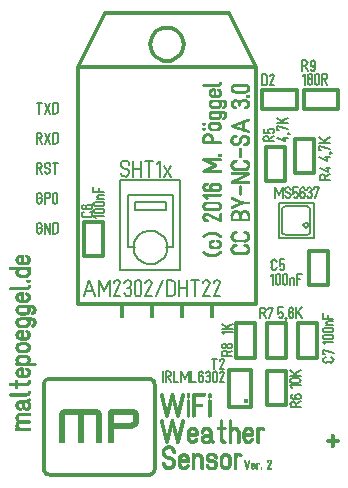
<source format=gto>
%FSLAX35Y35*%
%MOIN*%
%IN21=Bestueckungsdruckoben(X.PosiTop)*%
%ADD10C,0.00197*%
%ADD11C,0.00205*%
%ADD12C,0.00256*%
%ADD13C,0.00500*%
%ADD14C,0.00512*%
%ADD15C,0.00591*%
%ADD16C,0.00768*%
%ADD17C,0.00787*%
%ADD18C,0.01181*%
%ADD19C,0.01575*%
%ADD20C,0.01969*%
%ADD21C,0.02362*%
%ADD22C,0.03150*%
%ADD23C,0.09843*%
%AMR_24*21,1,0.01181,0.01181,0,0,0.000*%
%ADD24R_24*%
%AMR_25*21,1,0.01969,0.01969,0,0,0.000*%
%ADD25R_25*%
%AMR_26*21,1,0.02756,0.04331,0,0,90.000*%
%ADD26R_26*%
%AMR_27*21,1,0.02953,0.04331,0,0,90.000*%
%ADD27R_27*%
%AMR_28*21,1,0.03150,0.04331,0,0,0.000*%
%ADD28R_28*%
%AMR_29*21,1,0.03150,0.04331,0,0,90.000*%
%ADD29R_29*%
%AMR_30*21,1,0.03150,0.04331,0,0,270.000*%
%ADD30R_30*%
%AMR_31*21,1,0.03543,0.04331,0,0,90.000*%
%ADD31R_31*%
%AMR_32*21,1,0.04724,0.04724,0,0,270.000*%
%ADD32R_32*%
%AMR_33*21,1,0.04724,0.07087,0,0,90.000*%
%ADD33R_33*%
%AMR_34*21,1,0.05000,0.02500,0,0,0.000*%
%ADD34R_34*%
%AMR_35*21,1,0.05512,0.05512,0,0,0.000*%
%ADD35R_35*%
%AMR_36*21,1,0.05512,0.05512,0,0,180.000*%
%ADD36R_36*%
%AMR_37*21,1,0.06250,0.06250,0,0,0.000*%
%ADD37R_37*%
%AMR_38*21,1,0.06693,0.04724,0,0,270.000*%
%ADD38R_38*%
%AMR_39*21,1,0.07500,0.07500,0,0,0.000*%
%ADD39R_39*%
%AMR_40*21,1,0.10236,0.05512,0,0,90.000*%
%ADD40R_40*%
%AMR_41*21,1,0.13189,0.07874,0,0,270.000*%
%ADD41R_41*%
%AMR_42*21,1,0.15625,0.15625,0,0,0.000*%
%ADD42R_42*%
%AMR_43*21,1,0.16250,0.19685,0,0,0.000*%
%ADD43R_43*%
%AMR_44*21,1,0.19685,0.19685,0,0,0.000*%
%ADD44R_44*%
%AMOCT_45*4,1,8,0.019685,0.013780,0.009843,0.023622,-0.009843,0.023622,-0.019685,0.013780,-0.019685,-0.013780,-0.009843,-0.023622,0.009843,-0.023622,0.019685,-0.013780,0.019685,0.013780,0.000*%
%ADD45OCT_45*%
%AMOCT_46*4,1,8,0.023622,0.009843,0.013780,0.019685,-0.013780,0.019685,-0.023622,0.009843,-0.023622,-0.009843,-0.013780,-0.019685,0.013780,-0.019685,0.023622,-0.009843,0.023622,0.009843,0.000*%
%ADD46OCT_46*%
%AMOCT_47*4,1,8,0.023622,0.011811,0.011811,0.023622,-0.011811,0.023622,-0.023622,0.011811,-0.023622,-0.011811,-0.011811,-0.023622,0.011811,-0.023622,0.023622,-0.011811,0.023622,0.011811,0.000*%
%ADD47OCT_47*%
%AMOCT_48*4,1,8,0.035433,0.017717,0.017717,0.035433,-0.017717,0.035433,-0.035433,0.017717,-0.035433,-0.017717,-0.017717,-0.035433,0.017717,-0.035433,0.035433,-0.017717,0.035433,0.017717,90.000*%
%ADD48OCT_48*%
%AMOCT_49*4,1,8,0.035433,0.017717,0.017717,0.035433,-0.017717,0.035433,-0.035433,0.017717,-0.035433,-0.017717,-0.017717,-0.035433,0.017717,-0.035433,0.035433,-0.017717,0.035433,0.017717,270.000*%
%ADD49OCT_49*%
%AMRR_50*21,1,0.01969,0.09843,0,0,180.000*21,1,0.01575,0.10236,0,0,180.000*1,1,0.00394,-0.00787,-0.04921*1,1,0.00394,0.00787,0.04921*1,1,0.00394,-0.00787,0.04921*1,1,0.00394,0.00787,-0.04921*%
%ADD50RR_50*%
%AMRR_51*21,1,0.02756,0.04173,0,0,180.000*21,1,0.02205,0.04724,0,0,180.000*1,1,0.00551,-0.01102,-0.02087*1,1,0.00551,0.01102,0.02087*1,1,0.00551,-0.01102,0.02087*1,1,0.00551,0.01102,-0.02087*%
%ADD51RR_51*%
%AMRR_52*21,1,0.02756,0.03346,0,0,180.000*21,1,0.01378,0.04724,0,0,180.000*1,1,0.01378,-0.00689,-0.01673*1,1,0.01378,0.00689,0.01673*1,1,0.01378,-0.00689,0.01673*1,1,0.01378,0.00689,-0.01673*%
%ADD52RR_52*%
%AMRR_53*21,1,0.07087,0.05669,0,0,90.000*21,1,0.05669,0.07087,0,0,90.000*1,1,0.01417,-0.02835,0.02835*1,1,0.01417,0.02835,-0.02835*1,1,0.01417,0.02835,0.02835*1,1,0.01417,-0.02835,-0.02835*%
%ADD53RR_53*%
%AMRR_54*21,1,0.07087,0.05669,0,0,270.000*21,1,0.05669,0.07087,0,0,270.000*1,1,0.01417,0.02835,-0.02835*1,1,0.01417,-0.02835,0.02835*1,1,0.01417,-0.02835,-0.02835*1,1,0.01417,0.02835,0.02835*%
%ADD54RR_54*%
%AMRR_55*21,1,0.08268,0.08583,0,0,180.000*21,1,0.06614,0.10236,0,0,180.000*1,1,0.01654,-0.03307,-0.04291*1,1,0.01654,0.03307,0.04291*1,1,0.01654,-0.03307,0.04291*1,1,0.01654,0.03307,-0.04291*%
%ADD55RR_55*%
%AMRR_56*21,1,0.08500,0.03400,0,0,0.000*21,1,0.07650,0.04250,0,0,0.000*1,1,0.00850,0.03825,0.01700*1,1,0.00850,-0.03825,-0.01700*1,1,0.00850,0.03825,-0.01700*1,1,0.00850,-0.03825,0.01700*%
%ADD56RR_56*%
%AMRR_57*21,1,0.10000,0.04000,0,0,0.000*21,1,0.09000,0.05000,0,0,0.000*1,1,0.01000,0.04500,0.02000*1,1,0.01000,-0.04500,-0.02000*1,1,0.01000,0.04500,-0.02000*1,1,0.01000,-0.04500,0.02000*%
%ADD57RR_57*%
%AMRR_58*21,1,0.10236,0.02756,0,0,90.000*21,1,0.07480,0.05512,0,0,90.000*1,1,0.02756,-0.01378,0.03740*1,1,0.02756,0.01378,-0.03740*1,1,0.02756,0.01378,0.03740*1,1,0.02756,-0.01378,-0.03740*%
%ADD58RR_58*%
G54D10*
X59008Y23848D02*
X57276Y30934D01*
X57089Y31189D01*
X56776Y31238D01*
X56521Y31051D01*
X56473Y30738D01*
X58205Y23651D01*
X58392Y23396D01*
X58705Y23348D01*
X58960Y23535D01*
X59008Y23848D01*
X58312Y23505D02*
X58920Y23505D01*
X58202Y23663D02*
X58980Y23663D01*
X58164Y23820D02*
X59004Y23820D01*
X58125Y23978D02*
X58977Y23978D01*
X58087Y24135D02*
X58938Y24135D01*
X58048Y24293D02*
X58900Y24293D01*
X58010Y24450D02*
X58861Y24450D01*
X57971Y24608D02*
X58823Y24608D01*
X57933Y24765D02*
X58784Y24765D01*
X57894Y24923D02*
X58746Y24923D01*
X57856Y25080D02*
X58707Y25080D01*
X57817Y25238D02*
X58669Y25238D01*
X57779Y25395D02*
X58630Y25395D01*
X57740Y25553D02*
X58592Y25553D01*
X57702Y25710D02*
X58553Y25710D01*
X57663Y25868D02*
X58515Y25868D01*
X57625Y26025D02*
X58476Y26025D01*
X57586Y26183D02*
X58438Y26183D01*
X57548Y26340D02*
X58399Y26340D01*
X57509Y26498D02*
X58361Y26498D01*
X57471Y26655D02*
X58322Y26655D01*
X57432Y26813D02*
X58284Y26813D01*
X57394Y26970D02*
X58245Y26970D01*
X57356Y27127D02*
X58207Y27127D01*
X57317Y27285D02*
X58168Y27285D01*
X57279Y27442D02*
X58130Y27442D01*
X57240Y27600D02*
X58091Y27600D01*
X57202Y27757D02*
X58053Y27757D01*
X57163Y27915D02*
X58014Y27915D01*
X57125Y28072D02*
X57976Y28072D01*
X57086Y28230D02*
X57937Y28230D01*
X57048Y28387D02*
X57899Y28387D01*
X57009Y28545D02*
X57860Y28545D01*
X56971Y28702D02*
X57822Y28702D01*
X56932Y28860D02*
X57783Y28860D01*
X56894Y29017D02*
X57745Y29017D01*
X56855Y29175D02*
X57706Y29175D01*
X56817Y29332D02*
X57668Y29332D01*
X56778Y29490D02*
X57629Y29490D01*
X56740Y29647D02*
X57591Y29647D01*
X56701Y29805D02*
X57552Y29805D01*
X56663Y29962D02*
X57514Y29962D01*
X56624Y30120D02*
X57475Y30120D01*
X56586Y30277D02*
X57437Y30277D01*
X56547Y30435D02*
X57398Y30435D01*
X56509Y30592D02*
X57360Y30592D01*
X56475Y30750D02*
X57321Y30750D01*
X56499Y30907D02*
X57283Y30907D01*
X56540Y31064D02*
X57181Y31064D01*
X56755Y31222D02*
X56878Y31222D01*
X60017Y30938D02*
X58206Y23852D01*
X58251Y23539D01*
X58504Y23349D01*
X58818Y23394D01*
X59007Y23647D01*
X60818Y30734D01*
X60773Y31047D01*
X60520Y31237D01*
X60207Y31192D01*
X60017Y30938D01*
X58294Y23506D02*
X58902Y23506D01*
X58233Y23664D02*
X59012Y23664D01*
X58211Y23821D02*
X59052Y23821D01*
X58239Y23979D02*
X59092Y23979D01*
X58279Y24136D02*
X59132Y24136D01*
X58319Y24294D02*
X59173Y24294D01*
X58359Y24451D02*
X59213Y24451D01*
X58400Y24609D02*
X59253Y24609D01*
X58440Y24766D02*
X59293Y24766D01*
X58480Y24924D02*
X59334Y24924D01*
X58520Y25081D02*
X59374Y25081D01*
X58561Y25239D02*
X59414Y25239D01*
X58601Y25396D02*
X59454Y25396D01*
X58641Y25554D02*
X59495Y25554D01*
X58681Y25711D02*
X59535Y25711D01*
X58722Y25869D02*
X59575Y25869D01*
X58762Y26026D02*
X59615Y26026D01*
X58802Y26184D02*
X59656Y26184D01*
X58842Y26341D02*
X59696Y26341D01*
X58883Y26499D02*
X59736Y26499D01*
X58923Y26656D02*
X59776Y26656D01*
X58963Y26814D02*
X59816Y26814D01*
X59003Y26971D02*
X59857Y26971D01*
X59044Y27129D02*
X59897Y27129D01*
X59084Y27286D02*
X59937Y27286D01*
X59124Y27443D02*
X59977Y27443D01*
X59164Y27601D02*
X60018Y27601D01*
X59205Y27758D02*
X60058Y27758D01*
X59245Y27916D02*
X60098Y27916D01*
X59285Y28073D02*
X60138Y28073D01*
X59325Y28231D02*
X60179Y28231D01*
X59366Y28388D02*
X60219Y28388D01*
X59406Y28546D02*
X60259Y28546D01*
X59446Y28703D02*
X60299Y28703D01*
X59486Y28861D02*
X60340Y28861D01*
X59527Y29018D02*
X60380Y29018D01*
X59567Y29176D02*
X60420Y29176D01*
X59607Y29333D02*
X60460Y29333D01*
X59647Y29491D02*
X60501Y29491D01*
X59688Y29648D02*
X60541Y29648D01*
X59728Y29806D02*
X60581Y29806D01*
X59768Y29963D02*
X60621Y29963D01*
X59808Y30121D02*
X60662Y30121D01*
X59849Y30278D02*
X60702Y30278D01*
X59889Y30436D02*
X60742Y30436D01*
X59929Y30593D02*
X60782Y30593D01*
X59969Y30751D02*
X60816Y30751D01*
X60010Y30908D02*
X60793Y30908D01*
X60112Y31066D02*
X60749Y31066D01*
X60425Y31223D02*
X60538Y31223D01*
X62629Y23852D02*
X60818Y30938D01*
X60629Y31192D01*
X60315Y31237D01*
X60062Y31047D01*
X60017Y30734D01*
X61828Y23647D01*
X62018Y23394D01*
X62331Y23349D01*
X62584Y23539D01*
X62629Y23852D01*
X61934Y23506D02*
X62541Y23506D01*
X61824Y23664D02*
X62602Y23664D01*
X61784Y23821D02*
X62625Y23821D01*
X61744Y23979D02*
X62597Y23979D01*
X61703Y24136D02*
X62557Y24136D01*
X61663Y24294D02*
X62516Y24294D01*
X61623Y24451D02*
X62476Y24451D01*
X61583Y24609D02*
X62436Y24609D01*
X61542Y24766D02*
X62396Y24766D01*
X61502Y24924D02*
X62355Y24924D01*
X61462Y25081D02*
X62315Y25081D01*
X61422Y25239D02*
X62275Y25239D01*
X61381Y25396D02*
X62235Y25396D01*
X61341Y25554D02*
X62194Y25554D01*
X61301Y25711D02*
X62154Y25711D01*
X61261Y25869D02*
X62114Y25869D01*
X61220Y26026D02*
X62074Y26026D01*
X61180Y26184D02*
X62033Y26184D01*
X61140Y26341D02*
X61993Y26341D01*
X61100Y26499D02*
X61953Y26499D01*
X61059Y26656D02*
X61913Y26656D01*
X61019Y26814D02*
X61872Y26814D01*
X60979Y26971D02*
X61832Y26971D01*
X60939Y27129D02*
X61792Y27129D01*
X60898Y27286D02*
X61752Y27286D01*
X60858Y27443D02*
X61711Y27443D01*
X60818Y27601D02*
X61671Y27601D01*
X60778Y27758D02*
X61631Y27758D01*
X60737Y27916D02*
X61591Y27916D01*
X60697Y28073D02*
X61551Y28073D01*
X60657Y28231D02*
X61510Y28231D01*
X60617Y28388D02*
X61470Y28388D01*
X60576Y28546D02*
X61430Y28546D01*
X60536Y28703D02*
X61390Y28703D01*
X60496Y28861D02*
X61349Y28861D01*
X60456Y29018D02*
X61309Y29018D01*
X60415Y29176D02*
X61269Y29176D01*
X60375Y29333D02*
X61229Y29333D01*
X60335Y29491D02*
X61188Y29491D01*
X60295Y29648D02*
X61148Y29648D01*
X60254Y29806D02*
X61108Y29806D01*
X60214Y29963D02*
X61068Y29963D01*
X60174Y30121D02*
X61027Y30121D01*
X60134Y30278D02*
X60987Y30278D01*
X60093Y30436D02*
X60947Y30436D01*
X60053Y30593D02*
X60907Y30593D01*
X60020Y30751D02*
X60866Y30751D01*
X60042Y30908D02*
X60826Y30908D01*
X60087Y31066D02*
X60723Y31066D01*
X60297Y31223D02*
X60410Y31223D01*
X63560Y30934D02*
X61827Y23848D01*
X61875Y23535D01*
X62131Y23348D01*
X62443Y23396D01*
X62630Y23651D01*
X64363Y30738D01*
X64314Y31051D01*
X64059Y31238D01*
X63747Y31189D01*
X63560Y30934D01*
X61916Y23505D02*
X62523Y23505D01*
X61856Y23663D02*
X62633Y23663D01*
X61831Y23820D02*
X62672Y23820D01*
X61859Y23978D02*
X62710Y23978D01*
X61898Y24135D02*
X62749Y24135D01*
X61936Y24293D02*
X62787Y24293D01*
X61975Y24450D02*
X62826Y24450D01*
X62013Y24608D02*
X62864Y24608D01*
X62052Y24765D02*
X62903Y24765D01*
X62090Y24923D02*
X62941Y24923D01*
X62129Y25080D02*
X62980Y25080D01*
X62167Y25238D02*
X63018Y25238D01*
X62206Y25395D02*
X63057Y25395D01*
X62244Y25553D02*
X63095Y25553D01*
X62283Y25710D02*
X63134Y25710D01*
X62321Y25868D02*
X63172Y25868D01*
X62360Y26025D02*
X63211Y26025D01*
X62398Y26183D02*
X63249Y26183D01*
X62437Y26340D02*
X63288Y26340D01*
X62475Y26498D02*
X63326Y26498D01*
X62514Y26655D02*
X63365Y26655D01*
X62552Y26813D02*
X63403Y26813D01*
X62591Y26970D02*
X63442Y26970D01*
X62629Y27127D02*
X63480Y27127D01*
X62667Y27285D02*
X63519Y27285D01*
X62706Y27442D02*
X63557Y27442D01*
X62744Y27600D02*
X63596Y27600D01*
X62783Y27757D02*
X63634Y27757D01*
X62821Y27915D02*
X63673Y27915D01*
X62860Y28072D02*
X63711Y28072D01*
X62898Y28230D02*
X63750Y28230D01*
X62937Y28387D02*
X63788Y28387D01*
X62975Y28545D02*
X63827Y28545D01*
X63014Y28702D02*
X63865Y28702D01*
X63052Y28860D02*
X63904Y28860D01*
X63091Y29017D02*
X63942Y29017D01*
X63129Y29175D02*
X63981Y29175D01*
X63168Y29332D02*
X64019Y29332D01*
X63206Y29490D02*
X64058Y29490D01*
X63245Y29647D02*
X64096Y29647D01*
X63283Y29805D02*
X64135Y29805D01*
X63322Y29962D02*
X64173Y29962D01*
X63360Y30120D02*
X64212Y30120D01*
X63399Y30277D02*
X64250Y30277D01*
X63437Y30435D02*
X64289Y30435D01*
X63476Y30592D02*
X64327Y30592D01*
X63514Y30750D02*
X64361Y30750D01*
X63553Y30907D02*
X64337Y30907D01*
X63655Y31064D02*
X64296Y31064D01*
X63957Y31222D02*
X64081Y31222D01*
X65359Y28710D02*
X65359Y23750D01*
X65480Y23457D01*
X65772Y23336D01*
X66064Y23457D01*
X66186Y23750D01*
X66186Y28710D01*
X66064Y29002D01*
X65772Y29124D01*
X65480Y29002D01*
X65359Y28710D01*
X65465Y23494D02*
X66080Y23494D01*
X65400Y23651D02*
X66145Y23651D01*
X65359Y23809D02*
X66186Y23809D01*
X65359Y23966D02*
X66186Y23966D01*
X65359Y24124D02*
X66186Y24124D01*
X65359Y24281D02*
X66186Y24281D01*
X65359Y24438D02*
X66186Y24438D01*
X65359Y24596D02*
X66186Y24596D01*
X65359Y24753D02*
X66186Y24753D01*
X65359Y24911D02*
X66186Y24911D01*
X65359Y25068D02*
X66186Y25068D01*
X65359Y25226D02*
X66186Y25226D01*
X65359Y25383D02*
X66186Y25383D01*
X65359Y25541D02*
X66186Y25541D01*
X65359Y25698D02*
X66186Y25698D01*
X65359Y25856D02*
X66186Y25856D01*
X65359Y26013D02*
X66186Y26013D01*
X65359Y26171D02*
X66186Y26171D01*
X65359Y26328D02*
X66186Y26328D01*
X65359Y26486D02*
X66186Y26486D01*
X65359Y26643D02*
X66186Y26643D01*
X65359Y26801D02*
X66186Y26801D01*
X65359Y26958D02*
X66186Y26958D01*
X65359Y27116D02*
X66186Y27116D01*
X65359Y27273D02*
X66186Y27273D01*
X65359Y27431D02*
X66186Y27431D01*
X65359Y27588D02*
X66186Y27588D01*
X65359Y27746D02*
X66186Y27746D01*
X65359Y27903D02*
X66186Y27903D01*
X65359Y28061D02*
X66186Y28061D01*
X65359Y28218D02*
X66186Y28218D01*
X65359Y28375D02*
X66186Y28375D01*
X65359Y28533D02*
X66186Y28533D01*
X65359Y28690D02*
X66186Y28690D01*
X65416Y28848D02*
X66128Y28848D01*
X65487Y29005D02*
X66057Y29005D01*
X65359Y30836D02*
X65359Y30127D01*
X65480Y29835D01*
X65772Y29714D01*
X66064Y29835D01*
X66186Y30127D01*
X66186Y30836D01*
X66064Y31128D01*
X65772Y31250D01*
X65480Y31128D01*
X65359Y30836D01*
X65465Y29872D02*
X66080Y29872D01*
X65400Y30029D02*
X66145Y30029D01*
X65359Y30187D02*
X66186Y30187D01*
X65359Y30344D02*
X66186Y30344D01*
X65359Y30501D02*
X66186Y30501D01*
X65359Y30659D02*
X66186Y30659D01*
X65359Y30816D02*
X66186Y30816D01*
X65416Y30974D02*
X66128Y30974D01*
X65487Y31131D02*
X66057Y31131D01*
X67583Y30423D02*
X71126Y30423D01*
X71419Y30544D01*
X71540Y30836D01*
X71419Y31128D01*
X71126Y31250D01*
X67583Y31250D01*
X67291Y31128D01*
X67170Y30836D01*
X67291Y30544D01*
X67583Y30423D01*
X67276Y30580D02*
X71434Y30580D01*
X67211Y30738D02*
X71499Y30738D01*
X67194Y30895D02*
X71515Y30895D01*
X67259Y31053D02*
X71450Y31053D01*
X67488Y31210D02*
X71222Y31210D01*
X67997Y27293D02*
X67997Y30836D01*
X67875Y31128D01*
X67583Y31250D01*
X67291Y31128D01*
X67170Y30836D01*
X67170Y27293D01*
X67291Y27001D01*
X67583Y26879D01*
X67875Y27001D01*
X67997Y27293D01*
X67276Y27037D02*
X67891Y27037D01*
X67211Y27194D02*
X67956Y27194D01*
X67170Y27352D02*
X67997Y27352D01*
X67170Y27509D02*
X67997Y27509D01*
X67170Y27667D02*
X67997Y27667D01*
X67170Y27824D02*
X67997Y27824D01*
X67170Y27982D02*
X67997Y27982D01*
X67170Y28139D02*
X67997Y28139D01*
X67170Y28297D02*
X67997Y28297D01*
X67170Y28454D02*
X67997Y28454D01*
X67170Y28612D02*
X67997Y28612D01*
X67170Y28769D02*
X67997Y28769D01*
X67170Y28927D02*
X67997Y28927D01*
X67170Y29084D02*
X67997Y29084D01*
X67170Y29242D02*
X67997Y29242D01*
X67170Y29399D02*
X67997Y29399D01*
X67170Y29557D02*
X67997Y29557D01*
X67170Y29714D02*
X67997Y29714D01*
X67170Y29872D02*
X67997Y29872D01*
X67170Y30029D02*
X67997Y30029D01*
X67170Y30187D02*
X67997Y30187D01*
X67170Y30344D02*
X67997Y30344D01*
X67170Y30501D02*
X67997Y30501D01*
X67170Y30659D02*
X67997Y30659D01*
X67170Y30816D02*
X67997Y30816D01*
X67227Y30974D02*
X67939Y30974D01*
X67298Y31131D02*
X67868Y31131D01*
X70024Y27706D02*
X67583Y27706D01*
X67291Y27585D01*
X67170Y27293D01*
X67291Y27001D01*
X67583Y26879D01*
X70024Y26879D01*
X70316Y27001D01*
X70437Y27293D01*
X70316Y27585D01*
X70024Y27706D01*
X67276Y27037D02*
X70331Y27037D01*
X67211Y27194D02*
X70397Y27194D01*
X67194Y27352D02*
X70413Y27352D01*
X67259Y27509D02*
X70348Y27509D01*
X67488Y27667D02*
X70119Y27667D01*
X67997Y23750D02*
X67997Y27293D01*
X67875Y27585D01*
X67583Y27706D01*
X67291Y27585D01*
X67170Y27293D01*
X67170Y23750D01*
X67291Y23457D01*
X67583Y23336D01*
X67875Y23457D01*
X67997Y23750D01*
X67276Y23494D02*
X67891Y23494D01*
X67211Y23651D02*
X67956Y23651D01*
X67170Y23809D02*
X67997Y23809D01*
X67170Y23966D02*
X67997Y23966D01*
X67170Y24124D02*
X67997Y24124D01*
X67170Y24281D02*
X67997Y24281D01*
X67170Y24438D02*
X67997Y24438D01*
X67170Y24596D02*
X67997Y24596D01*
X67170Y24753D02*
X67997Y24753D01*
X67170Y24911D02*
X67997Y24911D01*
X67170Y25068D02*
X67997Y25068D01*
X67170Y25226D02*
X67997Y25226D01*
X67170Y25383D02*
X67997Y25383D01*
X67170Y25541D02*
X67997Y25541D01*
X67170Y25698D02*
X67997Y25698D01*
X67170Y25856D02*
X67997Y25856D01*
X67170Y26013D02*
X67997Y26013D01*
X67170Y26171D02*
X67997Y26171D01*
X67170Y26328D02*
X67997Y26328D01*
X67170Y26486D02*
X67997Y26486D01*
X67170Y26643D02*
X67997Y26643D01*
X67170Y26801D02*
X67997Y26801D01*
X67170Y26958D02*
X67997Y26958D01*
X67170Y27116D02*
X67997Y27116D01*
X67170Y27273D02*
X67997Y27273D01*
X67227Y27431D02*
X67939Y27431D01*
X67298Y27588D02*
X67868Y27588D01*
X72524Y28710D02*
X72524Y23750D01*
X72645Y23457D01*
X72937Y23336D01*
X73230Y23457D01*
X73351Y23750D01*
X73351Y28710D01*
X73230Y29002D01*
X72937Y29124D01*
X72645Y29002D01*
X72524Y28710D01*
X72630Y23494D02*
X73245Y23494D01*
X72565Y23651D02*
X73310Y23651D01*
X72524Y23809D02*
X73351Y23809D01*
X72524Y23966D02*
X73351Y23966D01*
X72524Y24124D02*
X73351Y24124D01*
X72524Y24281D02*
X73351Y24281D01*
X72524Y24438D02*
X73351Y24438D01*
X72524Y24596D02*
X73351Y24596D01*
X72524Y24753D02*
X73351Y24753D01*
X72524Y24911D02*
X73351Y24911D01*
X72524Y25068D02*
X73351Y25068D01*
X72524Y25226D02*
X73351Y25226D01*
X72524Y25383D02*
X73351Y25383D01*
X72524Y25541D02*
X73351Y25541D01*
X72524Y25698D02*
X73351Y25698D01*
X72524Y25856D02*
X73351Y25856D01*
X72524Y26013D02*
X73351Y26013D01*
X72524Y26171D02*
X73351Y26171D01*
X72524Y26328D02*
X73351Y26328D01*
X72524Y26486D02*
X73351Y26486D01*
X72524Y26643D02*
X73351Y26643D01*
X72524Y26801D02*
X73351Y26801D01*
X72524Y26958D02*
X73351Y26958D01*
X72524Y27116D02*
X73351Y27116D01*
X72524Y27273D02*
X73351Y27273D01*
X72524Y27431D02*
X73351Y27431D01*
X72524Y27588D02*
X73351Y27588D01*
X72524Y27746D02*
X73351Y27746D01*
X72524Y27903D02*
X73351Y27903D01*
X72524Y28061D02*
X73351Y28061D01*
X72524Y28218D02*
X73351Y28218D01*
X72524Y28375D02*
X73351Y28375D01*
X72524Y28533D02*
X73351Y28533D01*
X72524Y28690D02*
X73351Y28690D01*
X72581Y28848D02*
X73294Y28848D01*
X72652Y29005D02*
X73223Y29005D01*
X72524Y30836D02*
X72524Y30127D01*
X72645Y29835D01*
X72937Y29714D01*
X73230Y29835D01*
X73351Y30127D01*
X73351Y30836D01*
X73230Y31128D01*
X72937Y31250D01*
X72645Y31128D01*
X72524Y30836D01*
X72630Y29872D02*
X73245Y29872D01*
X72565Y30029D02*
X73310Y30029D01*
X72524Y30187D02*
X73351Y30187D01*
X72524Y30344D02*
X73351Y30344D01*
X72524Y30501D02*
X73351Y30501D01*
X72524Y30659D02*
X73351Y30659D01*
X72524Y30816D02*
X73351Y30816D01*
X72581Y30974D02*
X73294Y30974D01*
X72652Y31131D02*
X73223Y31131D01*
X59008Y15098D02*
X57276Y22184D01*
X57089Y22439D01*
X56776Y22488D01*
X56521Y22301D01*
X56473Y21988D01*
X58205Y14901D01*
X58392Y14646D01*
X58705Y14598D01*
X58960Y14785D01*
X59008Y15098D01*
X58312Y14755D02*
X58920Y14755D01*
X58202Y14913D02*
X58980Y14913D01*
X58164Y15070D02*
X59004Y15070D01*
X58125Y15228D02*
X58977Y15228D01*
X58087Y15385D02*
X58938Y15385D01*
X58048Y15543D02*
X58900Y15543D01*
X58010Y15700D02*
X58861Y15700D01*
X57971Y15858D02*
X58823Y15858D01*
X57933Y16015D02*
X58784Y16015D01*
X57894Y16173D02*
X58746Y16173D01*
X57856Y16330D02*
X58707Y16330D01*
X57817Y16488D02*
X58669Y16488D01*
X57779Y16645D02*
X58630Y16645D01*
X57740Y16803D02*
X58592Y16803D01*
X57702Y16960D02*
X58553Y16960D01*
X57663Y17118D02*
X58515Y17118D01*
X57625Y17275D02*
X58476Y17275D01*
X57586Y17433D02*
X58438Y17433D01*
X57548Y17590D02*
X58399Y17590D01*
X57509Y17748D02*
X58361Y17748D01*
X57471Y17905D02*
X58322Y17905D01*
X57432Y18063D02*
X58284Y18063D01*
X57394Y18220D02*
X58245Y18220D01*
X57356Y18377D02*
X58207Y18377D01*
X57317Y18535D02*
X58168Y18535D01*
X57279Y18692D02*
X58130Y18692D01*
X57240Y18850D02*
X58091Y18850D01*
X57202Y19007D02*
X58053Y19007D01*
X57163Y19165D02*
X58014Y19165D01*
X57125Y19322D02*
X57976Y19322D01*
X57086Y19480D02*
X57937Y19480D01*
X57048Y19637D02*
X57899Y19637D01*
X57009Y19795D02*
X57860Y19795D01*
X56971Y19952D02*
X57822Y19952D01*
X56932Y20110D02*
X57783Y20110D01*
X56894Y20267D02*
X57745Y20267D01*
X56855Y20425D02*
X57706Y20425D01*
X56817Y20582D02*
X57668Y20582D01*
X56778Y20740D02*
X57629Y20740D01*
X56740Y20897D02*
X57591Y20897D01*
X56701Y21055D02*
X57552Y21055D01*
X56663Y21212D02*
X57514Y21212D01*
X56624Y21370D02*
X57475Y21370D01*
X56586Y21527D02*
X57437Y21527D01*
X56547Y21685D02*
X57398Y21685D01*
X56509Y21842D02*
X57360Y21842D01*
X56475Y22000D02*
X57321Y22000D01*
X56499Y22157D02*
X57283Y22157D01*
X56540Y22314D02*
X57181Y22314D01*
X56755Y22472D02*
X56878Y22472D01*
X60017Y22188D02*
X58206Y15102D01*
X58251Y14789D01*
X58504Y14599D01*
X58818Y14644D01*
X59007Y14897D01*
X60818Y21984D01*
X60773Y22297D01*
X60520Y22487D01*
X60207Y22442D01*
X60017Y22188D01*
X58294Y14756D02*
X58902Y14756D01*
X58233Y14914D02*
X59012Y14914D01*
X58211Y15071D02*
X59052Y15071D01*
X58239Y15229D02*
X59092Y15229D01*
X58279Y15386D02*
X59132Y15386D01*
X58319Y15544D02*
X59173Y15544D01*
X58359Y15701D02*
X59213Y15701D01*
X58400Y15859D02*
X59253Y15859D01*
X58440Y16016D02*
X59293Y16016D01*
X58480Y16174D02*
X59334Y16174D01*
X58520Y16331D02*
X59374Y16331D01*
X58561Y16489D02*
X59414Y16489D01*
X58601Y16646D02*
X59454Y16646D01*
X58641Y16804D02*
X59495Y16804D01*
X58681Y16961D02*
X59535Y16961D01*
X58722Y17119D02*
X59575Y17119D01*
X58762Y17276D02*
X59615Y17276D01*
X58802Y17434D02*
X59656Y17434D01*
X58842Y17591D02*
X59696Y17591D01*
X58883Y17749D02*
X59736Y17749D01*
X58923Y17906D02*
X59776Y17906D01*
X58963Y18064D02*
X59816Y18064D01*
X59003Y18221D02*
X59857Y18221D01*
X59044Y18379D02*
X59897Y18379D01*
X59084Y18536D02*
X59937Y18536D01*
X59124Y18693D02*
X59977Y18693D01*
X59164Y18851D02*
X60018Y18851D01*
X59205Y19008D02*
X60058Y19008D01*
X59245Y19166D02*
X60098Y19166D01*
X59285Y19323D02*
X60138Y19323D01*
X59325Y19481D02*
X60179Y19481D01*
X59366Y19638D02*
X60219Y19638D01*
X59406Y19796D02*
X60259Y19796D01*
X59446Y19953D02*
X60299Y19953D01*
X59486Y20111D02*
X60340Y20111D01*
X59527Y20268D02*
X60380Y20268D01*
X59567Y20426D02*
X60420Y20426D01*
X59607Y20583D02*
X60460Y20583D01*
X59647Y20741D02*
X60501Y20741D01*
X59688Y20898D02*
X60541Y20898D01*
X59728Y21056D02*
X60581Y21056D01*
X59768Y21213D02*
X60621Y21213D01*
X59808Y21371D02*
X60662Y21371D01*
X59849Y21528D02*
X60702Y21528D01*
X59889Y21686D02*
X60742Y21686D01*
X59929Y21843D02*
X60782Y21843D01*
X59969Y22001D02*
X60816Y22001D01*
X60010Y22158D02*
X60793Y22158D01*
X60112Y22316D02*
X60749Y22316D01*
X60425Y22473D02*
X60538Y22473D01*
X62629Y15102D02*
X60818Y22188D01*
X60629Y22442D01*
X60315Y22487D01*
X60062Y22297D01*
X60017Y21984D01*
X61828Y14897D01*
X62018Y14644D01*
X62331Y14599D01*
X62584Y14789D01*
X62629Y15102D01*
X61934Y14756D02*
X62541Y14756D01*
X61824Y14914D02*
X62602Y14914D01*
X61784Y15071D02*
X62625Y15071D01*
X61744Y15229D02*
X62597Y15229D01*
X61703Y15386D02*
X62557Y15386D01*
X61663Y15544D02*
X62516Y15544D01*
X61623Y15701D02*
X62476Y15701D01*
X61583Y15859D02*
X62436Y15859D01*
X61542Y16016D02*
X62396Y16016D01*
X61502Y16174D02*
X62355Y16174D01*
X61462Y16331D02*
X62315Y16331D01*
X61422Y16489D02*
X62275Y16489D01*
X61381Y16646D02*
X62235Y16646D01*
X61341Y16804D02*
X62194Y16804D01*
X61301Y16961D02*
X62154Y16961D01*
X61261Y17119D02*
X62114Y17119D01*
X61220Y17276D02*
X62074Y17276D01*
X61180Y17434D02*
X62033Y17434D01*
X61140Y17591D02*
X61993Y17591D01*
X61100Y17749D02*
X61953Y17749D01*
X61059Y17906D02*
X61913Y17906D01*
X61019Y18064D02*
X61872Y18064D01*
X60979Y18221D02*
X61832Y18221D01*
X60939Y18379D02*
X61792Y18379D01*
X60898Y18536D02*
X61752Y18536D01*
X60858Y18693D02*
X61711Y18693D01*
X60818Y18851D02*
X61671Y18851D01*
X60778Y19008D02*
X61631Y19008D01*
X60737Y19166D02*
X61591Y19166D01*
X60697Y19323D02*
X61551Y19323D01*
X60657Y19481D02*
X61510Y19481D01*
X60617Y19638D02*
X61470Y19638D01*
X60576Y19796D02*
X61430Y19796D01*
X60536Y19953D02*
X61390Y19953D01*
X60496Y20111D02*
X61349Y20111D01*
X60456Y20268D02*
X61309Y20268D01*
X60415Y20426D02*
X61269Y20426D01*
X60375Y20583D02*
X61229Y20583D01*
X60335Y20741D02*
X61188Y20741D01*
X60295Y20898D02*
X61148Y20898D01*
X60254Y21056D02*
X61108Y21056D01*
X60214Y21213D02*
X61068Y21213D01*
X60174Y21371D02*
X61027Y21371D01*
X60134Y21528D02*
X60987Y21528D01*
X60093Y21686D02*
X60947Y21686D01*
X60053Y21843D02*
X60907Y21843D01*
X60020Y22001D02*
X60866Y22001D01*
X60042Y22158D02*
X60826Y22158D01*
X60087Y22316D02*
X60723Y22316D01*
X60297Y22473D02*
X60410Y22473D01*
X63560Y22184D02*
X61827Y15098D01*
X61875Y14785D01*
X62131Y14598D01*
X62443Y14646D01*
X62630Y14901D01*
X64363Y21988D01*
X64314Y22301D01*
X64059Y22488D01*
X63747Y22439D01*
X63560Y22184D01*
X61916Y14755D02*
X62523Y14755D01*
X61856Y14913D02*
X62633Y14913D01*
X61831Y15070D02*
X62672Y15070D01*
X61859Y15228D02*
X62710Y15228D01*
X61898Y15385D02*
X62749Y15385D01*
X61936Y15543D02*
X62787Y15543D01*
X61975Y15700D02*
X62826Y15700D01*
X62013Y15858D02*
X62864Y15858D01*
X62052Y16015D02*
X62903Y16015D01*
X62090Y16173D02*
X62941Y16173D01*
X62129Y16330D02*
X62980Y16330D01*
X62167Y16488D02*
X63018Y16488D01*
X62206Y16645D02*
X63057Y16645D01*
X62244Y16803D02*
X63095Y16803D01*
X62283Y16960D02*
X63134Y16960D01*
X62321Y17118D02*
X63172Y17118D01*
X62360Y17275D02*
X63211Y17275D01*
X62398Y17433D02*
X63249Y17433D01*
X62437Y17590D02*
X63288Y17590D01*
X62475Y17748D02*
X63326Y17748D01*
X62514Y17905D02*
X63365Y17905D01*
X62552Y18063D02*
X63403Y18063D01*
X62591Y18220D02*
X63442Y18220D01*
X62629Y18377D02*
X63480Y18377D01*
X62667Y18535D02*
X63519Y18535D01*
X62706Y18692D02*
X63557Y18692D01*
X62744Y18850D02*
X63596Y18850D01*
X62783Y19007D02*
X63634Y19007D01*
X62821Y19165D02*
X63673Y19165D01*
X62860Y19322D02*
X63711Y19322D01*
X62898Y19480D02*
X63750Y19480D01*
X62937Y19637D02*
X63788Y19637D01*
X62975Y19795D02*
X63827Y19795D01*
X63014Y19952D02*
X63865Y19952D01*
X63052Y20110D02*
X63904Y20110D01*
X63091Y20267D02*
X63942Y20267D01*
X63129Y20425D02*
X63981Y20425D01*
X63168Y20582D02*
X64019Y20582D01*
X63206Y20740D02*
X64058Y20740D01*
X63245Y20897D02*
X64096Y20897D01*
X63283Y21055D02*
X64135Y21055D01*
X63322Y21212D02*
X64173Y21212D01*
X63360Y21370D02*
X64212Y21370D01*
X63399Y21527D02*
X64250Y21527D01*
X63437Y21685D02*
X64289Y21685D01*
X63476Y21842D02*
X64327Y21842D01*
X63514Y22000D02*
X64361Y22000D01*
X63553Y22157D02*
X64337Y22157D01*
X63655Y22314D02*
X64296Y22314D01*
X63957Y22472D02*
X64081Y22472D01*
X68607Y17854D02*
X65772Y17854D01*
X65480Y17733D01*
X65359Y17440D01*
X65480Y17148D01*
X65772Y17027D01*
X68607Y17027D01*
X68899Y17148D01*
X69020Y17440D01*
X68899Y17733D01*
X68607Y17854D01*
X65465Y17185D02*
X68914Y17185D01*
X65400Y17342D02*
X68979Y17342D01*
X65383Y17500D02*
X68996Y17500D01*
X65448Y17657D02*
X68930Y17657D01*
X65677Y17814D02*
X68702Y17814D01*
X68193Y18149D02*
X68193Y17440D01*
X68314Y17148D01*
X68607Y17027D01*
X68899Y17148D01*
X69020Y17440D01*
X69020Y18149D01*
X68899Y18441D01*
X68607Y18562D01*
X68314Y18441D01*
X68193Y18149D01*
X68299Y17185D02*
X68914Y17185D01*
X68234Y17342D02*
X68979Y17342D01*
X68193Y17500D02*
X69020Y17500D01*
X68193Y17657D02*
X69020Y17657D01*
X68193Y17814D02*
X69020Y17814D01*
X68193Y17972D02*
X69020Y17972D01*
X68193Y18129D02*
X69020Y18129D01*
X68250Y18287D02*
X68963Y18287D01*
X68322Y18444D02*
X68892Y18444D01*
X68093Y18611D02*
X68201Y18068D01*
X68377Y17805D01*
X68687Y17744D01*
X68951Y17919D01*
X69012Y18230D01*
X68904Y18772D01*
X68729Y19035D01*
X68418Y19097D01*
X68155Y18921D01*
X68093Y18611D01*
X68313Y17901D02*
X68923Y17901D01*
X68208Y18059D02*
X68978Y18059D01*
X68172Y18216D02*
X69010Y18216D01*
X68141Y18374D02*
X68984Y18374D01*
X68109Y18531D02*
X68952Y18531D01*
X68109Y18689D02*
X68921Y18689D01*
X68140Y18846D02*
X68855Y18846D01*
X68278Y19004D02*
X68750Y19004D01*
X67848Y18922D02*
X68155Y18462D01*
X68418Y18286D01*
X68729Y18348D01*
X68904Y18611D01*
X68843Y18921D01*
X68535Y19381D01*
X68272Y19557D01*
X67962Y19495D01*
X67786Y19232D01*
X67848Y18922D01*
X68183Y18444D02*
X68793Y18444D01*
X68062Y18601D02*
X68898Y18601D01*
X67957Y18758D02*
X68875Y18758D01*
X67852Y18916D02*
X68844Y18916D01*
X67818Y19073D02*
X68741Y19073D01*
X67786Y19231D02*
X68636Y19231D01*
X67891Y19388D02*
X68524Y19388D01*
X68218Y19546D02*
X68289Y19546D01*
X67502Y19115D02*
X67962Y18808D01*
X68272Y18746D01*
X68535Y18922D01*
X68597Y19232D01*
X68421Y19495D01*
X67962Y19802D01*
X67651Y19864D01*
X67388Y19688D01*
X67326Y19378D01*
X67502Y19115D01*
X67819Y18903D02*
X68508Y18903D01*
X67583Y19061D02*
X68563Y19061D01*
X67433Y19218D02*
X68594Y19218D01*
X67328Y19376D02*
X68501Y19376D01*
X67357Y19533D02*
X68364Y19533D01*
X67392Y19691D02*
X68128Y19691D01*
X67628Y19848D02*
X67730Y19848D01*
X67109Y19161D02*
X67651Y19053D01*
X67962Y19115D01*
X68137Y19378D01*
X68076Y19688D01*
X67812Y19864D01*
X67270Y19972D01*
X66960Y19910D01*
X66784Y19647D01*
X66846Y19337D01*
X67109Y19161D01*
X67035Y19211D02*
X68025Y19211D01*
X66840Y19368D02*
X68131Y19368D01*
X66808Y19526D02*
X68108Y19526D01*
X66808Y19683D02*
X68077Y19683D01*
X66913Y19841D02*
X67848Y19841D01*
X66728Y19053D02*
X67270Y19161D01*
X67533Y19337D01*
X67595Y19647D01*
X67419Y19910D01*
X67109Y19972D01*
X66566Y19864D01*
X66303Y19688D01*
X66242Y19378D01*
X66417Y19115D01*
X66728Y19053D01*
X66353Y19211D02*
X67344Y19211D01*
X66248Y19368D02*
X67539Y19368D01*
X66271Y19526D02*
X67571Y19526D01*
X66302Y19683D02*
X67571Y19683D01*
X66531Y19841D02*
X67466Y19841D01*
X66417Y18808D02*
X66877Y19115D01*
X67053Y19378D01*
X66991Y19688D01*
X66728Y19864D01*
X66417Y19802D01*
X65958Y19495D01*
X65782Y19232D01*
X65844Y18922D01*
X66107Y18746D01*
X66417Y18808D01*
X65871Y18903D02*
X66560Y18903D01*
X65816Y19061D02*
X66796Y19061D01*
X65785Y19218D02*
X66946Y19218D01*
X65878Y19376D02*
X67051Y19376D01*
X66015Y19533D02*
X67022Y19533D01*
X66251Y19691D02*
X66987Y19691D01*
X66649Y19848D02*
X66751Y19848D01*
X66224Y18462D02*
X66531Y18922D01*
X66593Y19232D01*
X66417Y19495D01*
X66107Y19557D01*
X65844Y19381D01*
X65536Y18921D01*
X65475Y18611D01*
X65650Y18348D01*
X65961Y18286D01*
X66224Y18462D01*
X65586Y18444D02*
X66196Y18444D01*
X65481Y18601D02*
X66317Y18601D01*
X65504Y18758D02*
X66422Y18758D01*
X65535Y18916D02*
X66527Y18916D01*
X65638Y19073D02*
X66561Y19073D01*
X65743Y19231D02*
X66593Y19231D01*
X65855Y19388D02*
X66488Y19388D01*
X66090Y19546D02*
X66161Y19546D01*
X66178Y18068D02*
X66285Y18611D01*
X66224Y18921D01*
X65961Y19097D01*
X65650Y19035D01*
X65475Y18772D01*
X65367Y18230D01*
X65428Y17919D01*
X65691Y17744D01*
X66002Y17805D01*
X66178Y18068D01*
X65456Y17901D02*
X66066Y17901D01*
X65401Y18059D02*
X66171Y18059D01*
X65369Y18216D02*
X66207Y18216D01*
X65395Y18374D02*
X66238Y18374D01*
X65427Y18531D02*
X66270Y18531D01*
X65458Y18689D02*
X66270Y18689D01*
X65524Y18846D02*
X66239Y18846D01*
X65629Y19004D02*
X66101Y19004D01*
X66186Y16417D02*
X66186Y18149D01*
X66064Y18441D01*
X65772Y18562D01*
X65480Y18441D01*
X65359Y18149D01*
X65359Y16417D01*
X65480Y16125D01*
X65772Y16003D01*
X66064Y16125D01*
X66186Y16417D01*
X65465Y16161D02*
X66080Y16161D01*
X65400Y16318D02*
X66145Y16318D01*
X65359Y16476D02*
X66186Y16476D01*
X65359Y16633D02*
X66186Y16633D01*
X65359Y16791D02*
X66186Y16791D01*
X65359Y16948D02*
X66186Y16948D01*
X65359Y17106D02*
X66186Y17106D01*
X65359Y17263D02*
X66186Y17263D01*
X65359Y17421D02*
X66186Y17421D01*
X65359Y17578D02*
X66186Y17578D01*
X65359Y17736D02*
X66186Y17736D01*
X65359Y17893D02*
X66186Y17893D01*
X65359Y18051D02*
X66186Y18051D01*
X65383Y18208D02*
X66161Y18208D01*
X65448Y18366D02*
X66096Y18366D01*
X65677Y18523D02*
X65867Y18523D01*
X66289Y15946D02*
X66177Y16499D01*
X66001Y16761D01*
X65690Y16822D01*
X65428Y16645D01*
X65367Y16335D01*
X65479Y15782D01*
X65656Y15519D01*
X65966Y15459D01*
X66229Y15636D01*
X66289Y15946D01*
X65591Y15616D02*
X66200Y15616D01*
X65484Y15774D02*
X66256Y15774D01*
X65449Y15931D02*
X66286Y15931D01*
X65417Y16089D02*
X66260Y16089D01*
X65385Y16246D02*
X66229Y16246D01*
X65380Y16404D02*
X66197Y16404D01*
X65411Y16561D02*
X66135Y16561D01*
X65537Y16719D02*
X66029Y16719D01*
X66544Y15632D02*
X66225Y16098D01*
X65960Y16270D01*
X65651Y16205D01*
X65478Y15940D01*
X65543Y15630D01*
X65862Y15165D01*
X66127Y14992D01*
X66436Y15058D01*
X66609Y15323D01*
X66544Y15632D01*
X65885Y15150D02*
X66497Y15150D01*
X65764Y15307D02*
X66599Y15307D01*
X65657Y15465D02*
X66579Y15465D01*
X65549Y15622D02*
X66546Y15622D01*
X65512Y15780D02*
X66443Y15780D01*
X65478Y15937D02*
X66335Y15937D01*
X65579Y16095D02*
X66227Y16095D01*
X65874Y16252D02*
X65988Y16252D01*
X66901Y15442D02*
X66426Y15747D01*
X66115Y15802D01*
X65855Y15622D01*
X65799Y15310D01*
X65980Y15051D01*
X66455Y14746D01*
X66766Y14690D01*
X67026Y14871D01*
X67082Y15182D01*
X66901Y15442D01*
X66296Y14848D02*
X66992Y14848D01*
X66050Y15005D02*
X67050Y15005D01*
X65902Y15163D02*
X67078Y15163D01*
X65801Y15320D02*
X66986Y15320D01*
X65829Y15478D02*
X66845Y15478D01*
X65874Y15635D02*
X66600Y15635D01*
X66101Y15793D02*
X66169Y15793D01*
X67304Y15406D02*
X66748Y15502D01*
X66439Y15432D01*
X66270Y15164D01*
X66340Y14855D01*
X66608Y14687D01*
X67164Y14591D01*
X67472Y14661D01*
X67641Y14929D01*
X67571Y15238D01*
X67304Y15406D01*
X66509Y14749D02*
X67528Y14749D01*
X66329Y14906D02*
X67627Y14906D01*
X66293Y15064D02*
X67611Y15064D01*
X66306Y15221D02*
X67575Y15221D01*
X66406Y15379D02*
X67347Y15379D01*
X67688Y15530D02*
X67139Y15401D01*
X66882Y15217D01*
X66831Y14904D01*
X67016Y14648D01*
X67328Y14596D01*
X67877Y14725D01*
X68134Y14910D01*
X68185Y15222D01*
X68001Y15479D01*
X67688Y15530D01*
X66939Y14754D02*
X67917Y14754D01*
X66832Y14911D02*
X68134Y14911D01*
X66858Y15069D02*
X68160Y15069D01*
X66896Y15226D02*
X68182Y15226D01*
X67115Y15384D02*
X68069Y15384D01*
X67994Y15794D02*
X67539Y15462D01*
X67374Y15191D01*
X67449Y14884D01*
X67719Y14719D01*
X68027Y14794D01*
X68482Y15127D01*
X68647Y15397D01*
X68572Y15704D01*
X68302Y15869D01*
X67994Y15794D01*
X67461Y14877D02*
X68140Y14877D01*
X67412Y15034D02*
X68356Y15034D01*
X67375Y15192D02*
X68522Y15192D01*
X67470Y15349D02*
X68618Y15349D01*
X67601Y15507D02*
X68620Y15507D01*
X67816Y15664D02*
X68582Y15664D01*
X68107Y15822D02*
X68379Y15822D01*
X68173Y16157D02*
X67884Y15673D01*
X67837Y15360D01*
X68026Y15106D01*
X68339Y15060D01*
X68593Y15248D01*
X68883Y15732D01*
X68929Y16045D01*
X68740Y16299D01*
X68427Y16345D01*
X68173Y16157D01*
X67943Y15217D02*
X68551Y15217D01*
X67839Y15374D02*
X68669Y15374D01*
X67863Y15532D02*
X68763Y15532D01*
X67894Y15689D02*
X68857Y15689D01*
X67988Y15847D02*
X68900Y15847D01*
X68082Y16004D02*
X68923Y16004D01*
X68180Y16162D02*
X68842Y16162D01*
X68392Y16319D02*
X68603Y16319D01*
X72739Y18611D02*
X72847Y18068D01*
X73023Y17805D01*
X73333Y17744D01*
X73596Y17919D01*
X73658Y18230D01*
X73550Y18772D01*
X73374Y19035D01*
X73064Y19097D01*
X72801Y18921D01*
X72739Y18611D01*
X72959Y17901D02*
X73569Y17901D01*
X72854Y18059D02*
X73624Y18059D01*
X72818Y18216D02*
X73655Y18216D01*
X72786Y18374D02*
X73629Y18374D01*
X72755Y18531D02*
X73598Y18531D01*
X72755Y18689D02*
X73567Y18689D01*
X72786Y18846D02*
X73501Y18846D01*
X72924Y19004D02*
X73395Y19004D01*
X72494Y18922D02*
X72801Y18462D01*
X73064Y18286D01*
X73374Y18348D01*
X73550Y18611D01*
X73488Y18921D01*
X73181Y19381D01*
X72918Y19557D01*
X72608Y19495D01*
X72432Y19232D01*
X72494Y18922D01*
X72828Y18444D02*
X73438Y18444D01*
X72708Y18601D02*
X73543Y18601D01*
X72603Y18758D02*
X73521Y18758D01*
X72497Y18916D02*
X73489Y18916D01*
X72463Y19073D02*
X73387Y19073D01*
X72432Y19231D02*
X73281Y19231D01*
X72536Y19388D02*
X73170Y19388D01*
X72863Y19546D02*
X72934Y19546D01*
X72148Y19115D02*
X72608Y18808D01*
X72918Y18746D01*
X73181Y18922D01*
X73243Y19232D01*
X73067Y19495D01*
X72607Y19802D01*
X72297Y19864D01*
X72034Y19688D01*
X71972Y19378D01*
X72148Y19115D01*
X72464Y18903D02*
X73154Y18903D01*
X72229Y19061D02*
X73209Y19061D01*
X72079Y19218D02*
X73240Y19218D01*
X71973Y19376D02*
X73147Y19376D01*
X72003Y19533D02*
X73010Y19533D01*
X72038Y19691D02*
X72774Y19691D01*
X72273Y19848D02*
X72376Y19848D01*
X71754Y19161D02*
X72297Y19053D01*
X72607Y19115D01*
X72783Y19378D01*
X72721Y19688D01*
X72458Y19864D01*
X71916Y19972D01*
X71605Y19910D01*
X71430Y19647D01*
X71491Y19337D01*
X71754Y19161D01*
X71680Y19211D02*
X72671Y19211D01*
X71485Y19368D02*
X72776Y19368D01*
X71454Y19526D02*
X72754Y19526D01*
X71454Y19683D02*
X72722Y19683D01*
X71559Y19841D02*
X72493Y19841D01*
X71373Y19053D02*
X71916Y19161D01*
X72179Y19337D01*
X72241Y19647D01*
X72065Y19910D01*
X71754Y19972D01*
X71212Y19864D01*
X70949Y19688D01*
X70887Y19378D01*
X71063Y19115D01*
X71373Y19053D01*
X70999Y19211D02*
X71990Y19211D01*
X70894Y19368D02*
X72185Y19368D01*
X70917Y19526D02*
X72216Y19526D01*
X70948Y19683D02*
X72217Y19683D01*
X71177Y19841D02*
X72111Y19841D01*
X71063Y18808D02*
X71522Y19115D01*
X71698Y19378D01*
X71636Y19688D01*
X71373Y19864D01*
X71063Y19802D01*
X70603Y19495D01*
X70427Y19232D01*
X70489Y18922D01*
X70752Y18746D01*
X71063Y18808D01*
X70517Y18903D02*
X71206Y18903D01*
X70462Y19061D02*
X71442Y19061D01*
X70430Y19218D02*
X71592Y19218D01*
X70524Y19376D02*
X71697Y19376D01*
X70661Y19533D02*
X71667Y19533D01*
X70896Y19691D02*
X71633Y19691D01*
X71294Y19848D02*
X71397Y19848D01*
X70869Y18462D02*
X71177Y18922D01*
X71238Y19232D01*
X71063Y19495D01*
X70752Y19557D01*
X70489Y19381D01*
X70182Y18921D01*
X70120Y18611D01*
X70296Y18348D01*
X70606Y18286D01*
X70869Y18462D01*
X70232Y18444D02*
X70842Y18444D01*
X70127Y18601D02*
X70962Y18601D01*
X70150Y18758D02*
X71068Y18758D01*
X70181Y18916D02*
X71173Y18916D01*
X70284Y19073D02*
X71207Y19073D01*
X70389Y19231D02*
X71238Y19231D01*
X70500Y19388D02*
X71134Y19388D01*
X70736Y19546D02*
X70807Y19546D01*
X70823Y18068D02*
X70931Y18611D01*
X70869Y18921D01*
X70606Y19097D01*
X70296Y19035D01*
X70120Y18772D01*
X70012Y18230D01*
X70074Y17919D01*
X70337Y17744D01*
X70647Y17805D01*
X70823Y18068D01*
X70101Y17901D02*
X70711Y17901D01*
X70046Y18059D02*
X70817Y18059D01*
X70015Y18216D02*
X70853Y18216D01*
X70041Y18374D02*
X70884Y18374D01*
X70072Y18531D02*
X70915Y18531D01*
X70104Y18689D02*
X70916Y18689D01*
X70170Y18846D02*
X70884Y18846D01*
X70275Y19004D02*
X70746Y19004D01*
X72495Y17599D02*
X72085Y17534D01*
X71815Y17368D01*
X71742Y17060D01*
X71908Y16791D01*
X72215Y16717D01*
X72625Y16783D01*
X72895Y16949D01*
X72968Y17257D01*
X72802Y17526D01*
X72495Y17599D01*
X71856Y16875D02*
X72775Y16875D01*
X71759Y17032D02*
X72915Y17032D01*
X71773Y17190D02*
X72952Y17190D01*
X71810Y17347D02*
X72912Y17347D01*
X72038Y17505D02*
X72815Y17505D01*
X72697Y17761D02*
X72343Y17543D01*
X72158Y17287D01*
X72208Y16974D01*
X72464Y16789D01*
X72777Y16839D01*
X73130Y17057D01*
X73316Y17313D01*
X73265Y17625D01*
X73009Y17811D01*
X72697Y17761D01*
X72247Y16946D02*
X72951Y16946D01*
X72187Y17104D02*
X73164Y17104D01*
X72162Y17261D02*
X73278Y17261D01*
X72253Y17419D02*
X73299Y17419D01*
X72397Y17576D02*
X73273Y17576D01*
X72653Y17734D02*
X73116Y17734D01*
X72822Y17987D02*
X72578Y17651D01*
X72505Y17343D01*
X72671Y17074D01*
X72979Y17001D01*
X73249Y17167D01*
X73492Y17503D01*
X73565Y17811D01*
X73399Y18080D01*
X73091Y18153D01*
X72822Y17987D01*
X72619Y17158D02*
X73235Y17158D01*
X72522Y17316D02*
X73356Y17316D01*
X72536Y17473D02*
X73470Y17473D01*
X72574Y17631D02*
X73522Y17631D01*
X72678Y17788D02*
X73559Y17788D01*
X72791Y17946D02*
X73482Y17946D01*
X73009Y18103D02*
X73303Y18103D01*
X72850Y18245D02*
X72754Y17841D01*
X72805Y17528D01*
X73061Y17343D01*
X73374Y17393D01*
X73559Y17650D01*
X73655Y18054D01*
X73604Y18366D01*
X73348Y18551D01*
X73035Y18501D01*
X72850Y18245D01*
X72843Y17500D02*
X73451Y17500D01*
X72784Y17658D02*
X73561Y17658D01*
X72758Y17815D02*
X73598Y17815D01*
X72786Y17973D02*
X73636Y17973D01*
X72823Y18130D02*
X73642Y18130D01*
X72882Y18288D02*
X73617Y18288D01*
X72995Y18445D02*
X73495Y18445D01*
X71441Y16712D02*
X72150Y16712D01*
X72442Y16833D01*
X72563Y17125D01*
X72442Y17418D01*
X72150Y17539D01*
X71441Y17539D01*
X71149Y17418D01*
X71028Y17125D01*
X71149Y16833D01*
X71441Y16712D01*
X71134Y16870D02*
X72457Y16870D01*
X71069Y17027D02*
X72523Y17027D01*
X71053Y17185D02*
X72539Y17185D01*
X71118Y17342D02*
X72474Y17342D01*
X71346Y17500D02*
X72245Y17500D01*
X71072Y16578D02*
X71533Y16683D01*
X71791Y16866D01*
X71844Y17178D01*
X71661Y17436D01*
X71349Y17489D01*
X70888Y17384D01*
X70630Y17201D01*
X70577Y16889D01*
X70760Y16631D01*
X71072Y16578D01*
X70686Y16735D02*
X71607Y16735D01*
X70578Y16893D02*
X71796Y16893D01*
X70605Y17050D02*
X71823Y17050D01*
X70640Y17208D02*
X71823Y17208D01*
X70862Y17365D02*
X71712Y17365D01*
X70868Y16363D02*
X71238Y16658D01*
X71391Y16935D01*
X71303Y17239D01*
X71026Y17392D01*
X70722Y17304D01*
X70353Y17009D01*
X70200Y16732D01*
X70287Y16428D01*
X70564Y16275D01*
X70868Y16363D01*
X70286Y16433D02*
X70956Y16433D01*
X70241Y16590D02*
X71153Y16590D01*
X70208Y16748D02*
X71288Y16748D01*
X70295Y16905D02*
X71375Y16905D01*
X70420Y17063D02*
X71354Y17063D01*
X70617Y17220D02*
X71309Y17220D01*
X70977Y17377D02*
X71052Y17377D01*
X70778Y16080D02*
X70983Y16507D01*
X71001Y16822D01*
X70790Y17058D01*
X70474Y17076D01*
X70238Y16865D01*
X70033Y16439D01*
X70015Y16123D01*
X70226Y15887D01*
X70542Y15869D01*
X70778Y16080D01*
X70101Y16027D02*
X70718Y16027D01*
X70018Y16184D02*
X70828Y16184D01*
X70027Y16342D02*
X70904Y16342D01*
X70062Y16499D02*
X70979Y16499D01*
X70138Y16657D02*
X70991Y16657D01*
X70213Y16814D02*
X71000Y16814D01*
X70357Y16972D02*
X70867Y16972D01*
X70818Y15787D02*
X70818Y16260D01*
X70697Y16552D01*
X70405Y16673D01*
X70113Y16552D01*
X69992Y16260D01*
X69992Y15787D01*
X70113Y15494D01*
X70405Y15373D01*
X70697Y15494D01*
X70818Y15787D01*
X70098Y15531D02*
X70712Y15531D01*
X70032Y15688D02*
X70778Y15688D01*
X69992Y15846D02*
X70818Y15846D01*
X69992Y16003D02*
X70818Y16003D01*
X69992Y16161D02*
X70818Y16161D01*
X70016Y16318D02*
X70794Y16318D01*
X70081Y16476D02*
X70729Y16476D01*
X70309Y16633D02*
X70502Y16633D01*
X70983Y15540D02*
X70778Y15966D01*
X70542Y16177D01*
X70226Y16159D01*
X70015Y15923D01*
X70033Y15607D01*
X70238Y15181D01*
X70474Y14970D01*
X70790Y14988D01*
X71001Y15224D01*
X70983Y15540D01*
X70298Y15128D02*
X70915Y15128D01*
X70188Y15285D02*
X70997Y15285D01*
X70112Y15443D02*
X70988Y15443D01*
X70036Y15600D02*
X70954Y15600D01*
X70024Y15758D02*
X70878Y15758D01*
X70015Y15915D02*
X70802Y15915D01*
X70148Y16073D02*
X70658Y16073D01*
X71238Y15389D02*
X70868Y15684D01*
X70564Y15771D01*
X70287Y15618D01*
X70200Y15314D01*
X70353Y15037D01*
X70722Y14742D01*
X71026Y14655D01*
X71303Y14808D01*
X71391Y15112D01*
X71238Y15389D01*
X70635Y14812D02*
X71305Y14812D01*
X70437Y14970D02*
X71350Y14970D01*
X70303Y15127D02*
X71383Y15127D01*
X70216Y15285D02*
X71295Y15285D01*
X70236Y15442D02*
X71171Y15442D01*
X70282Y15599D02*
X70974Y15599D01*
X70538Y15757D02*
X70613Y15757D01*
X71533Y15363D02*
X71072Y15468D01*
X70760Y15415D01*
X70577Y15157D01*
X70630Y14845D01*
X70888Y14662D01*
X71349Y14557D01*
X71661Y14610D01*
X71844Y14868D01*
X71791Y15180D01*
X71533Y15363D01*
X70815Y14715D02*
X71736Y14715D01*
X70626Y14872D02*
X71844Y14872D01*
X70599Y15030D02*
X71817Y15030D01*
X70598Y15187D02*
X71782Y15187D01*
X70710Y15345D02*
X71560Y15345D01*
X72150Y15413D02*
X71441Y15413D01*
X71149Y15292D01*
X71028Y15000D01*
X71149Y14707D01*
X71441Y14586D01*
X72150Y14586D01*
X72442Y14707D01*
X72563Y15000D01*
X72442Y15292D01*
X72150Y15413D01*
X71134Y14744D02*
X72457Y14744D01*
X71069Y14901D02*
X72523Y14901D01*
X71053Y15059D02*
X72539Y15059D01*
X71118Y15216D02*
X72474Y15216D01*
X71346Y15374D02*
X72245Y15374D01*
X72495Y15473D02*
X72085Y15408D01*
X71815Y15242D01*
X71742Y14934D01*
X71908Y14665D01*
X72215Y14591D01*
X72625Y14657D01*
X72895Y14823D01*
X72968Y15131D01*
X72802Y15400D01*
X72495Y15473D01*
X71856Y14749D02*
X72775Y14749D01*
X71759Y14906D02*
X72915Y14906D01*
X71773Y15064D02*
X72952Y15064D01*
X71810Y15221D02*
X72912Y15221D01*
X72038Y15379D02*
X72815Y15379D01*
X72697Y15635D02*
X72343Y15417D01*
X72158Y15161D01*
X72208Y14848D01*
X72464Y14663D01*
X72777Y14713D01*
X73130Y14931D01*
X73316Y15187D01*
X73265Y15500D01*
X73009Y15685D01*
X72697Y15635D01*
X72247Y14820D02*
X72951Y14820D01*
X72187Y14978D02*
X73164Y14978D01*
X72162Y15135D02*
X73278Y15135D01*
X72253Y15293D02*
X73299Y15293D01*
X72397Y15450D02*
X73273Y15450D01*
X72653Y15608D02*
X73116Y15608D01*
X72822Y15861D02*
X72578Y15525D01*
X72505Y15217D01*
X72671Y14948D01*
X72979Y14875D01*
X73249Y15041D01*
X73492Y15377D01*
X73565Y15685D01*
X73399Y15954D01*
X73091Y16027D01*
X72822Y15861D01*
X72619Y15032D02*
X73235Y15032D01*
X72522Y15190D02*
X73356Y15190D01*
X72536Y15347D02*
X73470Y15347D01*
X72574Y15505D02*
X73522Y15505D01*
X72678Y15662D02*
X73559Y15662D01*
X72791Y15820D02*
X73482Y15820D01*
X73009Y15977D02*
X73303Y15977D01*
X72850Y16119D02*
X72754Y15715D01*
X72805Y15402D01*
X73061Y15217D01*
X73374Y15267D01*
X73559Y15524D01*
X73655Y15928D01*
X73604Y16240D01*
X73348Y16425D01*
X73035Y16375D01*
X72850Y16119D01*
X72843Y15374D02*
X73451Y15374D01*
X72784Y15532D02*
X73561Y15532D01*
X72758Y15689D02*
X73598Y15689D01*
X72786Y15847D02*
X73636Y15847D01*
X72823Y16004D02*
X73642Y16004D01*
X72882Y16162D02*
X73617Y16162D01*
X72995Y16319D02*
X73495Y16319D01*
X73666Y15708D02*
X73666Y18149D01*
X73545Y18441D01*
X73252Y18562D01*
X72960Y18441D01*
X72839Y18149D01*
X72839Y15708D01*
X72960Y15416D01*
X73252Y15295D01*
X73545Y15416D01*
X73666Y15708D01*
X72945Y15452D02*
X73560Y15452D01*
X72880Y15610D02*
X73625Y15610D01*
X72839Y15767D02*
X73666Y15767D01*
X72839Y15925D02*
X73666Y15925D01*
X72839Y16082D02*
X73666Y16082D01*
X72839Y16240D02*
X73666Y16240D01*
X72839Y16397D02*
X73666Y16397D01*
X72839Y16555D02*
X73666Y16555D01*
X72839Y16712D02*
X73666Y16712D01*
X72839Y16870D02*
X73666Y16870D01*
X72839Y17027D02*
X73666Y17027D01*
X72839Y17185D02*
X73666Y17185D01*
X72839Y17342D02*
X73666Y17342D01*
X72839Y17500D02*
X73666Y17500D01*
X72839Y17657D02*
X73666Y17657D01*
X72839Y17814D02*
X73666Y17814D01*
X72839Y17972D02*
X73666Y17972D01*
X72839Y18129D02*
X73666Y18129D01*
X72896Y18287D02*
X73609Y18287D01*
X72967Y18444D02*
X73538Y18444D01*
X74253Y15292D02*
X73545Y16000D01*
X73252Y16122D01*
X72960Y16000D01*
X72839Y15708D01*
X72960Y15416D01*
X73669Y14707D01*
X73961Y14586D01*
X74253Y14707D01*
X74375Y15000D01*
X74253Y15292D01*
X73632Y14744D02*
X74269Y14744D01*
X73475Y14901D02*
X74334Y14901D01*
X73317Y15059D02*
X74350Y15059D01*
X73160Y15216D02*
X74285Y15216D01*
X73002Y15374D02*
X74172Y15374D01*
X72912Y15531D02*
X74014Y15531D01*
X72847Y15688D02*
X73857Y15688D01*
X72896Y15846D02*
X73699Y15846D01*
X72967Y16003D02*
X73538Y16003D01*
X77898Y20059D02*
X75772Y20059D01*
X75480Y19937D01*
X75359Y19645D01*
X75480Y19353D01*
X75772Y19232D01*
X77898Y19232D01*
X78190Y19353D01*
X78312Y19645D01*
X78190Y19937D01*
X77898Y20059D01*
X75465Y19389D02*
X78206Y19389D01*
X75400Y19547D02*
X78271Y19547D01*
X75383Y19704D02*
X78287Y19704D01*
X75448Y19862D02*
X78222Y19862D01*
X75677Y20019D02*
X77993Y20019D01*
X77209Y16023D02*
X77209Y22086D01*
X77088Y22378D01*
X76796Y22500D01*
X76503Y22378D01*
X76382Y22086D01*
X76382Y16023D01*
X76503Y15731D01*
X76796Y15610D01*
X77088Y15731D01*
X77209Y16023D01*
X76488Y15767D02*
X77103Y15767D01*
X76423Y15925D02*
X77168Y15925D01*
X76382Y16082D02*
X77209Y16082D01*
X76382Y16240D02*
X77209Y16240D01*
X76382Y16397D02*
X77209Y16397D01*
X76382Y16555D02*
X77209Y16555D01*
X76382Y16712D02*
X77209Y16712D01*
X76382Y16870D02*
X77209Y16870D01*
X76382Y17027D02*
X77209Y17027D01*
X76382Y17185D02*
X77209Y17185D01*
X76382Y17342D02*
X77209Y17342D01*
X76382Y17500D02*
X77209Y17500D01*
X76382Y17657D02*
X77209Y17657D01*
X76382Y17814D02*
X77209Y17814D01*
X76382Y17972D02*
X77209Y17972D01*
X76382Y18129D02*
X77209Y18129D01*
X76382Y18287D02*
X77209Y18287D01*
X76382Y18444D02*
X77209Y18444D01*
X76382Y18602D02*
X77209Y18602D01*
X76382Y18759D02*
X77209Y18759D01*
X76382Y18917D02*
X77209Y18917D01*
X76382Y19074D02*
X77209Y19074D01*
X76382Y19232D02*
X77209Y19232D01*
X76382Y19389D02*
X77209Y19389D01*
X76382Y19547D02*
X77209Y19547D01*
X76382Y19704D02*
X77209Y19704D01*
X76382Y19862D02*
X77209Y19862D01*
X76382Y20019D02*
X77209Y20019D01*
X76382Y20177D02*
X77209Y20177D01*
X76382Y20334D02*
X77209Y20334D01*
X76382Y20492D02*
X77209Y20492D01*
X76382Y20649D02*
X77209Y20649D01*
X76382Y20807D02*
X77209Y20807D01*
X76382Y20964D02*
X77209Y20964D01*
X76382Y21122D02*
X77209Y21122D01*
X76382Y21279D02*
X77209Y21279D01*
X76382Y21437D02*
X77209Y21437D01*
X76382Y21594D02*
X77209Y21594D01*
X76382Y21751D02*
X77209Y21751D01*
X76382Y21909D02*
X77209Y21909D01*
X76382Y22066D02*
X77209Y22066D01*
X76439Y22224D02*
X77152Y22224D01*
X76511Y22381D02*
X77081Y22381D01*
X77294Y15715D02*
X77198Y16119D01*
X77013Y16375D01*
X76700Y16425D01*
X76444Y16240D01*
X76394Y15928D01*
X76489Y15524D01*
X76675Y15267D01*
X76987Y15217D01*
X77243Y15402D01*
X77294Y15715D01*
X76597Y15374D02*
X77205Y15374D01*
X76487Y15532D02*
X77264Y15532D01*
X76450Y15689D02*
X77290Y15689D01*
X76413Y15847D02*
X77262Y15847D01*
X76406Y16004D02*
X77225Y16004D01*
X76431Y16162D02*
X77167Y16162D01*
X76554Y16319D02*
X77053Y16319D01*
X77470Y15525D02*
X77227Y15861D01*
X76957Y16027D01*
X76649Y15954D01*
X76483Y15685D01*
X76557Y15377D01*
X76800Y15041D01*
X77069Y14875D01*
X77377Y14948D01*
X77543Y15217D01*
X77470Y15525D01*
X76813Y15032D02*
X77429Y15032D01*
X76692Y15190D02*
X77526Y15190D01*
X76578Y15347D02*
X77512Y15347D01*
X76526Y15505D02*
X77475Y15505D01*
X76489Y15662D02*
X77371Y15662D01*
X76566Y15820D02*
X77257Y15820D01*
X76745Y15977D02*
X77039Y15977D01*
X77705Y15417D02*
X77351Y15635D01*
X77039Y15685D01*
X76783Y15500D01*
X76733Y15187D01*
X76918Y14931D01*
X77272Y14713D01*
X77584Y14663D01*
X77840Y14848D01*
X77890Y15161D01*
X77705Y15417D01*
X77097Y14820D02*
X77802Y14820D01*
X76884Y14978D02*
X77861Y14978D01*
X76770Y15135D02*
X77886Y15135D01*
X76750Y15293D02*
X77795Y15293D01*
X76775Y15450D02*
X77651Y15450D01*
X76933Y15608D02*
X77395Y15608D01*
X77963Y15408D02*
X77554Y15473D01*
X77246Y15400D01*
X77080Y15131D01*
X77153Y14823D01*
X77423Y14657D01*
X77833Y14591D01*
X78141Y14665D01*
X78306Y14934D01*
X78233Y15242D01*
X77963Y15408D01*
X77274Y14749D02*
X78192Y14749D01*
X77133Y14906D02*
X78289Y14906D01*
X77096Y15064D02*
X78275Y15064D01*
X77136Y15221D02*
X78238Y15221D01*
X77233Y15379D02*
X78011Y15379D01*
X79296Y22086D02*
X79296Y15000D01*
X79417Y14707D01*
X79709Y14586D01*
X80001Y14707D01*
X80123Y15000D01*
X80123Y22086D01*
X80001Y22378D01*
X79709Y22500D01*
X79417Y22378D01*
X79296Y22086D01*
X79402Y14744D02*
X80017Y14744D01*
X79337Y14901D02*
X80082Y14901D01*
X79296Y15059D02*
X80123Y15059D01*
X79296Y15216D02*
X80123Y15216D01*
X79296Y15374D02*
X80123Y15374D01*
X79296Y15531D02*
X80123Y15531D01*
X79296Y15688D02*
X80123Y15688D01*
X79296Y15846D02*
X80123Y15846D01*
X79296Y16003D02*
X80123Y16003D01*
X79296Y16161D02*
X80123Y16161D01*
X79296Y16318D02*
X80123Y16318D01*
X79296Y16476D02*
X80123Y16476D01*
X79296Y16633D02*
X80123Y16633D01*
X79296Y16791D02*
X80123Y16791D01*
X79296Y16948D02*
X80123Y16948D01*
X79296Y17106D02*
X80123Y17106D01*
X79296Y17263D02*
X80123Y17263D01*
X79296Y17421D02*
X80123Y17421D01*
X79296Y17578D02*
X80123Y17578D01*
X79296Y17736D02*
X80123Y17736D01*
X79296Y17893D02*
X80123Y17893D01*
X79296Y18051D02*
X80123Y18051D01*
X79296Y18208D02*
X80123Y18208D01*
X79296Y18366D02*
X80123Y18366D01*
X79296Y18523D02*
X80123Y18523D01*
X79296Y18681D02*
X80123Y18681D01*
X79296Y18838D02*
X80123Y18838D01*
X79296Y18996D02*
X80123Y18996D01*
X79296Y19153D02*
X80123Y19153D01*
X79296Y19311D02*
X80123Y19311D01*
X79296Y19468D02*
X80123Y19468D01*
X79296Y19625D02*
X80123Y19625D01*
X79296Y19783D02*
X80123Y19783D01*
X79296Y19940D02*
X80123Y19940D01*
X79296Y20098D02*
X80123Y20098D01*
X79296Y20255D02*
X80123Y20255D01*
X79296Y20413D02*
X80123Y20413D01*
X79296Y20570D02*
X80123Y20570D01*
X79296Y20728D02*
X80123Y20728D01*
X79296Y20885D02*
X80123Y20885D01*
X79296Y21043D02*
X80123Y21043D01*
X79296Y21200D02*
X80123Y21200D01*
X79296Y21358D02*
X80123Y21358D01*
X79296Y21515D02*
X80123Y21515D01*
X79296Y21673D02*
X80123Y21673D01*
X79296Y21830D02*
X80123Y21830D01*
X79296Y21988D02*
X80123Y21988D01*
X79320Y22145D02*
X80098Y22145D01*
X79385Y22303D02*
X80033Y22303D01*
X79614Y22460D02*
X79804Y22460D01*
X82030Y18611D02*
X82138Y18068D01*
X82314Y17805D01*
X82624Y17744D01*
X82888Y17919D01*
X82949Y18230D01*
X82841Y18772D01*
X82666Y19035D01*
X82355Y19097D01*
X82092Y18921D01*
X82030Y18611D01*
X82250Y17901D02*
X82860Y17901D01*
X82145Y18059D02*
X82915Y18059D01*
X82109Y18216D02*
X82947Y18216D01*
X82078Y18374D02*
X82921Y18374D01*
X82046Y18531D02*
X82889Y18531D01*
X82046Y18689D02*
X82858Y18689D01*
X82077Y18846D02*
X82792Y18846D01*
X82215Y19004D02*
X82687Y19004D01*
X81785Y18922D02*
X82092Y18462D01*
X82355Y18286D01*
X82666Y18348D01*
X82841Y18611D01*
X82780Y18921D01*
X82472Y19381D01*
X82209Y19557D01*
X81899Y19495D01*
X81723Y19232D01*
X81785Y18922D01*
X82120Y18444D02*
X82730Y18444D01*
X81999Y18601D02*
X82835Y18601D01*
X81894Y18758D02*
X82812Y18758D01*
X81789Y18916D02*
X82781Y18916D01*
X81755Y19073D02*
X82678Y19073D01*
X81723Y19231D02*
X82573Y19231D01*
X81828Y19388D02*
X82461Y19388D01*
X82155Y19546D02*
X82226Y19546D01*
X81439Y19115D02*
X81899Y18808D01*
X82209Y18746D01*
X82472Y18922D01*
X82534Y19232D01*
X82358Y19495D01*
X81899Y19802D01*
X81588Y19864D01*
X81325Y19688D01*
X81263Y19378D01*
X81439Y19115D01*
X81756Y18903D02*
X82445Y18903D01*
X81520Y19061D02*
X82500Y19061D01*
X81370Y19218D02*
X82531Y19218D01*
X81265Y19376D02*
X82438Y19376D01*
X81294Y19533D02*
X82301Y19533D01*
X81329Y19691D02*
X82065Y19691D01*
X81565Y19848D02*
X81667Y19848D01*
X81046Y19161D02*
X81588Y19053D01*
X81899Y19115D01*
X82074Y19378D01*
X82013Y19688D01*
X81750Y19864D01*
X81207Y19972D01*
X80897Y19910D01*
X80721Y19647D01*
X80783Y19337D01*
X81046Y19161D01*
X80972Y19211D02*
X81963Y19211D01*
X80777Y19368D02*
X82068Y19368D01*
X80745Y19526D02*
X82045Y19526D01*
X80745Y19683D02*
X82014Y19683D01*
X80850Y19841D02*
X81785Y19841D01*
X80665Y19053D02*
X81207Y19161D01*
X81470Y19337D01*
X81532Y19647D01*
X81356Y19910D01*
X81046Y19972D01*
X80503Y19864D01*
X80240Y19688D01*
X80179Y19378D01*
X80354Y19115D01*
X80665Y19053D01*
X80290Y19211D02*
X81281Y19211D01*
X80185Y19368D02*
X81476Y19368D01*
X80208Y19526D02*
X81508Y19526D01*
X80239Y19683D02*
X81508Y19683D01*
X80468Y19841D02*
X81403Y19841D01*
X80354Y18808D02*
X80814Y19115D01*
X80990Y19378D01*
X80928Y19688D01*
X80665Y19864D01*
X80354Y19802D01*
X79895Y19495D01*
X79719Y19232D01*
X79781Y18922D01*
X80044Y18746D01*
X80354Y18808D01*
X79808Y18903D02*
X80497Y18903D01*
X79753Y19061D02*
X80733Y19061D01*
X79722Y19218D02*
X80883Y19218D01*
X79815Y19376D02*
X80988Y19376D01*
X79952Y19533D02*
X80959Y19533D01*
X80188Y19691D02*
X80924Y19691D01*
X80586Y19848D02*
X80688Y19848D01*
X80161Y18462D02*
X80468Y18922D01*
X80530Y19232D01*
X80354Y19495D01*
X80044Y19557D01*
X79781Y19381D01*
X79473Y18921D01*
X79412Y18611D01*
X79587Y18348D01*
X79898Y18286D01*
X80161Y18462D01*
X79523Y18444D02*
X80133Y18444D01*
X79418Y18601D02*
X80254Y18601D01*
X79441Y18758D02*
X80359Y18758D01*
X79472Y18916D02*
X80464Y18916D01*
X79575Y19073D02*
X80498Y19073D01*
X79680Y19231D02*
X80530Y19231D01*
X79792Y19388D02*
X80425Y19388D01*
X80027Y19546D02*
X80098Y19546D01*
X80115Y18068D02*
X80222Y18611D01*
X80161Y18921D01*
X79898Y19097D01*
X79587Y19035D01*
X79412Y18772D01*
X79304Y18230D01*
X79365Y17919D01*
X79629Y17744D01*
X79939Y17805D01*
X80115Y18068D01*
X79393Y17901D02*
X80003Y17901D01*
X79338Y18059D02*
X80108Y18059D01*
X79306Y18216D02*
X80144Y18216D01*
X79332Y18374D02*
X80175Y18374D01*
X79364Y18531D02*
X80207Y18531D01*
X79395Y18689D02*
X80207Y18689D01*
X79461Y18846D02*
X80176Y18846D01*
X79566Y19004D02*
X80038Y19004D01*
X82957Y15000D02*
X82957Y18149D01*
X82836Y18441D01*
X82544Y18562D01*
X82251Y18441D01*
X82130Y18149D01*
X82130Y15000D01*
X82251Y14707D01*
X82544Y14586D01*
X82836Y14707D01*
X82957Y15000D01*
X82236Y14744D02*
X82851Y14744D01*
X82171Y14901D02*
X82916Y14901D01*
X82130Y15059D02*
X82957Y15059D01*
X82130Y15216D02*
X82957Y15216D01*
X82130Y15374D02*
X82957Y15374D01*
X82130Y15531D02*
X82957Y15531D01*
X82130Y15688D02*
X82957Y15688D01*
X82130Y15846D02*
X82957Y15846D01*
X82130Y16003D02*
X82957Y16003D01*
X82130Y16161D02*
X82957Y16161D01*
X82130Y16318D02*
X82957Y16318D01*
X82130Y16476D02*
X82957Y16476D01*
X82130Y16633D02*
X82957Y16633D01*
X82130Y16791D02*
X82957Y16791D01*
X82130Y16948D02*
X82957Y16948D01*
X82130Y17106D02*
X82957Y17106D01*
X82130Y17263D02*
X82957Y17263D01*
X82130Y17421D02*
X82957Y17421D01*
X82130Y17578D02*
X82957Y17578D01*
X82130Y17736D02*
X82957Y17736D01*
X82130Y17893D02*
X82957Y17893D01*
X82130Y18051D02*
X82957Y18051D01*
X82155Y18208D02*
X82933Y18208D01*
X82220Y18366D02*
X82867Y18366D01*
X82449Y18523D02*
X82639Y18523D01*
X87189Y17854D02*
X84355Y17854D01*
X84063Y17733D01*
X83941Y17440D01*
X84063Y17148D01*
X84355Y17027D01*
X87189Y17027D01*
X87482Y17148D01*
X87603Y17440D01*
X87482Y17733D01*
X87189Y17854D01*
X84047Y17185D02*
X87497Y17185D01*
X83982Y17342D02*
X87562Y17342D01*
X83966Y17500D02*
X87578Y17500D01*
X84031Y17657D02*
X87513Y17657D01*
X84260Y17814D02*
X87285Y17814D01*
X86776Y18149D02*
X86776Y17440D01*
X86897Y17148D01*
X87189Y17027D01*
X87482Y17148D01*
X87603Y17440D01*
X87603Y18149D01*
X87482Y18441D01*
X87189Y18562D01*
X86897Y18441D01*
X86776Y18149D01*
X86882Y17185D02*
X87497Y17185D01*
X86817Y17342D02*
X87562Y17342D01*
X86776Y17500D02*
X87603Y17500D01*
X86776Y17657D02*
X87603Y17657D01*
X86776Y17814D02*
X87603Y17814D01*
X86776Y17972D02*
X87603Y17972D01*
X86776Y18129D02*
X87603Y18129D01*
X86833Y18287D02*
X87546Y18287D01*
X86904Y18444D02*
X87475Y18444D01*
X86676Y18611D02*
X86784Y18068D01*
X86960Y17805D01*
X87270Y17744D01*
X87533Y17919D01*
X87595Y18230D01*
X87487Y18772D01*
X87311Y19035D01*
X87001Y19097D01*
X86738Y18921D01*
X86676Y18611D01*
X86896Y17901D02*
X87506Y17901D01*
X86791Y18059D02*
X87561Y18059D01*
X86755Y18216D02*
X87592Y18216D01*
X86723Y18374D02*
X87566Y18374D01*
X86692Y18531D02*
X87535Y18531D01*
X86692Y18689D02*
X87504Y18689D01*
X86723Y18846D02*
X87438Y18846D01*
X86861Y19004D02*
X87332Y19004D01*
X86431Y18922D02*
X86738Y18462D01*
X87001Y18286D01*
X87311Y18348D01*
X87487Y18611D01*
X87425Y18921D01*
X87118Y19381D01*
X86855Y19557D01*
X86545Y19495D01*
X86369Y19232D01*
X86431Y18922D01*
X86765Y18444D02*
X87375Y18444D01*
X86645Y18601D02*
X87480Y18601D01*
X86540Y18758D02*
X87458Y18758D01*
X86434Y18916D02*
X87426Y18916D01*
X86400Y19073D02*
X87324Y19073D01*
X86369Y19231D02*
X87218Y19231D01*
X86473Y19388D02*
X87107Y19388D01*
X86800Y19546D02*
X86871Y19546D01*
X86085Y19115D02*
X86545Y18808D01*
X86855Y18746D01*
X87118Y18922D01*
X87180Y19232D01*
X87004Y19495D01*
X86544Y19802D01*
X86234Y19864D01*
X85971Y19688D01*
X85909Y19378D01*
X86085Y19115D01*
X86401Y18903D02*
X87091Y18903D01*
X86166Y19061D02*
X87146Y19061D01*
X86016Y19218D02*
X87177Y19218D01*
X85910Y19376D02*
X87084Y19376D01*
X85940Y19533D02*
X86947Y19533D01*
X85975Y19691D02*
X86711Y19691D01*
X86210Y19848D02*
X86313Y19848D01*
X85691Y19161D02*
X86234Y19053D01*
X86544Y19115D01*
X86720Y19378D01*
X86658Y19688D01*
X86395Y19864D01*
X85853Y19972D01*
X85542Y19910D01*
X85367Y19647D01*
X85428Y19337D01*
X85691Y19161D01*
X85617Y19211D02*
X86608Y19211D01*
X85422Y19368D02*
X86713Y19368D01*
X85391Y19526D02*
X86691Y19526D01*
X85391Y19683D02*
X86659Y19683D01*
X85496Y19841D02*
X86430Y19841D01*
X85310Y19053D02*
X85853Y19161D01*
X86116Y19337D01*
X86178Y19647D01*
X86002Y19910D01*
X85691Y19972D01*
X85149Y19864D01*
X84886Y19688D01*
X84824Y19378D01*
X85000Y19115D01*
X85310Y19053D01*
X84936Y19211D02*
X85927Y19211D01*
X84831Y19368D02*
X86122Y19368D01*
X84854Y19526D02*
X86153Y19526D01*
X84885Y19683D02*
X86154Y19683D01*
X85114Y19841D02*
X86048Y19841D01*
X85000Y18808D02*
X85459Y19115D01*
X85635Y19378D01*
X85573Y19688D01*
X85310Y19864D01*
X85000Y19802D01*
X84540Y19495D01*
X84365Y19232D01*
X84426Y18922D01*
X84689Y18746D01*
X85000Y18808D01*
X84454Y18903D02*
X85143Y18903D01*
X84399Y19061D02*
X85379Y19061D01*
X84367Y19218D02*
X85529Y19218D01*
X84461Y19376D02*
X85634Y19376D01*
X84598Y19533D02*
X85604Y19533D01*
X84833Y19691D02*
X85570Y19691D01*
X85231Y19848D02*
X85334Y19848D01*
X84806Y18462D02*
X85114Y18922D01*
X85175Y19232D01*
X85000Y19495D01*
X84689Y19557D01*
X84426Y19381D01*
X84119Y18921D01*
X84057Y18611D01*
X84233Y18348D01*
X84543Y18286D01*
X84806Y18462D01*
X84169Y18444D02*
X84779Y18444D01*
X84064Y18601D02*
X84899Y18601D01*
X84087Y18758D02*
X85005Y18758D01*
X84118Y18916D02*
X85110Y18916D01*
X84221Y19073D02*
X85144Y19073D01*
X84326Y19231D02*
X85175Y19231D01*
X84437Y19388D02*
X85071Y19388D01*
X84673Y19546D02*
X84744Y19546D01*
X84760Y18068D02*
X84868Y18611D01*
X84806Y18921D01*
X84543Y19097D01*
X84233Y19035D01*
X84057Y18772D01*
X83949Y18230D01*
X84011Y17919D01*
X84274Y17744D01*
X84584Y17805D01*
X84760Y18068D01*
X84038Y17901D02*
X84648Y17901D01*
X83983Y18059D02*
X84754Y18059D01*
X83952Y18216D02*
X84790Y18216D01*
X83978Y18374D02*
X84821Y18374D01*
X84009Y18531D02*
X84852Y18531D01*
X84041Y18689D02*
X84853Y18689D01*
X84107Y18846D02*
X84821Y18846D01*
X84212Y19004D02*
X84683Y19004D01*
X84768Y16417D02*
X84768Y18149D01*
X84647Y18441D01*
X84355Y18562D01*
X84063Y18441D01*
X83941Y18149D01*
X83941Y16417D01*
X84063Y16125D01*
X84355Y16003D01*
X84647Y16125D01*
X84768Y16417D01*
X84047Y16161D02*
X84662Y16161D01*
X83982Y16318D02*
X84727Y16318D01*
X83941Y16476D02*
X84768Y16476D01*
X83941Y16633D02*
X84768Y16633D01*
X83941Y16791D02*
X84768Y16791D01*
X83941Y16948D02*
X84768Y16948D01*
X83941Y17106D02*
X84768Y17106D01*
X83941Y17263D02*
X84768Y17263D01*
X83941Y17421D02*
X84768Y17421D01*
X83941Y17578D02*
X84768Y17578D01*
X83941Y17736D02*
X84768Y17736D01*
X83941Y17893D02*
X84768Y17893D01*
X83941Y18051D02*
X84768Y18051D01*
X83966Y18208D02*
X84744Y18208D01*
X84031Y18366D02*
X84679Y18366D01*
X84260Y18523D02*
X84450Y18523D01*
X84872Y15946D02*
X84760Y16499D01*
X84583Y16761D01*
X84273Y16822D01*
X84010Y16645D01*
X83950Y16335D01*
X84062Y15782D01*
X84238Y15519D01*
X84549Y15459D01*
X84811Y15636D01*
X84872Y15946D01*
X84173Y15616D02*
X84783Y15616D01*
X84067Y15774D02*
X84838Y15774D01*
X84031Y15931D02*
X84869Y15931D01*
X84000Y16089D02*
X84843Y16089D01*
X83968Y16246D02*
X84811Y16246D01*
X83963Y16404D02*
X84779Y16404D01*
X83994Y16561D02*
X84718Y16561D01*
X84119Y16719D02*
X84612Y16719D01*
X85127Y15632D02*
X84808Y16098D01*
X84543Y16270D01*
X84233Y16205D01*
X84061Y15940D01*
X84126Y15630D01*
X84444Y15165D01*
X84709Y14992D01*
X85019Y15058D01*
X85192Y15323D01*
X85127Y15632D01*
X84468Y15150D02*
X85079Y15150D01*
X84347Y15307D02*
X85182Y15307D01*
X84239Y15465D02*
X85162Y15465D01*
X84131Y15622D02*
X85129Y15622D01*
X84094Y15780D02*
X85026Y15780D01*
X84061Y15937D02*
X84918Y15937D01*
X84161Y16095D02*
X84810Y16095D01*
X84456Y16252D02*
X84571Y16252D01*
X85484Y15442D02*
X85009Y15747D01*
X84697Y15802D01*
X84438Y15622D01*
X84382Y15310D01*
X84562Y15051D01*
X85037Y14746D01*
X85349Y14690D01*
X85608Y14871D01*
X85664Y15182D01*
X85484Y15442D01*
X84879Y14848D02*
X85575Y14848D01*
X84633Y15005D02*
X85632Y15005D01*
X84484Y15163D02*
X85661Y15163D01*
X84383Y15320D02*
X85568Y15320D01*
X84412Y15478D02*
X85428Y15478D01*
X84457Y15635D02*
X85182Y15635D01*
X84683Y15793D02*
X84752Y15793D01*
X85886Y15406D02*
X85330Y15502D01*
X85022Y15432D01*
X84853Y15164D01*
X84923Y14855D01*
X85191Y14687D01*
X85746Y14591D01*
X86055Y14661D01*
X86224Y14929D01*
X86154Y15238D01*
X85886Y15406D01*
X85092Y14749D02*
X86110Y14749D01*
X84911Y14906D02*
X86210Y14906D01*
X84876Y15064D02*
X86193Y15064D01*
X84889Y15221D02*
X86158Y15221D01*
X84988Y15379D02*
X85930Y15379D01*
X86271Y15530D02*
X85722Y15401D01*
X85465Y15217D01*
X85414Y14904D01*
X85599Y14648D01*
X85911Y14596D01*
X86460Y14725D01*
X86717Y14910D01*
X86768Y15222D01*
X86583Y15479D01*
X86271Y15530D01*
X85522Y14754D02*
X86500Y14754D01*
X85415Y14911D02*
X86717Y14911D01*
X85441Y15069D02*
X86743Y15069D01*
X85478Y15226D02*
X86765Y15226D01*
X85698Y15384D02*
X86652Y15384D01*
X86577Y15794D02*
X86122Y15462D01*
X85957Y15191D01*
X86032Y14884D01*
X86302Y14719D01*
X86609Y14794D01*
X87065Y15127D01*
X87229Y15397D01*
X87155Y15704D01*
X86885Y15869D01*
X86577Y15794D01*
X86043Y14877D02*
X86723Y14877D01*
X85995Y15034D02*
X86938Y15034D01*
X85957Y15192D02*
X87104Y15192D01*
X86053Y15349D02*
X87200Y15349D01*
X86183Y15507D02*
X87203Y15507D01*
X86399Y15664D02*
X87164Y15664D01*
X86690Y15822D02*
X86962Y15822D01*
X86756Y16157D02*
X86466Y15673D01*
X86420Y15360D01*
X86609Y15106D01*
X86922Y15060D01*
X87176Y15248D01*
X87465Y15732D01*
X87512Y16045D01*
X87323Y16299D01*
X87010Y16345D01*
X86756Y16157D01*
X86526Y15217D02*
X87134Y15217D01*
X86422Y15374D02*
X87251Y15374D01*
X86445Y15532D02*
X87346Y15532D01*
X86476Y15689D02*
X87440Y15689D01*
X86571Y15847D02*
X87482Y15847D01*
X86665Y16004D02*
X87506Y16004D01*
X86763Y16162D02*
X87425Y16162D01*
X86975Y16319D02*
X87186Y16319D01*
X88587Y19645D02*
X88587Y15000D01*
X88708Y14707D01*
X89000Y14586D01*
X89293Y14707D01*
X89414Y15000D01*
X89414Y19645D01*
X89293Y19937D01*
X89000Y20059D01*
X88708Y19937D01*
X88587Y19645D01*
X88693Y14744D02*
X89308Y14744D01*
X88628Y14901D02*
X89373Y14901D01*
X88587Y15059D02*
X89414Y15059D01*
X88587Y15216D02*
X89414Y15216D01*
X88587Y15374D02*
X89414Y15374D01*
X88587Y15531D02*
X89414Y15531D01*
X88587Y15688D02*
X89414Y15688D01*
X88587Y15846D02*
X89414Y15846D01*
X88587Y16003D02*
X89414Y16003D01*
X88587Y16161D02*
X89414Y16161D01*
X88587Y16318D02*
X89414Y16318D01*
X88587Y16476D02*
X89414Y16476D01*
X88587Y16633D02*
X89414Y16633D01*
X88587Y16791D02*
X89414Y16791D01*
X88587Y16948D02*
X89414Y16948D01*
X88587Y17106D02*
X89414Y17106D01*
X88587Y17263D02*
X89414Y17263D01*
X88587Y17421D02*
X89414Y17421D01*
X88587Y17578D02*
X89414Y17578D01*
X88587Y17736D02*
X89414Y17736D01*
X88587Y17893D02*
X89414Y17893D01*
X88587Y18051D02*
X89414Y18051D01*
X88587Y18208D02*
X89414Y18208D01*
X88587Y18366D02*
X89414Y18366D01*
X88587Y18523D02*
X89414Y18523D01*
X88587Y18681D02*
X89414Y18681D01*
X88587Y18838D02*
X89414Y18838D01*
X88587Y18996D02*
X89414Y18996D01*
X88587Y19153D02*
X89414Y19153D01*
X88587Y19311D02*
X89414Y19311D01*
X88587Y19468D02*
X89414Y19468D01*
X88587Y19625D02*
X89414Y19625D01*
X88644Y19783D02*
X89357Y19783D01*
X88715Y19940D02*
X89286Y19940D01*
X90172Y19228D02*
X90602Y18974D01*
X90915Y18930D01*
X91168Y19120D01*
X91212Y19434D01*
X91021Y19686D01*
X90592Y19940D01*
X90278Y19984D01*
X90025Y19794D01*
X89981Y19480D01*
X90172Y19228D01*
X90409Y19087D02*
X91124Y19087D01*
X90159Y19245D02*
X91185Y19245D01*
X90040Y19402D02*
X91207Y19402D01*
X89993Y19560D02*
X91117Y19560D01*
X90015Y19717D02*
X90969Y19717D01*
X90133Y19875D02*
X90702Y19875D01*
X89858Y19202D02*
X90356Y19171D01*
X90655Y19274D01*
X90794Y19558D01*
X90691Y19858D01*
X90407Y19996D01*
X89909Y20027D01*
X89610Y19924D01*
X89471Y19640D01*
X89574Y19340D01*
X89858Y19202D01*
X89598Y19329D02*
X90682Y19329D01*
X89524Y19486D02*
X90759Y19486D01*
X89473Y19643D02*
X90765Y19643D01*
X89550Y19801D02*
X90711Y19801D01*
X89710Y19958D02*
X90484Y19958D01*
X89591Y19036D02*
X90048Y19235D01*
X90268Y19463D01*
X90263Y19779D01*
X90035Y19999D01*
X89719Y19993D01*
X89261Y19794D01*
X89041Y19567D01*
X89047Y19250D01*
X89274Y19031D01*
X89591Y19036D01*
X89111Y19188D02*
X89940Y19188D01*
X89045Y19346D02*
X90155Y19346D01*
X89042Y19503D02*
X90267Y19503D01*
X89132Y19661D02*
X90265Y19661D01*
X89315Y19818D02*
X90222Y19818D01*
X89678Y19975D02*
X90059Y19975D01*
X89427Y18767D02*
X89745Y19152D01*
X89837Y19455D01*
X89689Y19734D01*
X89386Y19827D01*
X89107Y19678D01*
X88789Y19293D01*
X88697Y18990D01*
X88845Y18711D01*
X89148Y18619D01*
X89427Y18767D01*
X88811Y18776D02*
X89435Y18776D01*
X88727Y18934D02*
X89565Y18934D01*
X88728Y19091D02*
X89694Y19091D01*
X88776Y19249D02*
X89774Y19249D01*
X88883Y19406D02*
X89822Y19406D01*
X89012Y19563D02*
X89779Y19563D01*
X89187Y19721D02*
X89696Y19721D01*
X89404Y18453D02*
X89512Y18941D01*
X89457Y19252D01*
X89198Y19434D01*
X88886Y19379D01*
X88705Y19119D01*
X88597Y18632D01*
X88652Y18321D01*
X88911Y18139D01*
X89223Y18194D01*
X89404Y18453D01*
X88686Y18297D02*
X89294Y18297D01*
X88628Y18454D02*
X89404Y18454D01*
X88601Y18612D02*
X89439Y18612D01*
X88627Y18769D02*
X89474Y18769D01*
X88662Y18927D02*
X89509Y18927D01*
X88697Y19084D02*
X89487Y19084D01*
X88790Y19242D02*
X89459Y19242D01*
X89002Y19399D02*
X89247Y19399D01*
X60519Y12172D02*
X60636Y11529D01*
X60808Y11264D01*
X61117Y11197D01*
X61383Y11369D01*
X61449Y11678D01*
X61332Y12321D01*
X61160Y12586D01*
X60851Y12653D01*
X60585Y12481D01*
X60519Y12172D01*
X60749Y11355D02*
X61361Y11355D01*
X60647Y11512D02*
X61414Y11512D01*
X60610Y11670D02*
X61448Y11670D01*
X60582Y11827D02*
X61422Y11827D01*
X60553Y11985D02*
X61393Y11985D01*
X60524Y12142D02*
X61364Y12142D01*
X60546Y12300D02*
X61336Y12300D01*
X60580Y12457D02*
X61243Y12457D01*
X60792Y12615D02*
X61028Y12615D01*
X60234Y12591D02*
X60571Y12032D01*
X60826Y11845D01*
X61139Y11892D01*
X61326Y12147D01*
X61279Y12460D01*
X60941Y13019D01*
X60686Y13206D01*
X60373Y13159D01*
X60186Y12904D01*
X60234Y12591D01*
X60612Y12002D02*
X61220Y12002D01*
X60494Y12160D02*
X61325Y12160D01*
X60399Y12317D02*
X61301Y12317D01*
X60304Y12475D02*
X61270Y12475D01*
X60227Y12632D02*
X61175Y12632D01*
X60203Y12790D02*
X61080Y12790D01*
X60218Y12947D02*
X60984Y12947D01*
X60334Y13104D02*
X60824Y13104D01*
X59818Y12882D02*
X60332Y12479D01*
X60637Y12394D01*
X60913Y12550D01*
X60998Y12855D01*
X60842Y13130D01*
X60328Y13533D01*
X60024Y13618D01*
X59748Y13462D01*
X59663Y13158D01*
X59818Y12882D01*
X60240Y12552D02*
X60913Y12552D01*
X60039Y12709D02*
X60957Y12709D01*
X59838Y12867D02*
X60991Y12867D01*
X59738Y13024D02*
X60902Y13024D01*
X59670Y13182D02*
X60776Y13182D01*
X59714Y13339D02*
X60575Y13339D01*
X59809Y13497D02*
X60374Y13497D01*
X59327Y13007D02*
X59950Y12813D01*
X60266Y12841D01*
X60468Y13084D01*
X60439Y13400D01*
X60196Y13602D01*
X59573Y13796D01*
X59258Y13768D01*
X59055Y13525D01*
X59084Y13210D01*
X59327Y13007D01*
X59445Y12970D02*
X60373Y12970D01*
X59182Y13128D02*
X60464Y13128D01*
X59077Y13285D02*
X60450Y13285D01*
X59063Y13443D02*
X60388Y13443D01*
X59118Y13600D02*
X60199Y13600D01*
X59250Y13758D02*
X59697Y13758D01*
X58823Y12950D02*
X59475Y12989D01*
X59760Y13128D01*
X59863Y13427D01*
X59724Y13711D01*
X59425Y13814D01*
X58773Y13775D01*
X58489Y13636D01*
X58386Y13337D01*
X58524Y13053D01*
X58823Y12950D01*
X58498Y13107D02*
X59718Y13107D01*
X58421Y13265D02*
X59807Y13265D01*
X58415Y13422D02*
X59861Y13422D01*
X58469Y13580D02*
X59788Y13580D01*
X58696Y13737D02*
X59649Y13737D01*
X58373Y12717D02*
X58968Y12985D01*
X59185Y13216D01*
X59175Y13532D01*
X58945Y13749D01*
X58629Y13739D01*
X58033Y13471D01*
X57816Y13241D01*
X57826Y12925D01*
X58056Y12708D01*
X58373Y12717D01*
X57889Y12865D02*
X58701Y12865D01*
X57823Y13023D02*
X59003Y13023D01*
X57818Y13180D02*
X59152Y13180D01*
X57908Y13338D02*
X59181Y13338D01*
X58086Y13495D02*
X59176Y13495D01*
X58436Y13653D02*
X59047Y13653D01*
X58034Y12340D02*
X58495Y12802D01*
X58616Y13094D01*
X58495Y13387D01*
X58203Y13508D01*
X57911Y13387D01*
X57449Y12925D01*
X57328Y12633D01*
X57449Y12340D01*
X57741Y12219D01*
X58034Y12340D01*
X57434Y12377D02*
X58070Y12377D01*
X57369Y12534D02*
X58228Y12534D01*
X57352Y12692D02*
X58385Y12692D01*
X57418Y12849D02*
X58515Y12849D01*
X57531Y13007D02*
X58580Y13007D01*
X57688Y13164D02*
X58587Y13164D01*
X57846Y13322D02*
X58522Y13322D01*
X58134Y13479D02*
X58272Y13479D01*
X57850Y11868D02*
X58118Y12463D01*
X58128Y12779D01*
X57911Y13010D01*
X57595Y13019D01*
X57364Y12802D01*
X57096Y12207D01*
X57087Y11891D01*
X57304Y11660D01*
X57620Y11651D01*
X57850Y11868D01*
X57164Y11808D02*
X57787Y11808D01*
X57089Y11966D02*
X57895Y11966D01*
X57094Y12123D02*
X57965Y12123D01*
X57130Y12281D02*
X58036Y12281D01*
X57200Y12438D02*
X58107Y12438D01*
X57271Y12596D02*
X58122Y12596D01*
X57342Y12753D02*
X58127Y12753D01*
X57479Y12911D02*
X58004Y12911D01*
X57847Y11361D02*
X57886Y12012D01*
X57783Y12311D01*
X57498Y12450D01*
X57199Y12347D01*
X57061Y12062D01*
X57021Y11410D01*
X57125Y11111D01*
X57409Y10973D01*
X57708Y11076D01*
X57847Y11361D01*
X57118Y11130D02*
X57735Y11130D01*
X57064Y11288D02*
X57811Y11288D01*
X57023Y11445D02*
X57852Y11445D01*
X57033Y11603D02*
X57861Y11603D01*
X57042Y11760D02*
X57871Y11760D01*
X57052Y11918D02*
X57880Y11918D01*
X57067Y12075D02*
X57864Y12075D01*
X57144Y12233D02*
X57810Y12233D01*
X57326Y12390D02*
X57621Y12390D01*
X58023Y10885D02*
X57829Y11509D01*
X57626Y11752D01*
X57311Y11780D01*
X57068Y11578D01*
X57039Y11263D01*
X57234Y10639D01*
X57436Y10396D01*
X57751Y10368D01*
X57994Y10570D01*
X58023Y10885D01*
X57329Y10525D02*
X57940Y10525D01*
X57220Y10683D02*
X58004Y10683D01*
X57171Y10840D02*
X58019Y10840D01*
X57122Y10997D02*
X57988Y10997D01*
X57073Y11155D02*
X57939Y11155D01*
X57044Y11312D02*
X57890Y11312D01*
X57058Y11470D02*
X57841Y11470D01*
X57128Y11627D02*
X57730Y11627D01*
X58356Y10503D02*
X57954Y11017D01*
X57678Y11173D01*
X57373Y11088D01*
X57218Y10812D01*
X57303Y10507D01*
X57705Y9993D01*
X57981Y9838D01*
X58286Y9923D01*
X58441Y10198D01*
X58356Y10503D01*
X57704Y9995D02*
X58327Y9995D01*
X57580Y10153D02*
X58416Y10153D01*
X57457Y10310D02*
X58410Y10310D01*
X57334Y10468D02*
X58366Y10468D01*
X57270Y10625D02*
X58261Y10625D01*
X57226Y10783D02*
X58137Y10783D01*
X57290Y10940D02*
X58014Y10940D01*
X57410Y11098D02*
X57811Y11098D01*
X58803Y10264D02*
X58245Y10602D01*
X57932Y10650D01*
X57677Y10462D01*
X57629Y10149D01*
X57817Y9894D01*
X58376Y9557D01*
X58689Y9509D01*
X58943Y9697D01*
X58991Y10009D01*
X58803Y10264D01*
X58194Y9667D02*
X58903Y9667D01*
X57933Y9824D02*
X58963Y9824D01*
X57753Y9982D02*
X58987Y9982D01*
X57637Y10139D02*
X58896Y10139D01*
X57652Y10297D02*
X58750Y10297D01*
X57676Y10454D02*
X58490Y10454D01*
X57880Y10611D02*
X58183Y10611D01*
X59306Y10199D02*
X58664Y10317D01*
X58355Y10251D01*
X58183Y9985D01*
X58249Y9676D01*
X58515Y9504D01*
X59157Y9386D01*
X59467Y9453D01*
X59638Y9718D01*
X59572Y10028D01*
X59306Y10199D01*
X58454Y9544D02*
X59526Y9544D01*
X58244Y9701D02*
X59627Y9701D01*
X58210Y9859D02*
X59608Y9859D01*
X58203Y10016D02*
X59574Y10016D01*
X58305Y10174D02*
X59346Y10174D01*
X58053Y7397D02*
X57903Y8072D01*
X57721Y8331D01*
X57410Y8385D01*
X57151Y8204D01*
X57096Y7892D01*
X57246Y7217D01*
X57428Y6958D01*
X57739Y6904D01*
X57998Y7085D01*
X58053Y7397D01*
X57356Y7061D02*
X57964Y7061D01*
X57246Y7218D02*
X58022Y7218D01*
X57211Y7376D02*
X58049Y7376D01*
X57176Y7533D02*
X58023Y7533D01*
X57141Y7691D02*
X57988Y7691D01*
X57106Y7848D02*
X57953Y7848D01*
X57116Y8006D02*
X57918Y8006D01*
X57144Y8163D02*
X57839Y8163D01*
X57318Y8321D02*
X57728Y8321D01*
X58385Y6978D02*
X57988Y7544D01*
X57721Y7714D01*
X57412Y7646D01*
X57242Y7379D01*
X57311Y7070D01*
X57708Y6504D01*
X57975Y6334D01*
X58284Y6403D01*
X58453Y6670D01*
X58385Y6978D01*
X57727Y6491D02*
X58340Y6491D01*
X57606Y6649D02*
X58440Y6649D01*
X57496Y6806D02*
X58423Y6806D01*
X57385Y6964D02*
X58388Y6964D01*
X57300Y7121D02*
X58285Y7121D01*
X57265Y7279D02*
X58174Y7279D01*
X57279Y7436D02*
X58064Y7436D01*
X57379Y7594D02*
X57910Y7594D01*
X58851Y6719D02*
X58268Y7090D01*
X57957Y7145D01*
X57698Y6963D01*
X57643Y6651D01*
X57824Y6392D01*
X58408Y6021D01*
X58719Y5967D01*
X58978Y6148D01*
X59033Y6460D01*
X58851Y6719D01*
X58246Y6124D02*
X58944Y6124D01*
X57999Y6281D02*
X59002Y6281D01*
X57792Y6439D02*
X59029Y6439D01*
X57681Y6596D02*
X58937Y6596D01*
X57661Y6754D02*
X58796Y6754D01*
X57688Y6911D02*
X58549Y6911D01*
X57849Y7069D02*
X58301Y7069D01*
X59382Y6658D02*
X58701Y6777D01*
X58392Y6709D01*
X58222Y6442D01*
X58291Y6133D01*
X58558Y5963D01*
X59239Y5843D01*
X59547Y5912D01*
X59717Y6179D01*
X59649Y6488D01*
X59382Y6658D01*
X58498Y6001D02*
X59604Y6001D01*
X58285Y6158D02*
X59704Y6158D01*
X58250Y6316D02*
X59687Y6316D01*
X58242Y6473D02*
X59652Y6473D01*
X58343Y6631D02*
X59424Y6631D01*
X59895Y6804D02*
X59221Y6654D01*
X58961Y6472D01*
X58907Y6161D01*
X59088Y5902D01*
X59400Y5847D01*
X60075Y5997D01*
X60334Y6178D01*
X60389Y6490D01*
X60207Y6749D01*
X59895Y6804D01*
X59016Y6004D02*
X60085Y6004D01*
X58907Y6162D02*
X60310Y6162D01*
X58935Y6319D02*
X60358Y6319D01*
X58968Y6477D02*
X60386Y6477D01*
X59192Y6634D02*
X60287Y6634D01*
X59841Y6792D02*
X59964Y6792D01*
X60314Y7136D02*
X59748Y6739D01*
X59578Y6472D01*
X59646Y6163D01*
X59913Y5993D01*
X60222Y6062D01*
X60788Y6458D01*
X60958Y6725D01*
X60890Y7034D01*
X60623Y7204D01*
X60314Y7136D01*
X59666Y6151D02*
X60349Y6151D01*
X59614Y6308D02*
X60574Y6308D01*
X59579Y6466D02*
X60793Y6466D01*
X59674Y6623D02*
X60893Y6623D01*
X59807Y6781D02*
X60946Y6781D01*
X60032Y6938D02*
X60911Y6938D01*
X60257Y7096D02*
X60793Y7096D01*
X60573Y7602D02*
X60202Y7019D01*
X60147Y6707D01*
X60329Y6448D01*
X60641Y6393D01*
X60900Y6575D01*
X61271Y7158D01*
X61326Y7470D01*
X61144Y7729D01*
X60833Y7784D01*
X60573Y7602D01*
X60257Y6551D02*
X60865Y6551D01*
X60148Y6708D02*
X60985Y6708D01*
X60175Y6866D02*
X61085Y6866D01*
X60205Y7023D02*
X61185Y7023D01*
X60305Y7181D02*
X61275Y7181D01*
X60406Y7338D02*
X61303Y7338D01*
X60506Y7496D02*
X61307Y7496D01*
X60647Y7653D02*
X61197Y7653D01*
X60635Y8132D02*
X60515Y7452D01*
X60584Y7143D01*
X60850Y6973D01*
X61159Y7042D01*
X61329Y7308D01*
X61449Y7989D01*
X61380Y8298D01*
X61114Y8468D01*
X60805Y8399D01*
X60635Y8132D01*
X60603Y7130D02*
X61216Y7130D01*
X60551Y7288D02*
X61316Y7288D01*
X60516Y7445D02*
X61353Y7445D01*
X60542Y7603D02*
X61381Y7603D01*
X60569Y7760D02*
X61409Y7760D01*
X60597Y7918D02*
X61437Y7918D01*
X60625Y8075D02*
X61430Y8075D01*
X60699Y8233D02*
X61395Y8233D01*
X60799Y8390D02*
X61236Y8390D01*
X60489Y8646D02*
X60638Y7971D01*
X60820Y7712D01*
X61132Y7657D01*
X61391Y7839D01*
X61445Y8150D01*
X61296Y8825D01*
X61114Y9084D01*
X60803Y9139D01*
X60543Y8958D01*
X60489Y8646D01*
X60748Y7815D02*
X61356Y7815D01*
X60638Y7972D02*
X61414Y7972D01*
X60603Y8130D02*
X61442Y8130D01*
X60568Y8287D02*
X61415Y8287D01*
X60533Y8445D02*
X61380Y8445D01*
X60498Y8602D02*
X61345Y8602D01*
X60509Y8760D02*
X61310Y8760D01*
X60536Y8917D02*
X61231Y8917D01*
X60710Y9075D02*
X61121Y9075D01*
X60157Y9064D02*
X60554Y8498D01*
X60820Y8328D01*
X61129Y8397D01*
X61299Y8664D01*
X61231Y8973D01*
X60834Y9539D01*
X60567Y9709D01*
X60258Y9640D01*
X60088Y9373D01*
X60157Y9064D01*
X60573Y8486D02*
X61186Y8486D01*
X60452Y8643D02*
X61286Y8643D01*
X60342Y8801D02*
X61269Y8801D01*
X60231Y8958D02*
X61234Y8958D01*
X60146Y9116D02*
X61130Y9116D01*
X60111Y9273D02*
X61020Y9273D01*
X60125Y9431D02*
X60910Y9431D01*
X60225Y9588D02*
X60756Y9588D01*
X59690Y9324D02*
X60273Y8953D01*
X60585Y8898D01*
X60844Y9080D01*
X60899Y9391D01*
X60718Y9650D01*
X60135Y10022D01*
X59823Y10076D01*
X59564Y9895D01*
X59509Y9583D01*
X59690Y9324D01*
X60112Y9056D02*
X60810Y9056D01*
X59865Y9213D02*
X60868Y9213D01*
X59658Y9371D02*
X60895Y9371D01*
X59548Y9528D02*
X60803Y9528D01*
X59527Y9685D02*
X60662Y9685D01*
X59555Y9843D02*
X60415Y9843D01*
X59714Y10000D02*
X60168Y10000D01*
X59160Y9386D02*
X59841Y9266D01*
X60150Y9334D01*
X60320Y9601D01*
X60251Y9910D01*
X59984Y10080D01*
X59303Y10200D01*
X58995Y10131D01*
X58825Y9865D01*
X58893Y9556D01*
X59160Y9386D01*
X59101Y9423D02*
X60206Y9423D01*
X58888Y9581D02*
X60307Y9581D01*
X58853Y9738D02*
X60289Y9738D01*
X58845Y9896D02*
X60254Y9896D01*
X58945Y10053D02*
X60026Y10053D01*
X65688Y9104D02*
X62854Y9104D01*
X62562Y8983D01*
X62440Y8690D01*
X62562Y8398D01*
X62854Y8277D01*
X65688Y8277D01*
X65981Y8398D01*
X66102Y8690D01*
X65981Y8983D01*
X65688Y9104D01*
X62546Y8435D02*
X65996Y8435D01*
X62481Y8592D02*
X66061Y8592D01*
X62465Y8750D02*
X66077Y8750D01*
X62530Y8907D02*
X66012Y8907D01*
X62759Y9064D02*
X65784Y9064D01*
X65275Y9399D02*
X65275Y8690D01*
X65396Y8398D01*
X65688Y8277D01*
X65981Y8398D01*
X66102Y8690D01*
X66102Y9399D01*
X65981Y9691D01*
X65688Y9812D01*
X65396Y9691D01*
X65275Y9399D01*
X65381Y8435D02*
X65996Y8435D01*
X65316Y8592D02*
X66061Y8592D01*
X65275Y8750D02*
X66102Y8750D01*
X65275Y8907D02*
X66102Y8907D01*
X65275Y9064D02*
X66102Y9064D01*
X65275Y9222D02*
X66102Y9222D01*
X65275Y9379D02*
X66102Y9379D01*
X65332Y9537D02*
X66045Y9537D01*
X65403Y9694D02*
X65974Y9694D01*
X65175Y9861D02*
X65283Y9318D01*
X65459Y9055D01*
X65769Y8994D01*
X66032Y9169D01*
X66094Y9480D01*
X65986Y10022D01*
X65810Y10285D01*
X65500Y10347D01*
X65237Y10171D01*
X65175Y9861D01*
X65395Y9151D02*
X66005Y9151D01*
X65290Y9309D02*
X66060Y9309D01*
X65254Y9466D02*
X66091Y9466D01*
X65222Y9624D02*
X66065Y9624D01*
X65191Y9781D02*
X66034Y9781D01*
X65191Y9939D02*
X66003Y9939D01*
X65222Y10096D02*
X65937Y10096D01*
X65360Y10254D02*
X65831Y10254D01*
X64930Y10172D02*
X65237Y9712D01*
X65500Y9536D01*
X65810Y9598D01*
X65986Y9861D01*
X65924Y10171D01*
X65617Y10631D01*
X65354Y10807D01*
X65044Y10745D01*
X64868Y10482D01*
X64930Y10172D01*
X65264Y9694D02*
X65874Y9694D01*
X65144Y9851D02*
X65979Y9851D01*
X65039Y10008D02*
X65957Y10008D01*
X64933Y10166D02*
X65925Y10166D01*
X64899Y10323D02*
X65823Y10323D01*
X64868Y10481D02*
X65717Y10481D01*
X64972Y10638D02*
X65606Y10638D01*
X65299Y10796D02*
X65370Y10796D01*
X64584Y10365D02*
X65044Y10058D01*
X65354Y9996D01*
X65617Y10172D01*
X65679Y10482D01*
X65503Y10745D01*
X65043Y11052D01*
X64733Y11114D01*
X64470Y10938D01*
X64408Y10628D01*
X64584Y10365D01*
X64900Y10153D02*
X65590Y10153D01*
X64665Y10311D02*
X65645Y10311D01*
X64515Y10468D02*
X65676Y10468D01*
X64410Y10626D02*
X65583Y10626D01*
X64439Y10783D02*
X65446Y10783D01*
X64474Y10941D02*
X65210Y10941D01*
X64709Y11098D02*
X64812Y11098D01*
X64191Y10411D02*
X64733Y10303D01*
X65043Y10365D01*
X65219Y10628D01*
X65157Y10938D01*
X64894Y11114D01*
X64352Y11222D01*
X64041Y11160D01*
X63866Y10897D01*
X63927Y10587D01*
X64191Y10411D01*
X64116Y10461D02*
X65107Y10461D01*
X63921Y10618D02*
X65212Y10618D01*
X63890Y10776D02*
X65190Y10776D01*
X63890Y10933D02*
X65158Y10933D01*
X63995Y11091D02*
X64929Y11091D01*
X63809Y10303D02*
X64352Y10411D01*
X64615Y10587D01*
X64677Y10897D01*
X64501Y11160D01*
X64191Y11222D01*
X63648Y11114D01*
X63385Y10938D01*
X63323Y10628D01*
X63499Y10365D01*
X63809Y10303D01*
X63435Y10461D02*
X64426Y10461D01*
X63330Y10618D02*
X64621Y10618D01*
X63353Y10776D02*
X64652Y10776D01*
X63384Y10933D02*
X64653Y10933D01*
X63613Y11091D02*
X64547Y11091D01*
X63499Y10058D02*
X63958Y10365D01*
X64134Y10628D01*
X64072Y10938D01*
X63809Y11114D01*
X63499Y11052D01*
X63039Y10745D01*
X62864Y10482D01*
X62925Y10172D01*
X63188Y9996D01*
X63499Y10058D01*
X62953Y10153D02*
X63642Y10153D01*
X62898Y10311D02*
X63878Y10311D01*
X62866Y10468D02*
X64028Y10468D01*
X62960Y10626D02*
X64133Y10626D01*
X63097Y10783D02*
X64103Y10783D01*
X63332Y10941D02*
X64069Y10941D01*
X63730Y11098D02*
X63833Y11098D01*
X63305Y9712D02*
X63613Y10172D01*
X63674Y10482D01*
X63499Y10745D01*
X63188Y10807D01*
X62925Y10631D01*
X62618Y10171D01*
X62556Y9861D01*
X62732Y9598D01*
X63042Y9536D01*
X63305Y9712D01*
X62668Y9694D02*
X63278Y9694D01*
X62563Y9851D02*
X63398Y9851D01*
X62586Y10008D02*
X63504Y10008D01*
X62617Y10166D02*
X63609Y10166D01*
X62720Y10323D02*
X63643Y10323D01*
X62825Y10481D02*
X63674Y10481D01*
X62936Y10638D02*
X63570Y10638D01*
X63172Y10796D02*
X63243Y10796D01*
X63259Y9318D02*
X63367Y9861D01*
X63305Y10171D01*
X63042Y10347D01*
X62732Y10285D01*
X62556Y10022D01*
X62448Y9480D01*
X62510Y9169D01*
X62773Y8994D01*
X63083Y9055D01*
X63259Y9318D01*
X62538Y9151D02*
X63147Y9151D01*
X62482Y9309D02*
X63253Y9309D01*
X62451Y9466D02*
X63289Y9466D01*
X62477Y9624D02*
X63320Y9624D01*
X62508Y9781D02*
X63351Y9781D01*
X62540Y9939D02*
X63352Y9939D01*
X62606Y10096D02*
X63320Y10096D01*
X62711Y10254D02*
X63182Y10254D01*
X63267Y7667D02*
X63267Y9399D01*
X63146Y9691D01*
X62854Y9812D01*
X62562Y9691D01*
X62440Y9399D01*
X62440Y7667D01*
X62562Y7375D01*
X62854Y7253D01*
X63146Y7375D01*
X63267Y7667D01*
X62546Y7411D02*
X63161Y7411D01*
X62481Y7568D02*
X63226Y7568D01*
X62440Y7726D02*
X63267Y7726D01*
X62440Y7883D02*
X63267Y7883D01*
X62440Y8041D02*
X63267Y8041D01*
X62440Y8198D02*
X63267Y8198D01*
X62440Y8356D02*
X63267Y8356D01*
X62440Y8513D02*
X63267Y8513D01*
X62440Y8671D02*
X63267Y8671D01*
X62440Y8828D02*
X63267Y8828D01*
X62440Y8986D02*
X63267Y8986D01*
X62440Y9143D02*
X63267Y9143D01*
X62440Y9301D02*
X63267Y9301D01*
X62465Y9458D02*
X63243Y9458D01*
X62530Y9616D02*
X63178Y9616D01*
X62759Y9773D02*
X62949Y9773D01*
X63371Y7196D02*
X63259Y7749D01*
X63082Y8011D01*
X62772Y8072D01*
X62509Y7895D01*
X62449Y7585D01*
X62561Y7032D01*
X62738Y6769D01*
X63048Y6709D01*
X63310Y6886D01*
X63371Y7196D01*
X62672Y6866D02*
X63282Y6866D01*
X62566Y7024D02*
X63337Y7024D01*
X62530Y7181D02*
X63368Y7181D01*
X62499Y7339D02*
X63342Y7339D01*
X62467Y7496D02*
X63310Y7496D01*
X62462Y7654D02*
X63278Y7654D01*
X62493Y7811D02*
X63217Y7811D01*
X62618Y7969D02*
X63111Y7969D01*
X63626Y6882D02*
X63307Y7348D01*
X63042Y7520D01*
X62732Y7455D01*
X62560Y7190D01*
X62625Y6880D01*
X62943Y6415D01*
X63209Y6242D01*
X63518Y6308D01*
X63691Y6573D01*
X63626Y6882D01*
X62967Y6400D02*
X63578Y6400D01*
X62846Y6557D02*
X63681Y6557D01*
X62738Y6715D02*
X63661Y6715D01*
X62630Y6872D02*
X63628Y6872D01*
X62593Y7030D02*
X63525Y7030D01*
X62560Y7187D02*
X63417Y7187D01*
X62660Y7345D02*
X63309Y7345D01*
X62955Y7502D02*
X63070Y7502D01*
X63983Y6692D02*
X63508Y6997D01*
X63196Y7052D01*
X62937Y6872D01*
X62881Y6560D01*
X63061Y6301D01*
X63536Y5996D01*
X63848Y5940D01*
X64107Y6121D01*
X64163Y6432D01*
X63983Y6692D01*
X63378Y6098D02*
X64074Y6098D01*
X63132Y6255D02*
X64131Y6255D01*
X62983Y6413D02*
X64160Y6413D01*
X62883Y6570D02*
X64067Y6570D01*
X62911Y6728D02*
X63927Y6728D01*
X62956Y6885D02*
X63681Y6885D01*
X63182Y7043D02*
X63251Y7043D01*
X64385Y6656D02*
X63829Y6752D01*
X63521Y6682D01*
X63352Y6414D01*
X63422Y6105D01*
X63690Y5937D01*
X64245Y5841D01*
X64554Y5911D01*
X64723Y6179D01*
X64653Y6488D01*
X64385Y6656D01*
X63591Y5999D02*
X64609Y5999D01*
X63410Y6156D02*
X64709Y6156D01*
X63375Y6314D02*
X64692Y6314D01*
X63388Y6471D02*
X64657Y6471D01*
X63487Y6629D02*
X64429Y6629D01*
X64770Y6780D02*
X64221Y6651D01*
X63964Y6467D01*
X63913Y6154D01*
X64098Y5898D01*
X64410Y5846D01*
X64959Y5975D01*
X65216Y6160D01*
X65267Y6472D01*
X65082Y6729D01*
X64770Y6780D01*
X64021Y6004D02*
X64999Y6004D01*
X63914Y6161D02*
X65216Y6161D01*
X63940Y6319D02*
X65242Y6319D01*
X63977Y6476D02*
X65264Y6476D01*
X64197Y6634D02*
X65151Y6634D01*
X65076Y7044D02*
X64621Y6712D01*
X64456Y6441D01*
X64531Y6134D01*
X64801Y5969D01*
X65108Y6044D01*
X65564Y6377D01*
X65728Y6647D01*
X65654Y6954D01*
X65384Y7119D01*
X65076Y7044D01*
X64542Y6127D02*
X65222Y6127D01*
X64494Y6284D02*
X65437Y6284D01*
X64456Y6442D02*
X65603Y6442D01*
X64552Y6599D02*
X65699Y6599D01*
X64682Y6757D02*
X65702Y6757D01*
X64898Y6914D02*
X65663Y6914D01*
X65189Y7072D02*
X65461Y7072D01*
X65255Y7407D02*
X64965Y6923D01*
X64919Y6610D01*
X65108Y6356D01*
X65421Y6310D01*
X65675Y6498D01*
X65964Y6982D01*
X66011Y7295D01*
X65822Y7549D01*
X65509Y7595D01*
X65255Y7407D01*
X65025Y6467D02*
X65633Y6467D01*
X64921Y6624D02*
X65750Y6624D01*
X64944Y6782D02*
X65845Y6782D01*
X64975Y6939D02*
X65939Y6939D01*
X65070Y7097D02*
X65981Y7097D01*
X65164Y7254D02*
X66005Y7254D01*
X65262Y7412D02*
X65924Y7412D01*
X65474Y7569D02*
X65685Y7569D01*
X67086Y10895D02*
X67086Y6250D01*
X67207Y5957D01*
X67500Y5836D01*
X67792Y5957D01*
X67913Y6250D01*
X67913Y10895D01*
X67792Y11187D01*
X67500Y11309D01*
X67207Y11187D01*
X67086Y10895D01*
X67192Y5994D02*
X67807Y5994D01*
X67127Y6151D02*
X67872Y6151D01*
X67086Y6309D02*
X67913Y6309D01*
X67086Y6466D02*
X67913Y6466D01*
X67086Y6624D02*
X67913Y6624D01*
X67086Y6781D02*
X67913Y6781D01*
X67086Y6938D02*
X67913Y6938D01*
X67086Y7096D02*
X67913Y7096D01*
X67086Y7253D02*
X67913Y7253D01*
X67086Y7411D02*
X67913Y7411D01*
X67086Y7568D02*
X67913Y7568D01*
X67086Y7726D02*
X67913Y7726D01*
X67086Y7883D02*
X67913Y7883D01*
X67086Y8041D02*
X67913Y8041D01*
X67086Y8198D02*
X67913Y8198D01*
X67086Y8356D02*
X67913Y8356D01*
X67086Y8513D02*
X67913Y8513D01*
X67086Y8671D02*
X67913Y8671D01*
X67086Y8828D02*
X67913Y8828D01*
X67086Y8986D02*
X67913Y8986D01*
X67086Y9143D02*
X67913Y9143D01*
X67086Y9301D02*
X67913Y9301D01*
X67086Y9458D02*
X67913Y9458D01*
X67086Y9616D02*
X67913Y9616D01*
X67086Y9773D02*
X67913Y9773D01*
X67086Y9931D02*
X67913Y9931D01*
X67086Y10088D02*
X67913Y10088D01*
X67086Y10246D02*
X67913Y10246D01*
X67086Y10403D02*
X67913Y10403D01*
X67086Y10561D02*
X67913Y10561D01*
X67086Y10718D02*
X67913Y10718D01*
X67086Y10875D02*
X67913Y10875D01*
X67143Y11033D02*
X67856Y11033D01*
X67214Y11190D02*
X67785Y11190D01*
X69821Y9861D02*
X69929Y9318D01*
X70104Y9055D01*
X70415Y8994D01*
X70678Y9169D01*
X70740Y9480D01*
X70632Y10022D01*
X70456Y10285D01*
X70146Y10347D01*
X69883Y10171D01*
X69821Y9861D01*
X70041Y9151D02*
X70650Y9151D01*
X69935Y9309D02*
X70706Y9309D01*
X69899Y9466D02*
X70737Y9466D01*
X69868Y9624D02*
X70711Y9624D01*
X69837Y9781D02*
X70680Y9781D01*
X69836Y9939D02*
X70648Y9939D01*
X69868Y10096D02*
X70582Y10096D01*
X70006Y10254D02*
X70477Y10254D01*
X69575Y10172D02*
X69883Y9712D01*
X70146Y9536D01*
X70456Y9598D01*
X70632Y9861D01*
X70570Y10171D01*
X70263Y10631D01*
X70000Y10807D01*
X69689Y10745D01*
X69514Y10482D01*
X69575Y10172D01*
X69910Y9694D02*
X70520Y9694D01*
X69790Y9851D02*
X70625Y9851D01*
X69684Y10008D02*
X70602Y10008D01*
X69579Y10166D02*
X70571Y10166D01*
X69545Y10323D02*
X70468Y10323D01*
X69514Y10481D02*
X70363Y10481D01*
X69618Y10638D02*
X70252Y10638D01*
X69945Y10796D02*
X70016Y10796D01*
X69230Y10365D02*
X69689Y10058D01*
X70000Y9996D01*
X70263Y10172D01*
X70324Y10482D01*
X70149Y10745D01*
X69689Y11052D01*
X69379Y11114D01*
X69115Y10938D01*
X69054Y10628D01*
X69230Y10365D01*
X69546Y10153D02*
X70235Y10153D01*
X69310Y10311D02*
X70290Y10311D01*
X69160Y10468D02*
X70322Y10468D01*
X69055Y10626D02*
X70228Y10626D01*
X69085Y10783D02*
X70091Y10783D01*
X69119Y10941D02*
X69856Y10941D01*
X69355Y11098D02*
X69458Y11098D01*
X68836Y10411D02*
X69379Y10303D01*
X69689Y10365D01*
X69865Y10628D01*
X69803Y10938D01*
X69540Y11114D01*
X68997Y11222D01*
X68687Y11160D01*
X68511Y10897D01*
X68573Y10587D01*
X68836Y10411D01*
X68762Y10461D02*
X69753Y10461D01*
X68567Y10618D02*
X69858Y10618D01*
X68536Y10776D02*
X69835Y10776D01*
X68535Y10933D02*
X69804Y10933D01*
X68641Y11091D02*
X69575Y11091D01*
X68455Y10303D02*
X68997Y10411D01*
X69261Y10587D01*
X69322Y10897D01*
X69146Y11160D01*
X68836Y11222D01*
X68294Y11114D01*
X68031Y10938D01*
X67969Y10628D01*
X68145Y10365D01*
X68455Y10303D01*
X68081Y10461D02*
X69072Y10461D01*
X67976Y10618D02*
X69267Y10618D01*
X67998Y10776D02*
X69298Y10776D01*
X68030Y10933D02*
X69298Y10933D01*
X68259Y11091D02*
X69193Y11091D01*
X68144Y10058D02*
X68604Y10365D01*
X68780Y10628D01*
X68718Y10938D01*
X68455Y11114D01*
X68145Y11052D01*
X67685Y10745D01*
X67509Y10482D01*
X67571Y10172D01*
X67834Y9996D01*
X68144Y10058D01*
X67598Y10153D02*
X68288Y10153D01*
X67543Y10311D02*
X68523Y10311D01*
X67512Y10468D02*
X68673Y10468D01*
X67605Y10626D02*
X68778Y10626D01*
X67742Y10783D02*
X68749Y10783D01*
X67978Y10941D02*
X68714Y10941D01*
X68376Y11098D02*
X68479Y11098D01*
X67951Y9712D02*
X68258Y10172D01*
X68320Y10482D01*
X68144Y10745D01*
X67834Y10807D01*
X67571Y10631D01*
X67264Y10171D01*
X67202Y9861D01*
X67378Y9598D01*
X67688Y9536D01*
X67951Y9712D01*
X67314Y9694D02*
X67924Y9694D01*
X67209Y9851D02*
X68044Y9851D01*
X67231Y10008D02*
X68149Y10008D01*
X67263Y10166D02*
X68255Y10166D01*
X67365Y10323D02*
X68289Y10323D01*
X67471Y10481D02*
X68320Y10481D01*
X67582Y10638D02*
X68216Y10638D01*
X67818Y10796D02*
X67889Y10796D01*
X67905Y9318D02*
X68013Y9861D01*
X67951Y10171D01*
X67688Y10347D01*
X67378Y10285D01*
X67202Y10022D01*
X67094Y9480D01*
X67156Y9169D01*
X67419Y8994D01*
X67729Y9055D01*
X67905Y9318D01*
X67183Y9151D02*
X67793Y9151D01*
X67128Y9309D02*
X67898Y9309D01*
X67097Y9466D02*
X67934Y9466D01*
X67123Y9624D02*
X67966Y9624D01*
X67154Y9781D02*
X67997Y9781D01*
X67185Y9939D02*
X67997Y9939D01*
X67251Y10096D02*
X67966Y10096D01*
X67357Y10254D02*
X67828Y10254D01*
X70748Y6250D02*
X70748Y9399D01*
X70626Y9691D01*
X70334Y9812D01*
X70042Y9691D01*
X69921Y9399D01*
X69921Y6250D01*
X70042Y5957D01*
X70334Y5836D01*
X70626Y5957D01*
X70748Y6250D01*
X70027Y5994D02*
X70642Y5994D01*
X69962Y6151D02*
X70707Y6151D01*
X69921Y6309D02*
X70748Y6309D01*
X69921Y6466D02*
X70748Y6466D01*
X69921Y6624D02*
X70748Y6624D01*
X69921Y6781D02*
X70748Y6781D01*
X69921Y6938D02*
X70748Y6938D01*
X69921Y7096D02*
X70748Y7096D01*
X69921Y7253D02*
X70748Y7253D01*
X69921Y7411D02*
X70748Y7411D01*
X69921Y7568D02*
X70748Y7568D01*
X69921Y7726D02*
X70748Y7726D01*
X69921Y7883D02*
X70748Y7883D01*
X69921Y8041D02*
X70748Y8041D01*
X69921Y8198D02*
X70748Y8198D01*
X69921Y8356D02*
X70748Y8356D01*
X69921Y8513D02*
X70748Y8513D01*
X69921Y8671D02*
X70748Y8671D01*
X69921Y8828D02*
X70748Y8828D01*
X69921Y8986D02*
X70748Y8986D01*
X69921Y9143D02*
X70748Y9143D01*
X69921Y9301D02*
X70748Y9301D01*
X69945Y9458D02*
X70723Y9458D01*
X70010Y9616D02*
X70658Y9616D01*
X70239Y9773D02*
X70429Y9773D01*
X72629Y6962D02*
X72551Y7354D01*
X72375Y7617D01*
X72065Y7679D01*
X71801Y7503D01*
X71740Y7192D01*
X71818Y6801D01*
X71993Y6538D01*
X72304Y6476D01*
X72567Y6652D01*
X72629Y6962D01*
X71929Y6633D02*
X72539Y6633D01*
X71824Y6791D02*
X72594Y6791D01*
X71788Y6948D02*
X72626Y6948D01*
X71757Y7106D02*
X72600Y7106D01*
X71754Y7263D02*
X72569Y7263D01*
X71785Y7421D02*
X72506Y7421D01*
X71914Y7578D02*
X72401Y7578D01*
X72789Y6779D02*
X72567Y7111D01*
X72304Y7287D01*
X71993Y7225D01*
X71818Y6962D01*
X71879Y6652D01*
X72101Y6320D01*
X72364Y6144D01*
X72675Y6206D01*
X72850Y6469D01*
X72789Y6779D01*
X72129Y6301D02*
X72739Y6301D01*
X72008Y6459D02*
X72844Y6459D01*
X71903Y6616D02*
X72821Y6616D01*
X71855Y6774D02*
X72790Y6774D01*
X71824Y6931D02*
X72687Y6931D01*
X71902Y7089D02*
X72582Y7089D01*
X72100Y7246D02*
X72365Y7246D01*
X73007Y6671D02*
X72675Y6893D01*
X72364Y6955D01*
X72101Y6779D01*
X72040Y6469D01*
X72215Y6206D01*
X72547Y5984D01*
X72858Y5922D01*
X73121Y6098D01*
X73183Y6408D01*
X73007Y6671D01*
X72404Y6079D02*
X73093Y6079D01*
X72194Y6237D02*
X73148Y6237D01*
X72089Y6394D02*
X73180Y6394D01*
X72056Y6552D02*
X73086Y6552D01*
X72087Y6709D02*
X72949Y6709D01*
X72233Y6867D02*
X72714Y6867D01*
X73249Y6655D02*
X72858Y6733D01*
X72547Y6671D01*
X72372Y6408D01*
X72433Y6098D01*
X72696Y5922D01*
X73088Y5844D01*
X73398Y5906D01*
X73574Y6169D01*
X73513Y6479D01*
X73249Y6655D01*
X72577Y6002D02*
X73462Y6002D01*
X72421Y6159D02*
X73568Y6159D01*
X72390Y6316D02*
X73545Y6316D01*
X72416Y6474D02*
X73514Y6474D01*
X72521Y6631D02*
X73285Y6631D01*
X73877Y6663D02*
X73169Y6663D01*
X72876Y6542D01*
X72755Y6250D01*
X72876Y5957D01*
X73169Y5836D01*
X73877Y5836D01*
X74170Y5957D01*
X74291Y6250D01*
X74170Y6542D01*
X73877Y6663D01*
X72861Y5994D02*
X74185Y5994D01*
X72796Y6151D02*
X74250Y6151D01*
X72780Y6309D02*
X74266Y6309D01*
X72845Y6466D02*
X74201Y6466D01*
X73074Y6624D02*
X73973Y6624D01*
X74222Y6723D02*
X73812Y6658D01*
X73543Y6492D01*
X73469Y6184D01*
X73635Y5915D01*
X73943Y5841D01*
X74353Y5907D01*
X74622Y6073D01*
X74696Y6381D01*
X74530Y6650D01*
X74222Y6723D01*
X73583Y5999D02*
X74502Y5999D01*
X73486Y6156D02*
X74642Y6156D01*
X73500Y6314D02*
X74680Y6314D01*
X73538Y6471D02*
X74640Y6471D01*
X73765Y6629D02*
X74543Y6629D01*
X74424Y6885D02*
X74071Y6667D01*
X73885Y6411D01*
X73935Y6098D01*
X74192Y5913D01*
X74504Y5963D01*
X74858Y6181D01*
X75043Y6437D01*
X74993Y6750D01*
X74737Y6935D01*
X74424Y6885D01*
X73974Y6070D02*
X74678Y6070D01*
X73915Y6228D02*
X74892Y6228D01*
X73889Y6385D02*
X75006Y6385D01*
X73981Y6543D02*
X75026Y6543D01*
X74125Y6700D02*
X75001Y6700D01*
X74380Y6858D02*
X74843Y6858D01*
X74549Y7111D02*
X74306Y6775D01*
X74233Y6467D01*
X74399Y6198D01*
X74706Y6125D01*
X74976Y6291D01*
X75219Y6627D01*
X75292Y6935D01*
X75126Y7204D01*
X74818Y7277D01*
X74549Y7111D01*
X74347Y6282D02*
X74962Y6282D01*
X74250Y6440D02*
X75084Y6440D01*
X74264Y6597D02*
X75197Y6597D01*
X74301Y6755D02*
X75249Y6755D01*
X74405Y6912D02*
X75287Y6912D01*
X74519Y7070D02*
X75209Y7070D01*
X74737Y7227D02*
X75030Y7227D01*
X74578Y7369D02*
X74482Y6965D01*
X74532Y6652D01*
X74789Y6467D01*
X75101Y6517D01*
X75286Y6774D01*
X75382Y7178D01*
X75332Y7490D01*
X75075Y7675D01*
X74763Y7625D01*
X74578Y7369D01*
X74571Y6624D02*
X75178Y6624D01*
X74511Y6782D02*
X75288Y6782D01*
X74486Y6939D02*
X75326Y6939D01*
X74513Y7097D02*
X75363Y7097D01*
X74551Y7254D02*
X75370Y7254D01*
X74609Y7412D02*
X75344Y7412D01*
X74723Y7569D02*
X75222Y7569D01*
X74566Y7667D02*
X74566Y7273D01*
X74688Y6981D01*
X74980Y6860D01*
X75272Y6981D01*
X75393Y7273D01*
X75393Y7667D01*
X75272Y7959D01*
X74980Y8080D01*
X74688Y7959D01*
X74566Y7667D01*
X74672Y7017D02*
X75287Y7017D01*
X74607Y7175D02*
X75352Y7175D01*
X74566Y7332D02*
X75393Y7332D01*
X74566Y7490D02*
X75393Y7490D01*
X74566Y7647D02*
X75393Y7647D01*
X74624Y7805D02*
X75336Y7805D01*
X74695Y7962D02*
X75265Y7962D01*
X74482Y7975D02*
X74578Y7571D01*
X74763Y7315D01*
X75075Y7265D01*
X75332Y7450D01*
X75382Y7762D01*
X75286Y8166D01*
X75101Y8423D01*
X74789Y8473D01*
X74532Y8288D01*
X74482Y7975D01*
X74685Y7422D02*
X75293Y7422D01*
X74576Y7580D02*
X75353Y7580D01*
X74538Y7737D02*
X75378Y7737D01*
X74501Y7895D02*
X75351Y7895D01*
X74494Y8052D02*
X75313Y8052D01*
X74520Y8209D02*
X75255Y8209D01*
X74642Y8367D02*
X75141Y8367D01*
X74306Y8165D02*
X74549Y7829D01*
X74818Y7663D01*
X75126Y7736D01*
X75292Y8005D01*
X75219Y8313D01*
X74976Y8649D01*
X74706Y8815D01*
X74399Y8742D01*
X74233Y8473D01*
X74306Y8165D01*
X74563Y7820D02*
X75178Y7820D01*
X74441Y7978D02*
X75275Y7978D01*
X74327Y8135D02*
X75261Y8135D01*
X74276Y8293D02*
X75224Y8293D01*
X74238Y8450D02*
X75120Y8450D01*
X74316Y8607D02*
X75006Y8607D01*
X74495Y8765D02*
X74788Y8765D01*
X74071Y8273D02*
X74424Y8055D01*
X74737Y8005D01*
X74993Y8190D01*
X75043Y8503D01*
X74858Y8759D01*
X74504Y8977D01*
X74192Y9027D01*
X73935Y8842D01*
X73885Y8529D01*
X74071Y8273D01*
X74250Y8162D02*
X74954Y8162D01*
X74036Y8320D02*
X75014Y8320D01*
X73923Y8477D02*
X75039Y8477D01*
X73902Y8635D02*
X74947Y8635D01*
X73927Y8792D02*
X74804Y8792D01*
X74085Y8950D02*
X74548Y8950D01*
X73812Y8282D02*
X74222Y8217D01*
X74530Y8290D01*
X74696Y8559D01*
X74622Y8867D01*
X74353Y9033D01*
X73943Y9099D01*
X73635Y9025D01*
X73469Y8756D01*
X73543Y8448D01*
X73812Y8282D01*
X73663Y8374D02*
X74582Y8374D01*
X73523Y8532D02*
X74678Y8532D01*
X73485Y8689D02*
X74665Y8689D01*
X73525Y8847D02*
X74627Y8847D01*
X73622Y9004D02*
X74400Y9004D01*
X73169Y8277D02*
X73877Y8277D01*
X74170Y8398D01*
X74291Y8690D01*
X74170Y8983D01*
X73877Y9104D01*
X73169Y9104D01*
X72876Y8983D01*
X72755Y8690D01*
X72876Y8398D01*
X73169Y8277D01*
X72861Y8435D02*
X74185Y8435D01*
X72796Y8592D02*
X74250Y8592D01*
X72780Y8750D02*
X74266Y8750D01*
X72845Y8907D02*
X74201Y8907D01*
X73074Y9064D02*
X73973Y9064D01*
X72782Y10383D02*
X73261Y10492D01*
X73519Y10675D01*
X73572Y10987D01*
X73389Y11245D01*
X73077Y11298D01*
X72599Y11189D01*
X72340Y11006D01*
X72287Y10694D01*
X72471Y10436D01*
X72782Y10383D01*
X72396Y10540D02*
X73329Y10540D01*
X72288Y10698D02*
X73523Y10698D01*
X72315Y10855D02*
X73549Y10855D01*
X72350Y11013D02*
X73554Y11013D01*
X72572Y11170D02*
X73442Y11170D01*
X72565Y10157D02*
X72948Y10463D01*
X73101Y10740D01*
X73014Y11044D01*
X72737Y11197D01*
X72433Y11109D01*
X72049Y10803D01*
X71896Y10526D01*
X71984Y10222D01*
X72261Y10069D01*
X72565Y10157D01*
X71982Y10227D02*
X72652Y10227D01*
X71937Y10384D02*
X72850Y10384D01*
X71905Y10542D02*
X72992Y10542D01*
X71992Y10699D02*
X73079Y10699D01*
X72116Y10857D02*
X73068Y10857D01*
X72314Y11014D02*
X73022Y11014D01*
X72650Y11172D02*
X72782Y11172D01*
X72467Y9859D02*
X72679Y10301D01*
X72697Y10617D01*
X72486Y10853D01*
X72170Y10870D01*
X71934Y10659D01*
X71722Y10217D01*
X71704Y9902D01*
X71915Y9666D01*
X72231Y9648D01*
X72467Y9859D01*
X71790Y9805D02*
X72407Y9805D01*
X71707Y9963D02*
X72517Y9963D01*
X71716Y10120D02*
X72593Y10120D01*
X71751Y10278D02*
X72668Y10278D01*
X71827Y10435D02*
X72687Y10435D01*
X71902Y10593D02*
X72696Y10593D01*
X72036Y10750D02*
X72578Y10750D01*
X72507Y9548D02*
X72507Y10038D01*
X72386Y10330D01*
X72094Y10451D01*
X71802Y10330D01*
X71681Y10038D01*
X71681Y9548D01*
X71802Y9255D01*
X72094Y9134D01*
X72386Y9255D01*
X72507Y9548D01*
X71787Y9292D02*
X72401Y9292D01*
X71721Y9449D02*
X72467Y9449D01*
X71681Y9607D02*
X72507Y9607D01*
X71681Y9764D02*
X72507Y9764D01*
X71681Y9922D02*
X72507Y9922D01*
X71698Y10079D02*
X72491Y10079D01*
X71763Y10236D02*
X72425Y10236D01*
X71955Y10394D02*
X72233Y10394D01*
X72679Y9285D02*
X72467Y9727D01*
X72231Y9938D01*
X71915Y9920D01*
X71704Y9684D01*
X71722Y9368D01*
X71934Y8926D01*
X72170Y8715D01*
X72486Y8733D01*
X72697Y8969D01*
X72679Y9285D01*
X71994Y8873D02*
X72611Y8873D01*
X71884Y9030D02*
X72694Y9030D01*
X71808Y9188D02*
X72685Y9188D01*
X71733Y9345D02*
X72650Y9345D01*
X71714Y9503D02*
X72574Y9503D01*
X71705Y9660D02*
X72499Y9660D01*
X71823Y9818D02*
X72365Y9818D01*
X72948Y9123D02*
X72565Y9429D01*
X72261Y9516D01*
X71984Y9363D01*
X71896Y9059D01*
X72049Y8782D01*
X72433Y8476D01*
X72737Y8389D01*
X73014Y8542D01*
X73101Y8846D01*
X72948Y9123D01*
X72345Y8546D02*
X73015Y8546D01*
X72148Y8704D02*
X73060Y8704D01*
X72006Y8861D02*
X73093Y8861D01*
X71919Y9019D02*
X73006Y9019D01*
X71930Y9176D02*
X72881Y9176D01*
X71975Y9334D02*
X72684Y9334D01*
X72215Y9491D02*
X72348Y9491D01*
X73261Y9093D02*
X72782Y9203D01*
X72471Y9150D01*
X72287Y8892D01*
X72340Y8580D01*
X72599Y8397D01*
X73077Y8287D01*
X73389Y8340D01*
X73572Y8598D01*
X73519Y8910D01*
X73261Y9093D01*
X72530Y8445D02*
X73463Y8445D01*
X72337Y8602D02*
X73571Y8602D01*
X72310Y8760D02*
X73544Y8760D01*
X72306Y8917D02*
X73509Y8917D01*
X72417Y9075D02*
X73287Y9075D01*
X73877Y11309D02*
X73169Y11309D01*
X72876Y11187D01*
X72755Y10895D01*
X72876Y10603D01*
X73169Y10482D01*
X73877Y10482D01*
X74170Y10603D01*
X74291Y10895D01*
X74170Y11187D01*
X73877Y11309D01*
X72861Y10639D02*
X74185Y10639D01*
X72796Y10797D02*
X74250Y10797D01*
X72780Y10954D02*
X74266Y10954D01*
X72845Y11112D02*
X74201Y11112D01*
X73074Y11269D02*
X73973Y11269D01*
X74490Y10134D02*
X74574Y9712D01*
X74750Y9449D01*
X75060Y9387D01*
X75324Y9563D01*
X75385Y9873D01*
X75301Y10295D01*
X75126Y10558D01*
X74815Y10620D01*
X74552Y10444D01*
X74490Y10134D01*
X74686Y9545D02*
X75296Y9545D01*
X74581Y9702D02*
X75351Y9702D01*
X74545Y9860D02*
X75383Y9860D01*
X74514Y10017D02*
X75357Y10017D01*
X74499Y10175D02*
X75325Y10175D01*
X74530Y10332D02*
X75277Y10332D01*
X74620Y10490D02*
X75171Y10490D01*
X74313Y10343D02*
X74552Y9985D01*
X74815Y9809D01*
X75126Y9871D01*
X75301Y10134D01*
X75240Y10444D01*
X75001Y10802D01*
X74738Y10978D01*
X74427Y10916D01*
X74252Y10653D01*
X74313Y10343D01*
X74580Y9967D02*
X75190Y9967D01*
X74459Y10124D02*
X75295Y10124D01*
X74354Y10282D02*
X75272Y10282D01*
X74294Y10439D02*
X75241Y10439D01*
X74263Y10597D02*
X75138Y10597D01*
X74319Y10754D02*
X75033Y10754D01*
X74424Y10912D02*
X74837Y10912D01*
X74070Y10468D02*
X74427Y10229D01*
X74738Y10167D01*
X75001Y10343D01*
X75062Y10653D01*
X74887Y10916D01*
X74529Y11155D01*
X74219Y11217D01*
X73956Y11041D01*
X73894Y10731D01*
X74070Y10468D01*
X74284Y10324D02*
X74973Y10324D01*
X74060Y10482D02*
X75028Y10482D01*
X73955Y10639D02*
X75060Y10639D01*
X73907Y10797D02*
X74966Y10797D01*
X73938Y10954D02*
X74829Y10954D01*
X74062Y11112D02*
X74594Y11112D01*
X73797Y10490D02*
X74219Y10406D01*
X74529Y10468D01*
X74705Y10731D01*
X74643Y11041D01*
X74380Y11217D01*
X73958Y11301D01*
X73648Y11239D01*
X73472Y10976D01*
X73534Y10666D01*
X73797Y10490D01*
X73687Y10563D02*
X74593Y10563D01*
X73523Y10721D02*
X74698Y10721D01*
X73491Y10878D02*
X74675Y10878D01*
X73512Y11036D02*
X74644Y11036D01*
X73617Y11193D02*
X74415Y11193D01*
X80039Y7667D02*
X80039Y9399D01*
X79918Y9691D01*
X79625Y9812D01*
X79333Y9691D01*
X79212Y9399D01*
X79212Y7667D01*
X79333Y7375D01*
X79625Y7253D01*
X79918Y7375D01*
X80039Y7667D01*
X79318Y7411D02*
X79933Y7411D01*
X79253Y7568D02*
X79998Y7568D01*
X79212Y7726D02*
X80039Y7726D01*
X79212Y7883D02*
X80039Y7883D01*
X79212Y8041D02*
X80039Y8041D01*
X79212Y8198D02*
X80039Y8198D01*
X79212Y8356D02*
X80039Y8356D01*
X79212Y8513D02*
X80039Y8513D01*
X79212Y8671D02*
X80039Y8671D01*
X79212Y8828D02*
X80039Y8828D01*
X79212Y8986D02*
X80039Y8986D01*
X79212Y9143D02*
X80039Y9143D01*
X79212Y9301D02*
X80039Y9301D01*
X79237Y9458D02*
X80014Y9458D01*
X79302Y9616D02*
X79949Y9616D01*
X79530Y9773D02*
X79721Y9773D01*
X79112Y9861D02*
X79220Y9318D01*
X79396Y9055D01*
X79706Y8994D01*
X79969Y9169D01*
X80031Y9480D01*
X79923Y10022D01*
X79747Y10285D01*
X79437Y10347D01*
X79174Y10171D01*
X79112Y9861D01*
X79332Y9151D02*
X79942Y9151D01*
X79227Y9309D02*
X79997Y9309D01*
X79191Y9466D02*
X80028Y9466D01*
X79159Y9624D02*
X80002Y9624D01*
X79128Y9781D02*
X79971Y9781D01*
X79128Y9939D02*
X79940Y9939D01*
X79159Y10096D02*
X79874Y10096D01*
X79297Y10254D02*
X79768Y10254D01*
X78867Y10172D02*
X79174Y9712D01*
X79437Y9536D01*
X79747Y9598D01*
X79923Y9861D01*
X79861Y10171D01*
X79554Y10631D01*
X79291Y10807D01*
X78981Y10745D01*
X78805Y10482D01*
X78867Y10172D01*
X79201Y9694D02*
X79811Y9694D01*
X79081Y9851D02*
X79916Y9851D01*
X78976Y10008D02*
X79894Y10008D01*
X78870Y10166D02*
X79862Y10166D01*
X78836Y10323D02*
X79760Y10323D01*
X78805Y10481D02*
X79654Y10481D01*
X78909Y10638D02*
X79543Y10638D01*
X79236Y10796D02*
X79307Y10796D01*
X78521Y10365D02*
X78981Y10058D01*
X79291Y9996D01*
X79554Y10172D01*
X79616Y10482D01*
X79440Y10745D01*
X78980Y11052D01*
X78670Y11114D01*
X78407Y10938D01*
X78345Y10628D01*
X78521Y10365D01*
X78837Y10153D02*
X79527Y10153D01*
X78602Y10311D02*
X79582Y10311D01*
X78452Y10468D02*
X79613Y10468D01*
X78347Y10626D02*
X79520Y10626D01*
X78376Y10783D02*
X79383Y10783D01*
X78411Y10941D02*
X79147Y10941D01*
X78646Y11098D02*
X78749Y11098D01*
X78128Y10411D02*
X78670Y10303D01*
X78980Y10365D01*
X79156Y10628D01*
X79094Y10938D01*
X78831Y11114D01*
X78289Y11222D01*
X77978Y11160D01*
X77803Y10897D01*
X77864Y10587D01*
X78128Y10411D01*
X78053Y10461D02*
X79044Y10461D01*
X77858Y10618D02*
X79149Y10618D01*
X77827Y10776D02*
X79127Y10776D01*
X77827Y10933D02*
X79095Y10933D01*
X77932Y11091D02*
X78866Y11091D01*
X77746Y10303D02*
X78289Y10411D01*
X78552Y10587D01*
X78614Y10897D01*
X78438Y11160D01*
X78128Y11222D01*
X77585Y11114D01*
X77322Y10938D01*
X77260Y10628D01*
X77436Y10365D01*
X77746Y10303D01*
X77372Y10461D02*
X78363Y10461D01*
X77267Y10618D02*
X78558Y10618D01*
X77290Y10776D02*
X78589Y10776D01*
X77321Y10933D02*
X78590Y10933D01*
X77550Y11091D02*
X78484Y11091D01*
X77436Y10058D02*
X77895Y10365D01*
X78071Y10628D01*
X78009Y10938D01*
X77746Y11114D01*
X77436Y11052D01*
X76976Y10745D01*
X76801Y10482D01*
X76862Y10172D01*
X77125Y9996D01*
X77436Y10058D01*
X76890Y10153D02*
X77579Y10153D01*
X76835Y10311D02*
X77815Y10311D01*
X76803Y10468D02*
X77965Y10468D01*
X76897Y10626D02*
X78070Y10626D01*
X77034Y10783D02*
X78040Y10783D01*
X77269Y10941D02*
X78006Y10941D01*
X77667Y11098D02*
X77770Y11098D01*
X77242Y9712D02*
X77550Y10172D01*
X77611Y10482D01*
X77436Y10745D01*
X77125Y10807D01*
X76862Y10631D01*
X76555Y10171D01*
X76493Y9861D01*
X76669Y9598D01*
X76979Y9536D01*
X77242Y9712D01*
X76605Y9694D02*
X77215Y9694D01*
X76500Y9851D02*
X77335Y9851D01*
X76523Y10008D02*
X77441Y10008D01*
X76554Y10166D02*
X77546Y10166D01*
X76657Y10323D02*
X77580Y10323D01*
X76762Y10481D02*
X77611Y10481D01*
X76873Y10638D02*
X77507Y10638D01*
X77109Y10796D02*
X77180Y10796D01*
X77196Y9318D02*
X77304Y9861D01*
X77242Y10171D01*
X76979Y10347D01*
X76669Y10285D01*
X76493Y10022D01*
X76385Y9480D01*
X76447Y9169D01*
X76710Y8994D01*
X77021Y9055D01*
X77196Y9318D01*
X76475Y9151D02*
X77084Y9151D01*
X76419Y9309D02*
X77190Y9309D01*
X76388Y9466D02*
X77226Y9466D01*
X76414Y9624D02*
X77257Y9624D01*
X76445Y9781D02*
X77288Y9781D01*
X76477Y9939D02*
X77289Y9939D01*
X76543Y10096D02*
X77257Y10096D01*
X76648Y10254D02*
X77119Y10254D01*
X76377Y9399D02*
X76377Y7667D01*
X76499Y7375D01*
X76791Y7253D01*
X77083Y7375D01*
X77204Y7667D01*
X77204Y9399D01*
X77083Y9691D01*
X76791Y9812D01*
X76499Y9691D01*
X76377Y9399D01*
X76483Y7411D02*
X77098Y7411D01*
X76418Y7568D02*
X77163Y7568D01*
X76377Y7726D02*
X77204Y7726D01*
X76377Y7883D02*
X77204Y7883D01*
X76377Y8041D02*
X77204Y8041D01*
X76377Y8198D02*
X77204Y8198D01*
X76377Y8356D02*
X77204Y8356D01*
X76377Y8513D02*
X77204Y8513D01*
X76377Y8671D02*
X77204Y8671D01*
X76377Y8828D02*
X77204Y8828D01*
X76377Y8986D02*
X77204Y8986D01*
X76377Y9143D02*
X77204Y9143D01*
X76377Y9301D02*
X77204Y9301D01*
X76402Y9458D02*
X77180Y9458D01*
X76467Y9616D02*
X77115Y9616D01*
X76696Y9773D02*
X76886Y9773D01*
X77304Y7205D02*
X77196Y7747D01*
X77021Y8011D01*
X76710Y8072D01*
X76447Y7896D01*
X76385Y7586D01*
X76493Y7044D01*
X76669Y6781D01*
X76979Y6719D01*
X77242Y6895D01*
X77304Y7205D01*
X76605Y6876D02*
X77215Y6876D01*
X76500Y7034D02*
X77270Y7034D01*
X76464Y7191D02*
X77301Y7191D01*
X76433Y7349D02*
X77276Y7349D01*
X76401Y7506D02*
X77244Y7506D01*
X76401Y7664D02*
X77213Y7664D01*
X76432Y7821D02*
X77147Y7821D01*
X76570Y7979D02*
X77042Y7979D01*
X77550Y6894D02*
X77242Y7354D01*
X76979Y7530D01*
X76669Y7468D01*
X76493Y7205D01*
X76555Y6895D01*
X76862Y6435D01*
X77125Y6259D01*
X77436Y6321D01*
X77611Y6584D01*
X77550Y6894D01*
X76890Y6417D02*
X77500Y6417D01*
X76769Y6574D02*
X77605Y6574D01*
X76664Y6732D02*
X77582Y6732D01*
X76559Y6889D02*
X77551Y6889D01*
X76525Y7047D02*
X77448Y7047D01*
X76493Y7204D02*
X77343Y7204D01*
X76598Y7362D02*
X77231Y7362D01*
X76925Y7519D02*
X76996Y7519D01*
X77895Y6701D02*
X77436Y7008D01*
X77125Y7070D01*
X76862Y6894D01*
X76801Y6584D01*
X76976Y6321D01*
X77436Y6014D01*
X77746Y5952D01*
X78009Y6128D01*
X78071Y6438D01*
X77895Y6701D01*
X77293Y6109D02*
X77982Y6109D01*
X77057Y6267D02*
X78037Y6267D01*
X76907Y6424D02*
X78069Y6424D01*
X76802Y6582D02*
X77975Y6582D01*
X76831Y6739D02*
X77838Y6739D01*
X76866Y6897D02*
X77603Y6897D01*
X77102Y7054D02*
X77205Y7054D01*
X78289Y6655D02*
X77746Y6763D01*
X77436Y6701D01*
X77260Y6438D01*
X77322Y6128D01*
X77585Y5952D01*
X78128Y5844D01*
X78438Y5906D01*
X78614Y6169D01*
X78552Y6479D01*
X78289Y6655D01*
X77511Y6002D02*
X78502Y6002D01*
X77316Y6159D02*
X78607Y6159D01*
X77285Y6316D02*
X78584Y6316D01*
X77284Y6474D02*
X78553Y6474D01*
X77390Y6631D02*
X78324Y6631D01*
X78670Y6763D02*
X78128Y6655D01*
X77864Y6479D01*
X77803Y6169D01*
X77978Y5906D01*
X78289Y5844D01*
X78831Y5952D01*
X79094Y6128D01*
X79156Y6438D01*
X78980Y6701D01*
X78670Y6763D01*
X77915Y6002D02*
X78905Y6002D01*
X77809Y6159D02*
X79100Y6159D01*
X77832Y6316D02*
X79132Y6316D01*
X77863Y6474D02*
X79132Y6474D01*
X78092Y6631D02*
X79027Y6631D01*
X78981Y7008D02*
X78521Y6701D01*
X78345Y6438D01*
X78407Y6128D01*
X78670Y5952D01*
X78980Y6014D01*
X79440Y6321D01*
X79616Y6584D01*
X79554Y6894D01*
X79291Y7070D01*
X78981Y7008D01*
X78434Y6109D02*
X79124Y6109D01*
X78379Y6267D02*
X79359Y6267D01*
X78348Y6424D02*
X79509Y6424D01*
X78441Y6582D02*
X79614Y6582D01*
X78578Y6739D02*
X79585Y6739D01*
X78814Y6897D02*
X79550Y6897D01*
X79212Y7054D02*
X79315Y7054D01*
X79174Y7354D02*
X78867Y6894D01*
X78805Y6584D01*
X78981Y6321D01*
X79291Y6259D01*
X79554Y6435D01*
X79861Y6895D01*
X79923Y7205D01*
X79747Y7468D01*
X79437Y7530D01*
X79174Y7354D01*
X78917Y6417D02*
X79527Y6417D01*
X78811Y6574D02*
X79647Y6574D01*
X78834Y6732D02*
X79752Y6732D01*
X78866Y6889D02*
X79858Y6889D01*
X78968Y7047D02*
X79892Y7047D01*
X79074Y7204D02*
X79923Y7204D01*
X79185Y7362D02*
X79819Y7362D01*
X79421Y7519D02*
X79492Y7519D01*
X79220Y7747D02*
X79112Y7205D01*
X79174Y6895D01*
X79437Y6719D01*
X79747Y6781D01*
X79923Y7044D01*
X80031Y7586D01*
X79969Y7896D01*
X79706Y8072D01*
X79396Y8011D01*
X79220Y7747D01*
X79201Y6876D02*
X79811Y6876D01*
X79146Y7034D02*
X79916Y7034D01*
X79115Y7191D02*
X79952Y7191D01*
X79141Y7349D02*
X79984Y7349D01*
X79172Y7506D02*
X80015Y7506D01*
X79203Y7664D02*
X80015Y7664D01*
X79269Y7821D02*
X79984Y7821D01*
X79375Y7979D02*
X79846Y7979D01*
X81023Y10895D02*
X81023Y6250D01*
X81144Y5957D01*
X81437Y5836D01*
X81729Y5957D01*
X81850Y6250D01*
X81850Y10895D01*
X81729Y11187D01*
X81437Y11309D01*
X81144Y11187D01*
X81023Y10895D01*
X81129Y5994D02*
X81744Y5994D01*
X81064Y6151D02*
X81809Y6151D01*
X81023Y6309D02*
X81850Y6309D01*
X81023Y6466D02*
X81850Y6466D01*
X81023Y6624D02*
X81850Y6624D01*
X81023Y6781D02*
X81850Y6781D01*
X81023Y6938D02*
X81850Y6938D01*
X81023Y7096D02*
X81850Y7096D01*
X81023Y7253D02*
X81850Y7253D01*
X81023Y7411D02*
X81850Y7411D01*
X81023Y7568D02*
X81850Y7568D01*
X81023Y7726D02*
X81850Y7726D01*
X81023Y7883D02*
X81850Y7883D01*
X81023Y8041D02*
X81850Y8041D01*
X81023Y8198D02*
X81850Y8198D01*
X81023Y8356D02*
X81850Y8356D01*
X81023Y8513D02*
X81850Y8513D01*
X81023Y8671D02*
X81850Y8671D01*
X81023Y8828D02*
X81850Y8828D01*
X81023Y8986D02*
X81850Y8986D01*
X81023Y9143D02*
X81850Y9143D01*
X81023Y9301D02*
X81850Y9301D01*
X81023Y9458D02*
X81850Y9458D01*
X81023Y9616D02*
X81850Y9616D01*
X81023Y9773D02*
X81850Y9773D01*
X81023Y9931D02*
X81850Y9931D01*
X81023Y10088D02*
X81850Y10088D01*
X81023Y10246D02*
X81850Y10246D01*
X81023Y10403D02*
X81850Y10403D01*
X81023Y10561D02*
X81850Y10561D01*
X81023Y10718D02*
X81850Y10718D01*
X81023Y10875D02*
X81850Y10875D01*
X81080Y11033D02*
X81793Y11033D01*
X81151Y11190D02*
X81722Y11190D01*
X82608Y10478D02*
X83038Y10224D01*
X83351Y10180D01*
X83604Y10370D01*
X83648Y10684D01*
X83457Y10936D01*
X83028Y11190D01*
X82714Y11234D01*
X82461Y11044D01*
X82417Y10730D01*
X82608Y10478D01*
X82845Y10337D02*
X83560Y10337D01*
X82595Y10495D02*
X83621Y10495D01*
X82476Y10652D02*
X83643Y10652D01*
X82429Y10810D02*
X83553Y10810D01*
X82451Y10967D02*
X83405Y10967D01*
X82569Y11125D02*
X83138Y11125D01*
X82294Y10452D02*
X82792Y10421D01*
X83091Y10524D01*
X83230Y10808D01*
X83127Y11108D01*
X82843Y11246D01*
X82345Y11277D01*
X82046Y11174D01*
X81907Y10890D01*
X82010Y10590D01*
X82294Y10452D01*
X82034Y10579D02*
X83118Y10579D01*
X81960Y10736D02*
X83195Y10736D01*
X81909Y10893D02*
X83201Y10893D01*
X81986Y11051D02*
X83147Y11051D01*
X82146Y11208D02*
X82920Y11208D01*
X82027Y10286D02*
X82484Y10485D01*
X82704Y10713D01*
X82699Y11029D01*
X82471Y11249D01*
X82155Y11243D01*
X81697Y11044D01*
X81477Y10817D01*
X81483Y10500D01*
X81710Y10281D01*
X82027Y10286D01*
X81547Y10438D02*
X82376Y10438D01*
X81481Y10596D02*
X82591Y10596D01*
X81478Y10753D02*
X82703Y10753D01*
X81568Y10911D02*
X82701Y10911D01*
X81751Y11068D02*
X82658Y11068D01*
X82114Y11225D02*
X82495Y11225D01*
X81863Y10017D02*
X82181Y10402D01*
X82273Y10705D01*
X82125Y10984D01*
X81822Y11077D01*
X81543Y10928D01*
X81225Y10543D01*
X81133Y10240D01*
X81281Y9961D01*
X81584Y9869D01*
X81863Y10017D01*
X81247Y10026D02*
X81871Y10026D01*
X81163Y10184D02*
X82001Y10184D01*
X81164Y10341D02*
X82130Y10341D01*
X81212Y10499D02*
X82210Y10499D01*
X81319Y10656D02*
X82258Y10656D01*
X81448Y10813D02*
X82216Y10813D01*
X81623Y10971D02*
X82132Y10971D01*
X81840Y9703D02*
X81948Y10191D01*
X81893Y10502D01*
X81634Y10684D01*
X81322Y10629D01*
X81141Y10369D01*
X81033Y9882D01*
X81088Y9571D01*
X81347Y9389D01*
X81659Y9444D01*
X81840Y9703D01*
X81122Y9547D02*
X81730Y9547D01*
X81064Y9704D02*
X81840Y9704D01*
X81037Y9862D02*
X81875Y9862D01*
X81063Y10019D02*
X81910Y10019D01*
X81098Y10177D02*
X81945Y10177D01*
X81133Y10334D02*
X81923Y10334D01*
X81226Y10492D02*
X81895Y10492D01*
X81438Y10649D02*
X81683Y10649D01*
X81172Y80202D02*
X81714Y80310D01*
X81912Y80442D01*
X81959Y80676D01*
X81826Y80874D01*
X81593Y80920D01*
X81050Y80812D01*
X80853Y80680D01*
X80806Y80447D01*
X80938Y80249D01*
X81172Y80202D01*
X80864Y80360D02*
X81788Y80360D01*
X80820Y80517D02*
X81927Y80517D01*
X80851Y80675D02*
X81958Y80675D01*
X81150Y80832D02*
X81854Y80832D01*
X80824Y79941D02*
X81284Y80249D01*
X81416Y80447D01*
X81370Y80680D01*
X81172Y80812D01*
X80938Y80766D01*
X80479Y80459D01*
X80346Y80261D01*
X80393Y80027D01*
X80591Y79895D01*
X80824Y79941D01*
X80388Y80052D02*
X80990Y80052D01*
X80356Y80210D02*
X81226Y80210D01*
X80418Y80367D02*
X81363Y80367D01*
X80578Y80525D02*
X81401Y80525D01*
X80813Y80682D02*
X81366Y80682D01*
X80603Y79567D02*
X80910Y80027D01*
X80956Y80261D01*
X80824Y80459D01*
X80591Y80505D01*
X80393Y80373D01*
X80085Y79913D01*
X80039Y79680D01*
X80171Y79482D01*
X80405Y79435D01*
X80603Y79567D01*
X80097Y79593D02*
X80620Y79593D01*
X80053Y79750D02*
X80725Y79750D01*
X80084Y79908D02*
X80830Y79908D01*
X80187Y80065D02*
X80917Y80065D01*
X80292Y80223D02*
X80949Y80223D01*
X80404Y80380D02*
X80877Y80380D01*
X80541Y79137D02*
X80649Y79680D01*
X80603Y79913D01*
X80405Y80045D01*
X80171Y79999D01*
X80039Y79801D01*
X79931Y79259D01*
X79978Y79025D01*
X80176Y78893D01*
X80409Y78939D01*
X80541Y79137D01*
X79973Y79050D02*
X80483Y79050D01*
X79941Y79208D02*
X80555Y79208D01*
X79952Y79365D02*
X80587Y79365D01*
X79984Y79523D02*
X80618Y79523D01*
X80015Y79680D02*
X80649Y79680D01*
X80064Y79838D02*
X80618Y79838D01*
X80169Y79995D02*
X80480Y79995D01*
X80649Y78716D02*
X80541Y79259D01*
X80409Y79456D01*
X80176Y79503D01*
X79978Y79371D01*
X79931Y79137D01*
X80039Y78595D01*
X80171Y78397D01*
X80405Y78350D01*
X80603Y78483D01*
X80649Y78716D01*
X80097Y78508D02*
X80608Y78508D01*
X80025Y78665D02*
X80639Y78665D01*
X79994Y78823D02*
X80628Y78823D01*
X79962Y78980D02*
X80597Y78980D01*
X79931Y79138D02*
X80565Y79138D01*
X79963Y79295D02*
X80517Y79295D01*
X80101Y79453D02*
X80411Y79453D01*
X80910Y78368D02*
X80603Y78828D01*
X80405Y78960D01*
X80171Y78914D01*
X80039Y78716D01*
X80085Y78483D01*
X80393Y78023D01*
X80591Y77891D01*
X80824Y77937D01*
X80956Y78135D01*
X80910Y78368D01*
X80376Y78048D02*
X80898Y78048D01*
X80271Y78206D02*
X80942Y78206D01*
X80165Y78363D02*
X80911Y78363D01*
X80078Y78521D02*
X80808Y78521D01*
X80047Y78678D02*
X80703Y78678D01*
X80119Y78835D02*
X80592Y78835D01*
X81284Y78147D02*
X80824Y78454D01*
X80591Y78501D01*
X80393Y78368D01*
X80346Y78135D01*
X80479Y77937D01*
X80938Y77630D01*
X81172Y77583D01*
X81370Y77716D01*
X81416Y77949D01*
X81284Y78147D01*
X80772Y77741D02*
X81375Y77741D01*
X80536Y77898D02*
X81406Y77898D01*
X80399Y78056D02*
X81345Y78056D01*
X80362Y78213D02*
X81185Y78213D01*
X80396Y78371D02*
X80949Y78371D01*
X81714Y78086D02*
X81172Y78193D01*
X80938Y78147D01*
X80806Y77949D01*
X80853Y77716D01*
X81050Y77583D01*
X81593Y77475D01*
X81826Y77522D01*
X81959Y77720D01*
X81912Y77953D01*
X81714Y78086D01*
X80976Y77633D02*
X81901Y77633D01*
X80838Y77790D02*
X81945Y77790D01*
X80806Y77948D02*
X81913Y77948D01*
X80911Y78105D02*
X81615Y78105D01*
X84551Y78123D02*
X81654Y78123D01*
X81434Y78032D01*
X81343Y77812D01*
X81434Y77592D01*
X81654Y77501D01*
X84551Y77501D01*
X84771Y77592D01*
X84862Y77812D01*
X84771Y78032D01*
X84551Y78123D01*
X81406Y77658D02*
X84799Y77658D01*
X81344Y77816D02*
X84861Y77816D01*
X81409Y77973D02*
X84795Y77973D01*
X85033Y78193D02*
X84490Y78086D01*
X84293Y77953D01*
X84246Y77720D01*
X84378Y77522D01*
X84612Y77475D01*
X85154Y77583D01*
X85352Y77716D01*
X85399Y77949D01*
X85266Y78147D01*
X85033Y78193D01*
X84304Y77633D02*
X85228Y77633D01*
X84260Y77790D02*
X85367Y77790D01*
X84291Y77948D02*
X85398Y77948D01*
X84590Y78105D02*
X85294Y78105D01*
X85381Y78454D02*
X84921Y78147D01*
X84789Y77949D01*
X84835Y77716D01*
X85033Y77583D01*
X85266Y77630D01*
X85726Y77937D01*
X85858Y78135D01*
X85812Y78368D01*
X85614Y78501D01*
X85381Y78454D01*
X84830Y77741D02*
X85433Y77741D01*
X84799Y77898D02*
X85668Y77898D01*
X84860Y78056D02*
X85806Y78056D01*
X85020Y78213D02*
X85843Y78213D01*
X85256Y78371D02*
X85809Y78371D01*
X85602Y78828D02*
X85295Y78368D01*
X85248Y78135D01*
X85381Y77937D01*
X85614Y77891D01*
X85812Y78023D01*
X86119Y78483D01*
X86166Y78716D01*
X86033Y78914D01*
X85800Y78960D01*
X85602Y78828D01*
X85306Y78048D02*
X85829Y78048D01*
X85262Y78206D02*
X85934Y78206D01*
X85294Y78363D02*
X86039Y78363D01*
X85396Y78521D02*
X86127Y78521D01*
X85502Y78678D02*
X86158Y78678D01*
X85613Y78835D02*
X86086Y78835D01*
X85663Y79259D02*
X85556Y78716D01*
X85602Y78483D01*
X85800Y78350D01*
X86033Y78397D01*
X86166Y78595D01*
X86274Y79137D01*
X86227Y79371D01*
X86029Y79503D01*
X85796Y79456D01*
X85663Y79259D01*
X85597Y78508D02*
X86108Y78508D01*
X85566Y78665D02*
X86180Y78665D01*
X85577Y78823D02*
X86211Y78823D01*
X85608Y78980D02*
X86242Y78980D01*
X85639Y79138D02*
X86273Y79138D01*
X85688Y79295D02*
X86242Y79295D01*
X85793Y79453D02*
X86104Y79453D01*
X85556Y79680D02*
X85663Y79137D01*
X85796Y78939D01*
X86029Y78893D01*
X86227Y79025D01*
X86274Y79259D01*
X86166Y79801D01*
X86033Y79999D01*
X85800Y80045D01*
X85602Y79913D01*
X85556Y79680D01*
X85722Y79050D02*
X86232Y79050D01*
X85649Y79208D02*
X86263Y79208D01*
X85618Y79365D02*
X86252Y79365D01*
X85587Y79523D02*
X86221Y79523D01*
X85556Y79680D02*
X86190Y79680D01*
X85587Y79838D02*
X86141Y79838D01*
X85725Y79995D02*
X86036Y79995D01*
X85295Y80027D02*
X85602Y79567D01*
X85800Y79435D01*
X86033Y79482D01*
X86166Y79680D01*
X86119Y79913D01*
X85812Y80373D01*
X85614Y80505D01*
X85381Y80459D01*
X85248Y80261D01*
X85295Y80027D01*
X85585Y79593D02*
X86108Y79593D01*
X85480Y79750D02*
X86152Y79750D01*
X85375Y79908D02*
X86120Y79908D01*
X85287Y80065D02*
X86018Y80065D01*
X85256Y80223D02*
X85912Y80223D01*
X85328Y80380D02*
X85801Y80380D01*
X84921Y80249D02*
X85381Y79941D01*
X85614Y79895D01*
X85812Y80027D01*
X85858Y80261D01*
X85726Y80459D01*
X85266Y80766D01*
X85033Y80812D01*
X84835Y80680D01*
X84789Y80447D01*
X84921Y80249D01*
X85214Y80052D02*
X85817Y80052D01*
X84979Y80210D02*
X85848Y80210D01*
X84841Y80367D02*
X85787Y80367D01*
X84804Y80525D02*
X85627Y80525D01*
X84838Y80682D02*
X85391Y80682D01*
X84490Y80310D02*
X85033Y80202D01*
X85266Y80249D01*
X85399Y80447D01*
X85352Y80680D01*
X85154Y80812D01*
X84612Y80920D01*
X84378Y80874D01*
X84246Y80676D01*
X84293Y80442D01*
X84490Y80310D01*
X84416Y80360D02*
X85341Y80360D01*
X84278Y80517D02*
X85385Y80517D01*
X84246Y80675D02*
X85353Y80675D01*
X84351Y80832D02*
X85055Y80832D01*
X81172Y84486D02*
X81714Y84594D01*
X81912Y84726D01*
X81959Y84959D01*
X81826Y85157D01*
X81593Y85204D01*
X81050Y85096D01*
X80853Y84964D01*
X80806Y84730D01*
X80938Y84532D01*
X81172Y84486D01*
X80864Y84643D02*
X81788Y84643D01*
X80820Y84801D02*
X81927Y84801D01*
X80851Y84958D02*
X81958Y84958D01*
X81150Y85116D02*
X81854Y85116D01*
X80824Y84225D02*
X81284Y84532D01*
X81416Y84730D01*
X81370Y84964D01*
X81172Y85096D01*
X80938Y85049D01*
X80479Y84742D01*
X80346Y84544D01*
X80393Y84311D01*
X80591Y84178D01*
X80824Y84225D01*
X80388Y84336D02*
X80990Y84336D01*
X80356Y84493D02*
X81226Y84493D01*
X80418Y84651D02*
X81363Y84651D01*
X80578Y84808D02*
X81401Y84808D01*
X80813Y84966D02*
X81366Y84966D01*
X80603Y83851D02*
X80910Y84311D01*
X80956Y84544D01*
X80824Y84742D01*
X80591Y84789D01*
X80393Y84656D01*
X80085Y84196D01*
X80039Y83963D01*
X80171Y83765D01*
X80405Y83719D01*
X80603Y83851D01*
X80097Y83876D02*
X80620Y83876D01*
X80053Y84034D02*
X80725Y84034D01*
X80084Y84191D02*
X80830Y84191D01*
X80187Y84349D02*
X80917Y84349D01*
X80292Y84506D02*
X80949Y84506D01*
X80404Y84664D02*
X80877Y84664D01*
X80541Y83421D02*
X80649Y83963D01*
X80603Y84196D01*
X80405Y84329D01*
X80171Y84282D01*
X80039Y84084D01*
X79931Y83542D01*
X79978Y83308D01*
X80176Y83176D01*
X80409Y83223D01*
X80541Y83421D01*
X79973Y83334D02*
X80483Y83334D01*
X79941Y83491D02*
X80555Y83491D01*
X79952Y83649D02*
X80587Y83649D01*
X79984Y83806D02*
X80618Y83806D01*
X80015Y83964D02*
X80649Y83964D01*
X80064Y84121D02*
X80618Y84121D01*
X80169Y84279D02*
X80480Y84279D01*
X80649Y83000D02*
X80541Y83542D01*
X80409Y83740D01*
X80176Y83786D01*
X79978Y83654D01*
X79931Y83421D01*
X80039Y82878D01*
X80171Y82680D01*
X80405Y82634D01*
X80603Y82766D01*
X80649Y83000D01*
X80097Y82791D02*
X80608Y82791D01*
X80025Y82949D02*
X80639Y82949D01*
X79994Y83106D02*
X80628Y83106D01*
X79962Y83264D02*
X80597Y83264D01*
X79931Y83421D02*
X80565Y83421D01*
X79963Y83579D02*
X80517Y83579D01*
X80101Y83736D02*
X80411Y83736D01*
X80910Y82652D02*
X80603Y83112D01*
X80405Y83244D01*
X80171Y83198D01*
X80039Y83000D01*
X80085Y82766D01*
X80393Y82306D01*
X80591Y82174D01*
X80824Y82220D01*
X80956Y82418D01*
X80910Y82652D01*
X80376Y82332D02*
X80898Y82332D01*
X80271Y82489D02*
X80942Y82489D01*
X80165Y82646D02*
X80911Y82646D01*
X80078Y82804D02*
X80808Y82804D01*
X80047Y82961D02*
X80703Y82961D01*
X80119Y83119D02*
X80592Y83119D01*
X81284Y82430D02*
X80824Y82738D01*
X80591Y82784D01*
X80393Y82652D01*
X80346Y82418D01*
X80479Y82220D01*
X80938Y81913D01*
X81172Y81867D01*
X81370Y81999D01*
X81416Y82233D01*
X81284Y82430D01*
X80772Y82024D02*
X81375Y82024D01*
X80536Y82182D02*
X81406Y82182D01*
X80399Y82339D02*
X81345Y82339D01*
X80362Y82497D02*
X81185Y82497D01*
X80396Y82654D02*
X80949Y82654D01*
X81714Y82369D02*
X81172Y82477D01*
X80938Y82430D01*
X80806Y82233D01*
X80853Y81999D01*
X81050Y81867D01*
X81593Y81759D01*
X81826Y81805D01*
X81959Y82003D01*
X81912Y82237D01*
X81714Y82369D01*
X80976Y81916D02*
X81901Y81916D01*
X80838Y82074D02*
X81945Y82074D01*
X80806Y82231D02*
X81913Y82231D01*
X80911Y82389D02*
X81615Y82389D01*
X84551Y82406D02*
X81654Y82406D01*
X81434Y82315D01*
X81343Y82095D01*
X81434Y81876D01*
X81654Y81784D01*
X84551Y81784D01*
X84771Y81876D01*
X84862Y82095D01*
X84771Y82315D01*
X84551Y82406D01*
X81406Y81942D02*
X84799Y81942D01*
X81344Y82099D02*
X84861Y82099D01*
X81409Y82257D02*
X84795Y82257D01*
X85033Y82477D02*
X84490Y82369D01*
X84293Y82237D01*
X84246Y82003D01*
X84378Y81805D01*
X84612Y81759D01*
X85154Y81867D01*
X85352Y81999D01*
X85399Y82233D01*
X85266Y82430D01*
X85033Y82477D01*
X84304Y81916D02*
X85228Y81916D01*
X84260Y82074D02*
X85367Y82074D01*
X84291Y82231D02*
X85398Y82231D01*
X84590Y82389D02*
X85294Y82389D01*
X85381Y82738D02*
X84921Y82430D01*
X84789Y82233D01*
X84835Y81999D01*
X85033Y81867D01*
X85266Y81913D01*
X85726Y82220D01*
X85858Y82418D01*
X85812Y82652D01*
X85614Y82784D01*
X85381Y82738D01*
X84830Y82024D02*
X85433Y82024D01*
X84799Y82182D02*
X85668Y82182D01*
X84860Y82339D02*
X85806Y82339D01*
X85020Y82497D02*
X85843Y82497D01*
X85256Y82654D02*
X85809Y82654D01*
X85602Y83112D02*
X85295Y82652D01*
X85248Y82418D01*
X85381Y82220D01*
X85614Y82174D01*
X85812Y82306D01*
X86119Y82766D01*
X86166Y83000D01*
X86033Y83198D01*
X85800Y83244D01*
X85602Y83112D01*
X85306Y82332D02*
X85829Y82332D01*
X85262Y82489D02*
X85934Y82489D01*
X85294Y82646D02*
X86039Y82646D01*
X85396Y82804D02*
X86127Y82804D01*
X85502Y82961D02*
X86158Y82961D01*
X85613Y83119D02*
X86086Y83119D01*
X85663Y83542D02*
X85556Y83000D01*
X85602Y82766D01*
X85800Y82634D01*
X86033Y82680D01*
X86166Y82878D01*
X86274Y83421D01*
X86227Y83654D01*
X86029Y83786D01*
X85796Y83740D01*
X85663Y83542D01*
X85597Y82791D02*
X86108Y82791D01*
X85566Y82949D02*
X86180Y82949D01*
X85577Y83106D02*
X86211Y83106D01*
X85608Y83264D02*
X86242Y83264D01*
X85639Y83421D02*
X86273Y83421D01*
X85688Y83579D02*
X86242Y83579D01*
X85793Y83736D02*
X86104Y83736D01*
X85556Y83963D02*
X85663Y83421D01*
X85796Y83223D01*
X86029Y83176D01*
X86227Y83308D01*
X86274Y83542D01*
X86166Y84084D01*
X86033Y84282D01*
X85800Y84329D01*
X85602Y84196D01*
X85556Y83963D01*
X85722Y83334D02*
X86232Y83334D01*
X85649Y83491D02*
X86263Y83491D01*
X85618Y83649D02*
X86252Y83649D01*
X85587Y83806D02*
X86221Y83806D01*
X85556Y83964D02*
X86190Y83964D01*
X85587Y84121D02*
X86141Y84121D01*
X85725Y84279D02*
X86036Y84279D01*
X85295Y84311D02*
X85602Y83851D01*
X85800Y83719D01*
X86033Y83765D01*
X86166Y83963D01*
X86119Y84196D01*
X85812Y84656D01*
X85614Y84789D01*
X85381Y84742D01*
X85248Y84544D01*
X85295Y84311D01*
X85585Y83876D02*
X86108Y83876D01*
X85480Y84034D02*
X86152Y84034D01*
X85375Y84191D02*
X86120Y84191D01*
X85287Y84349D02*
X86018Y84349D01*
X85256Y84506D02*
X85912Y84506D01*
X85328Y84664D02*
X85801Y84664D01*
X84921Y84532D02*
X85381Y84225D01*
X85614Y84178D01*
X85812Y84311D01*
X85858Y84544D01*
X85726Y84742D01*
X85266Y85049D01*
X85033Y85096D01*
X84835Y84964D01*
X84789Y84730D01*
X84921Y84532D01*
X85214Y84336D02*
X85817Y84336D01*
X84979Y84493D02*
X85848Y84493D01*
X84841Y84651D02*
X85787Y84651D01*
X84804Y84808D02*
X85627Y84808D01*
X84838Y84966D02*
X85391Y84966D01*
X84490Y84594D02*
X85033Y84486D01*
X85266Y84532D01*
X85399Y84730D01*
X85352Y84964D01*
X85154Y85096D01*
X84612Y85204D01*
X84378Y85157D01*
X84246Y84959D01*
X84293Y84726D01*
X84490Y84594D01*
X84416Y84643D02*
X85341Y84643D01*
X84278Y84801D02*
X85385Y84801D01*
X84246Y84958D02*
X85353Y84958D01*
X84351Y85116D02*
X85055Y85116D01*
X83413Y89088D02*
X83413Y90473D01*
X83322Y90693D01*
X83102Y90784D01*
X82882Y90693D01*
X82791Y90473D01*
X82791Y89088D01*
X82882Y88868D01*
X83102Y88777D01*
X83322Y88868D01*
X83413Y89088D01*
X82855Y88934D02*
X83350Y88934D01*
X82791Y89092D02*
X83413Y89092D01*
X82791Y89249D02*
X83413Y89249D01*
X82791Y89406D02*
X83413Y89406D01*
X82791Y89564D02*
X83413Y89564D01*
X82791Y89721D02*
X83413Y89721D01*
X82791Y89879D02*
X83413Y89879D01*
X82791Y90036D02*
X83413Y90036D01*
X82791Y90194D02*
X83413Y90194D01*
X82791Y90351D02*
X83413Y90351D01*
X82806Y90509D02*
X83399Y90509D01*
X82871Y90666D02*
X83333Y90666D01*
X82658Y90955D02*
X82766Y90413D01*
X82898Y90215D01*
X83132Y90168D01*
X83329Y90301D01*
X83376Y90534D01*
X83268Y91076D01*
X83136Y91274D01*
X82902Y91321D01*
X82704Y91189D01*
X82658Y90955D01*
X82824Y90326D02*
X83334Y90326D01*
X82752Y90483D02*
X83366Y90483D01*
X82720Y90641D02*
X83355Y90641D01*
X82689Y90798D02*
X83323Y90798D01*
X82658Y90956D02*
X83292Y90956D01*
X82689Y91113D02*
X83243Y91113D01*
X82827Y91271D02*
X83138Y91271D01*
X82397Y91303D02*
X82704Y90843D01*
X82902Y90711D01*
X83136Y90757D01*
X83268Y90955D01*
X83222Y91189D01*
X82914Y91648D01*
X82716Y91781D01*
X82483Y91734D01*
X82351Y91536D01*
X82397Y91303D01*
X82688Y90868D02*
X83210Y90868D01*
X82582Y91026D02*
X83254Y91026D01*
X82477Y91183D02*
X83223Y91183D01*
X82390Y91341D02*
X83120Y91341D01*
X82358Y91498D02*
X83015Y91498D01*
X82430Y91656D02*
X82904Y91656D01*
X82023Y91524D02*
X82483Y91217D01*
X82716Y91171D01*
X82914Y91303D01*
X82961Y91536D01*
X82829Y91734D01*
X82369Y92041D01*
X82135Y92088D01*
X81937Y91956D01*
X81891Y91722D01*
X82023Y91524D01*
X82317Y91328D02*
X82919Y91328D01*
X82081Y91486D02*
X82951Y91486D01*
X81944Y91643D02*
X82889Y91643D01*
X81906Y91800D02*
X82729Y91800D01*
X81941Y91958D02*
X82494Y91958D01*
X81593Y91586D02*
X82135Y91478D01*
X82369Y91524D01*
X82501Y91722D01*
X82455Y91956D01*
X82257Y92088D01*
X81714Y92196D01*
X81481Y92149D01*
X81348Y91951D01*
X81395Y91718D01*
X81593Y91586D01*
X81519Y91635D02*
X82443Y91635D01*
X81380Y91793D02*
X82487Y91793D01*
X81349Y91950D02*
X82456Y91950D01*
X81453Y92108D02*
X82157Y92108D01*
X81172Y91478D02*
X81714Y91586D01*
X81912Y91718D01*
X81959Y91951D01*
X81826Y92149D01*
X81593Y92196D01*
X81050Y92088D01*
X80853Y91956D01*
X80806Y91722D01*
X80938Y91524D01*
X81172Y91478D01*
X80864Y91635D02*
X81788Y91635D01*
X80820Y91793D02*
X81927Y91793D01*
X80851Y91950D02*
X81958Y91950D01*
X81150Y92108D02*
X81854Y92108D01*
X80824Y91217D02*
X81284Y91524D01*
X81416Y91722D01*
X81370Y91956D01*
X81172Y92088D01*
X80938Y92041D01*
X80479Y91734D01*
X80346Y91536D01*
X80393Y91303D01*
X80591Y91171D01*
X80824Y91217D01*
X80388Y91328D02*
X80990Y91328D01*
X80356Y91486D02*
X81226Y91486D01*
X80418Y91643D02*
X81363Y91643D01*
X80578Y91800D02*
X81401Y91800D01*
X80813Y91958D02*
X81366Y91958D01*
X80603Y90843D02*
X80910Y91303D01*
X80956Y91536D01*
X80824Y91734D01*
X80591Y91781D01*
X80393Y91648D01*
X80085Y91189D01*
X80039Y90955D01*
X80171Y90757D01*
X80405Y90711D01*
X80603Y90843D01*
X80097Y90868D02*
X80620Y90868D01*
X80053Y91026D02*
X80725Y91026D01*
X80084Y91183D02*
X80830Y91183D01*
X80187Y91341D02*
X80917Y91341D01*
X80292Y91498D02*
X80949Y91498D01*
X80404Y91656D02*
X80877Y91656D01*
X80541Y90413D02*
X80649Y90955D01*
X80603Y91189D01*
X80405Y91321D01*
X80171Y91274D01*
X80039Y91076D01*
X79931Y90534D01*
X79978Y90301D01*
X80176Y90168D01*
X80409Y90215D01*
X80541Y90413D01*
X79973Y90326D02*
X80483Y90326D01*
X79941Y90483D02*
X80555Y90483D01*
X79952Y90641D02*
X80587Y90641D01*
X79984Y90798D02*
X80618Y90798D01*
X80015Y90956D02*
X80649Y90956D01*
X80064Y91113D02*
X80618Y91113D01*
X80169Y91271D02*
X80480Y91271D01*
X79957Y90473D02*
X79957Y89088D01*
X80048Y88868D01*
X80268Y88777D01*
X80488Y88868D01*
X80579Y89088D01*
X80579Y90473D01*
X80488Y90693D01*
X80268Y90784D01*
X80048Y90693D01*
X79957Y90473D01*
X80020Y88934D02*
X80515Y88934D01*
X79957Y89092D02*
X80579Y89092D01*
X79957Y89249D02*
X80579Y89249D01*
X79957Y89406D02*
X80579Y89406D01*
X79957Y89564D02*
X80579Y89564D01*
X79957Y89721D02*
X80579Y89721D01*
X79957Y89879D02*
X80579Y89879D01*
X79957Y90036D02*
X80579Y90036D01*
X79957Y90194D02*
X80579Y90194D01*
X79957Y90351D02*
X80579Y90351D01*
X79971Y90509D02*
X80564Y90509D01*
X80037Y90666D02*
X80499Y90666D01*
X80268Y88777D02*
X85937Y88777D01*
X86157Y88868D01*
X86248Y89088D01*
X86157Y89308D01*
X85937Y89399D01*
X80268Y89399D01*
X80048Y89308D01*
X79957Y89088D01*
X80048Y88868D01*
X80268Y88777D01*
X80020Y88934D02*
X86184Y88934D01*
X79958Y89092D02*
X86246Y89092D01*
X80024Y89249D02*
X86181Y89249D01*
X86248Y89088D02*
X86248Y90473D01*
X86157Y90693D01*
X85937Y90784D01*
X85717Y90693D01*
X85626Y90473D01*
X85626Y89088D01*
X85717Y88868D01*
X85937Y88777D01*
X86157Y88868D01*
X86248Y89088D01*
X85690Y88934D02*
X86184Y88934D01*
X85626Y89092D02*
X86248Y89092D01*
X85626Y89249D02*
X86248Y89249D01*
X85626Y89406D02*
X86248Y89406D01*
X85626Y89564D02*
X86248Y89564D01*
X85626Y89721D02*
X86248Y89721D01*
X85626Y89879D02*
X86248Y89879D01*
X85626Y90036D02*
X86248Y90036D01*
X85626Y90194D02*
X86248Y90194D01*
X85626Y90351D02*
X86248Y90351D01*
X85641Y90509D02*
X86233Y90509D01*
X85706Y90666D02*
X86168Y90666D01*
X85556Y90955D02*
X85663Y90413D01*
X85796Y90215D01*
X86029Y90168D01*
X86227Y90301D01*
X86274Y90534D01*
X86166Y91076D01*
X86033Y91274D01*
X85800Y91321D01*
X85602Y91189D01*
X85556Y90955D01*
X85722Y90326D02*
X86232Y90326D01*
X85649Y90483D02*
X86263Y90483D01*
X85618Y90641D02*
X86252Y90641D01*
X85587Y90798D02*
X86221Y90798D01*
X85556Y90956D02*
X86190Y90956D01*
X85587Y91113D02*
X86141Y91113D01*
X85725Y91271D02*
X86036Y91271D01*
X85295Y91303D02*
X85602Y90843D01*
X85800Y90711D01*
X86033Y90757D01*
X86166Y90955D01*
X86119Y91189D01*
X85812Y91648D01*
X85614Y91781D01*
X85381Y91734D01*
X85248Y91536D01*
X85295Y91303D01*
X85585Y90868D02*
X86108Y90868D01*
X85480Y91026D02*
X86152Y91026D01*
X85375Y91183D02*
X86120Y91183D01*
X85287Y91341D02*
X86018Y91341D01*
X85256Y91498D02*
X85912Y91498D01*
X85328Y91656D02*
X85801Y91656D01*
X84921Y91524D02*
X85381Y91217D01*
X85614Y91171D01*
X85812Y91303D01*
X85858Y91536D01*
X85726Y91734D01*
X85266Y92041D01*
X85033Y92088D01*
X84835Y91956D01*
X84789Y91722D01*
X84921Y91524D01*
X85214Y91328D02*
X85817Y91328D01*
X84979Y91486D02*
X85848Y91486D01*
X84841Y91643D02*
X85787Y91643D01*
X84804Y91800D02*
X85627Y91800D01*
X84838Y91958D02*
X85391Y91958D01*
X84490Y91586D02*
X85033Y91478D01*
X85266Y91524D01*
X85399Y91722D01*
X85352Y91956D01*
X85154Y92088D01*
X84612Y92196D01*
X84378Y92149D01*
X84246Y91951D01*
X84293Y91718D01*
X84490Y91586D01*
X84416Y91635D02*
X85341Y91635D01*
X84278Y91793D02*
X85385Y91793D01*
X84246Y91950D02*
X85353Y91950D01*
X84351Y92108D02*
X85055Y92108D01*
X84069Y91478D02*
X84612Y91586D01*
X84810Y91718D01*
X84856Y91951D01*
X84724Y92149D01*
X84490Y92196D01*
X83948Y92088D01*
X83750Y91956D01*
X83704Y91722D01*
X83836Y91524D01*
X84069Y91478D01*
X83762Y91635D02*
X84686Y91635D01*
X83718Y91793D02*
X84825Y91793D01*
X83749Y91950D02*
X84856Y91950D01*
X84048Y92108D02*
X84752Y92108D01*
X83722Y91217D02*
X84182Y91524D01*
X84314Y91722D01*
X84267Y91956D01*
X84069Y92088D01*
X83836Y92041D01*
X83376Y91734D01*
X83244Y91536D01*
X83290Y91303D01*
X83488Y91171D01*
X83722Y91217D01*
X83285Y91328D02*
X83888Y91328D01*
X83254Y91486D02*
X84124Y91486D01*
X83315Y91643D02*
X84261Y91643D01*
X83475Y91800D02*
X84298Y91800D01*
X83711Y91958D02*
X84264Y91958D01*
X83500Y90843D02*
X83808Y91303D01*
X83854Y91536D01*
X83722Y91734D01*
X83488Y91781D01*
X83290Y91648D01*
X82983Y91189D01*
X82937Y90955D01*
X83069Y90757D01*
X83302Y90711D01*
X83500Y90843D01*
X82995Y90868D02*
X83517Y90868D01*
X82951Y91026D02*
X83622Y91026D01*
X82982Y91183D02*
X83728Y91183D01*
X83085Y91341D02*
X83815Y91341D01*
X83190Y91498D02*
X83846Y91498D01*
X83301Y91656D02*
X83774Y91656D01*
X83439Y90413D02*
X83547Y90955D01*
X83500Y91189D01*
X83302Y91321D01*
X83069Y91274D01*
X82937Y91076D01*
X82829Y90534D01*
X82875Y90301D01*
X83073Y90168D01*
X83307Y90215D01*
X83439Y90413D01*
X82870Y90326D02*
X83381Y90326D01*
X82839Y90483D02*
X83453Y90483D01*
X82850Y90641D02*
X83484Y90641D01*
X82881Y90798D02*
X83516Y90798D01*
X82913Y90956D02*
X83547Y90956D01*
X82961Y91113D02*
X83515Y91113D01*
X83066Y91271D02*
X83377Y91271D01*
X83876Y95048D02*
X80159Y93662D01*
X79985Y93500D01*
X79976Y93262D01*
X80138Y93088D01*
X80376Y93080D01*
X84093Y94465D01*
X84267Y94628D01*
X84276Y94866D01*
X84113Y95040D01*
X83876Y95048D01*
X80000Y93237D02*
X80799Y93237D01*
X79981Y93395D02*
X81221Y93395D01*
X80040Y93552D02*
X81643Y93552D01*
X80285Y93710D02*
X82066Y93710D01*
X80708Y93867D02*
X82488Y93867D01*
X81130Y94025D02*
X82910Y94025D01*
X81552Y94182D02*
X83333Y94182D01*
X81975Y94339D02*
X83755Y94339D01*
X82397Y94497D02*
X84127Y94497D01*
X82819Y94654D02*
X84268Y94654D01*
X83242Y94812D02*
X84274Y94812D01*
X83664Y94969D02*
X84179Y94969D01*
X80155Y95916D02*
X83871Y94467D01*
X84109Y94472D01*
X84274Y94644D01*
X84269Y94882D01*
X84097Y95047D01*
X80381Y96495D01*
X80143Y96490D01*
X79978Y96319D01*
X79983Y96081D01*
X80155Y95916D01*
X83467Y94625D02*
X84255Y94625D01*
X83063Y94782D02*
X84271Y94782D01*
X82659Y94940D02*
X84209Y94940D01*
X82255Y95097D02*
X83968Y95097D01*
X81851Y95255D02*
X83564Y95255D01*
X81447Y95412D02*
X83160Y95412D01*
X81043Y95569D02*
X82756Y95569D01*
X80640Y95727D02*
X82352Y95727D01*
X80236Y95884D02*
X81948Y95884D01*
X80023Y96042D02*
X81544Y96042D01*
X79980Y96199D02*
X81140Y96199D01*
X80015Y96357D02*
X80736Y96357D01*
X85937Y95068D02*
X83984Y95068D01*
X83764Y94977D01*
X83673Y94757D01*
X83764Y94537D01*
X83984Y94446D01*
X85937Y94446D01*
X86157Y94537D01*
X86248Y94757D01*
X86157Y94977D01*
X85937Y95068D01*
X83737Y94603D02*
X86184Y94603D01*
X83675Y94761D02*
X86246Y94761D01*
X83740Y94918D02*
X86181Y94918D01*
X82791Y100174D02*
X82791Y97655D01*
X82882Y97435D01*
X83102Y97343D01*
X83322Y97435D01*
X83413Y97655D01*
X83413Y100174D01*
X83322Y100394D01*
X83102Y100485D01*
X82882Y100394D01*
X82791Y100174D01*
X82855Y97501D02*
X83350Y97501D01*
X82791Y97658D02*
X83413Y97658D01*
X82791Y97816D02*
X83413Y97816D01*
X82791Y97973D02*
X83413Y97973D01*
X82791Y98131D02*
X83413Y98131D01*
X82791Y98288D02*
X83413Y98288D01*
X82791Y98446D02*
X83413Y98446D01*
X82791Y98603D02*
X83413Y98603D01*
X82791Y98761D02*
X83413Y98761D01*
X82791Y98918D02*
X83413Y98918D01*
X82791Y99076D02*
X83413Y99076D01*
X82791Y99233D02*
X83413Y99233D01*
X82791Y99391D02*
X83413Y99391D01*
X82791Y99548D02*
X83413Y99548D01*
X82791Y99706D02*
X83413Y99706D01*
X82791Y99863D02*
X83413Y99863D01*
X82791Y100021D02*
X83413Y100021D01*
X82793Y100178D02*
X83412Y100178D01*
X82858Y100336D02*
X83347Y100336D01*
X80268Y101312D02*
X85937Y101312D01*
X86157Y101403D01*
X86248Y101623D01*
X86157Y101843D01*
X85937Y101934D01*
X80268Y101934D01*
X80048Y101843D01*
X79957Y101623D01*
X80048Y101403D01*
X80268Y101312D01*
X80020Y101469D02*
X86184Y101469D01*
X79958Y101627D02*
X86246Y101627D01*
X80024Y101784D02*
X86181Y101784D01*
X85798Y104736D02*
X80129Y101901D01*
X79973Y101721D01*
X79990Y101484D01*
X80169Y101328D01*
X80407Y101345D01*
X86076Y104179D01*
X86232Y104359D01*
X86215Y104597D01*
X86035Y104753D01*
X85798Y104736D01*
X79989Y101485D02*
X80688Y101485D01*
X79978Y101643D02*
X81003Y101643D01*
X80041Y101800D02*
X81318Y101800D01*
X80242Y101958D02*
X81633Y101958D01*
X80557Y102115D02*
X81948Y102115D01*
X80872Y102273D02*
X82263Y102273D01*
X81187Y102430D02*
X82578Y102430D01*
X81502Y102588D02*
X82893Y102588D01*
X81817Y102745D02*
X83208Y102745D01*
X82132Y102903D02*
X83523Y102903D01*
X82447Y103060D02*
X83838Y103060D01*
X82762Y103218D02*
X84153Y103218D01*
X83077Y103375D02*
X84468Y103375D01*
X83392Y103533D02*
X84783Y103533D01*
X83707Y103690D02*
X85097Y103690D01*
X84021Y103848D02*
X85412Y103848D01*
X84336Y104005D02*
X85727Y104005D01*
X84651Y104163D02*
X86042Y104163D01*
X84966Y104320D02*
X86198Y104320D01*
X85281Y104478D02*
X86224Y104478D01*
X85596Y104635D02*
X86171Y104635D01*
X80268Y104147D02*
X85937Y104147D01*
X86157Y104238D01*
X86248Y104458D01*
X86157Y104678D01*
X85937Y104769D01*
X80268Y104769D01*
X80048Y104678D01*
X79957Y104458D01*
X80048Y104238D01*
X80268Y104147D01*
X80020Y104304D02*
X86184Y104304D01*
X79958Y104462D02*
X86246Y104462D01*
X80024Y104619D02*
X86181Y104619D01*
X81172Y108297D02*
X81714Y108405D01*
X81912Y108537D01*
X81959Y108770D01*
X81826Y108968D01*
X81593Y109015D01*
X81050Y108907D01*
X80853Y108775D01*
X80806Y108541D01*
X80938Y108343D01*
X81172Y108297D01*
X80864Y108454D02*
X81788Y108454D01*
X80820Y108612D02*
X81927Y108612D01*
X80851Y108769D02*
X81958Y108769D01*
X81150Y108927D02*
X81854Y108927D01*
X80824Y108036D02*
X81284Y108343D01*
X81416Y108541D01*
X81370Y108775D01*
X81172Y108907D01*
X80938Y108860D01*
X80479Y108553D01*
X80346Y108355D01*
X80393Y108122D01*
X80591Y107989D01*
X80824Y108036D01*
X80388Y108147D02*
X80990Y108147D01*
X80356Y108304D02*
X81226Y108304D01*
X80418Y108462D02*
X81363Y108462D01*
X80578Y108619D02*
X81401Y108619D01*
X80813Y108777D02*
X81366Y108777D01*
X80603Y107662D02*
X80910Y108122D01*
X80956Y108355D01*
X80824Y108553D01*
X80591Y108600D01*
X80393Y108467D01*
X80085Y108007D01*
X80039Y107774D01*
X80171Y107576D01*
X80405Y107530D01*
X80603Y107662D01*
X80097Y107687D02*
X80620Y107687D01*
X80053Y107845D02*
X80725Y107845D01*
X80084Y108002D02*
X80830Y108002D01*
X80187Y108160D02*
X80917Y108160D01*
X80292Y108317D02*
X80949Y108317D01*
X80404Y108475D02*
X80877Y108475D01*
X80541Y107232D02*
X80649Y107774D01*
X80603Y108007D01*
X80405Y108140D01*
X80171Y108093D01*
X80039Y107895D01*
X79931Y107353D01*
X79978Y107120D01*
X80176Y106987D01*
X80409Y107034D01*
X80541Y107232D01*
X79973Y107145D02*
X80483Y107145D01*
X79941Y107302D02*
X80555Y107302D01*
X79952Y107460D02*
X80587Y107460D01*
X79984Y107617D02*
X80618Y107617D01*
X80015Y107775D02*
X80649Y107775D01*
X80064Y107932D02*
X80618Y107932D01*
X80169Y108090D02*
X80480Y108090D01*
X80649Y106811D02*
X80541Y107353D01*
X80409Y107551D01*
X80176Y107597D01*
X79978Y107465D01*
X79931Y107232D01*
X80039Y106689D01*
X80171Y106491D01*
X80405Y106445D01*
X80603Y106577D01*
X80649Y106811D01*
X80097Y106602D02*
X80608Y106602D01*
X80025Y106760D02*
X80639Y106760D01*
X79994Y106917D02*
X80628Y106917D01*
X79962Y107075D02*
X80597Y107075D01*
X79931Y107232D02*
X80565Y107232D01*
X79963Y107390D02*
X80517Y107390D01*
X80101Y107547D02*
X80411Y107547D01*
X80910Y106463D02*
X80603Y106923D01*
X80405Y107055D01*
X80171Y107009D01*
X80039Y106811D01*
X80085Y106577D01*
X80393Y106117D01*
X80591Y105985D01*
X80824Y106032D01*
X80956Y106229D01*
X80910Y106463D01*
X80376Y106143D02*
X80898Y106143D01*
X80271Y106300D02*
X80942Y106300D01*
X80165Y106458D02*
X80911Y106458D01*
X80078Y106615D02*
X80808Y106615D01*
X80047Y106772D02*
X80703Y106772D01*
X80119Y106930D02*
X80592Y106930D01*
X81284Y106241D02*
X80824Y106549D01*
X80591Y106595D01*
X80393Y106463D01*
X80346Y106229D01*
X80479Y106032D01*
X80938Y105724D01*
X81172Y105678D01*
X81370Y105810D01*
X81416Y106044D01*
X81284Y106241D01*
X80772Y105835D02*
X81375Y105835D01*
X80536Y105993D02*
X81406Y105993D01*
X80399Y106150D02*
X81345Y106150D01*
X80362Y106308D02*
X81185Y106308D01*
X80396Y106465D02*
X80949Y106465D01*
X81714Y106180D02*
X81172Y106288D01*
X80938Y106241D01*
X80806Y106044D01*
X80853Y105810D01*
X81050Y105678D01*
X81593Y105570D01*
X81826Y105616D01*
X81959Y105814D01*
X81912Y106048D01*
X81714Y106180D01*
X80976Y105727D02*
X81901Y105727D01*
X80838Y105885D02*
X81945Y105885D01*
X80806Y106042D02*
X81913Y106042D01*
X80911Y106200D02*
X81615Y106200D01*
X84551Y106218D02*
X81654Y106218D01*
X81434Y106126D01*
X81343Y105906D01*
X81434Y105687D01*
X81654Y105595D01*
X84551Y105595D01*
X84771Y105687D01*
X84862Y105906D01*
X84771Y106126D01*
X84551Y106218D01*
X81406Y105753D02*
X84799Y105753D01*
X81344Y105910D02*
X84861Y105910D01*
X81409Y106068D02*
X84795Y106068D01*
X85033Y106288D02*
X84490Y106180D01*
X84293Y106048D01*
X84246Y105814D01*
X84378Y105616D01*
X84612Y105570D01*
X85154Y105678D01*
X85352Y105810D01*
X85399Y106044D01*
X85266Y106241D01*
X85033Y106288D01*
X84304Y105727D02*
X85228Y105727D01*
X84260Y105885D02*
X85367Y105885D01*
X84291Y106042D02*
X85398Y106042D01*
X84590Y106200D02*
X85294Y106200D01*
X85381Y106549D02*
X84921Y106241D01*
X84789Y106044D01*
X84835Y105810D01*
X85033Y105678D01*
X85266Y105724D01*
X85726Y106032D01*
X85858Y106229D01*
X85812Y106463D01*
X85614Y106595D01*
X85381Y106549D01*
X84830Y105835D02*
X85433Y105835D01*
X84799Y105993D02*
X85668Y105993D01*
X84860Y106150D02*
X85806Y106150D01*
X85020Y106308D02*
X85843Y106308D01*
X85256Y106465D02*
X85809Y106465D01*
X85602Y106923D02*
X85295Y106463D01*
X85248Y106229D01*
X85381Y106032D01*
X85614Y105985D01*
X85812Y106117D01*
X86119Y106577D01*
X86166Y106811D01*
X86033Y107009D01*
X85800Y107055D01*
X85602Y106923D01*
X85306Y106143D02*
X85829Y106143D01*
X85262Y106300D02*
X85934Y106300D01*
X85294Y106458D02*
X86039Y106458D01*
X85396Y106615D02*
X86127Y106615D01*
X85502Y106772D02*
X86158Y106772D01*
X85613Y106930D02*
X86086Y106930D01*
X85663Y107353D02*
X85556Y106811D01*
X85602Y106577D01*
X85800Y106445D01*
X86033Y106491D01*
X86166Y106689D01*
X86274Y107232D01*
X86227Y107465D01*
X86029Y107597D01*
X85796Y107551D01*
X85663Y107353D01*
X85597Y106602D02*
X86108Y106602D01*
X85566Y106760D02*
X86180Y106760D01*
X85577Y106917D02*
X86211Y106917D01*
X85608Y107075D02*
X86242Y107075D01*
X85639Y107232D02*
X86273Y107232D01*
X85688Y107390D02*
X86242Y107390D01*
X85793Y107547D02*
X86104Y107547D01*
X85556Y107774D02*
X85663Y107232D01*
X85796Y107034D01*
X86029Y106987D01*
X86227Y107120D01*
X86274Y107353D01*
X86166Y107895D01*
X86033Y108093D01*
X85800Y108140D01*
X85602Y108007D01*
X85556Y107774D01*
X85722Y107145D02*
X86232Y107145D01*
X85649Y107302D02*
X86263Y107302D01*
X85618Y107460D02*
X86252Y107460D01*
X85587Y107617D02*
X86221Y107617D01*
X85556Y107775D02*
X86190Y107775D01*
X85587Y107932D02*
X86141Y107932D01*
X85725Y108090D02*
X86036Y108090D01*
X85295Y108122D02*
X85602Y107662D01*
X85800Y107530D01*
X86033Y107576D01*
X86166Y107774D01*
X86119Y108007D01*
X85812Y108467D01*
X85614Y108600D01*
X85381Y108553D01*
X85248Y108355D01*
X85295Y108122D01*
X85585Y107687D02*
X86108Y107687D01*
X85480Y107845D02*
X86152Y107845D01*
X85375Y108002D02*
X86120Y108002D01*
X85287Y108160D02*
X86018Y108160D01*
X85256Y108317D02*
X85912Y108317D01*
X85328Y108475D02*
X85801Y108475D01*
X84921Y108343D02*
X85381Y108036D01*
X85614Y107989D01*
X85812Y108122D01*
X85858Y108355D01*
X85726Y108553D01*
X85266Y108860D01*
X85033Y108907D01*
X84835Y108775D01*
X84789Y108541D01*
X84921Y108343D01*
X85214Y108147D02*
X85817Y108147D01*
X84979Y108304D02*
X85848Y108304D01*
X84841Y108462D02*
X85787Y108462D01*
X84804Y108619D02*
X85627Y108619D01*
X84838Y108777D02*
X85391Y108777D01*
X84490Y108405D02*
X85033Y108297D01*
X85266Y108343D01*
X85399Y108541D01*
X85352Y108775D01*
X85154Y108907D01*
X84612Y109015D01*
X84378Y108968D01*
X84246Y108770D01*
X84293Y108537D01*
X84490Y108405D01*
X84416Y108454D02*
X85341Y108454D01*
X84278Y108612D02*
X85385Y108612D01*
X84246Y108769D02*
X85353Y108769D01*
X84351Y108927D02*
X85055Y108927D01*
X82791Y112710D02*
X82791Y110190D01*
X82882Y109970D01*
X83102Y109879D01*
X83322Y109970D01*
X83413Y110190D01*
X83413Y112710D01*
X83322Y112930D01*
X83102Y113021D01*
X82882Y112930D01*
X82791Y112710D01*
X82855Y110036D02*
X83350Y110036D01*
X82791Y110194D02*
X83413Y110194D01*
X82791Y110351D02*
X83413Y110351D01*
X82791Y110509D02*
X83413Y110509D01*
X82791Y110666D02*
X83413Y110666D01*
X82791Y110824D02*
X83413Y110824D01*
X82791Y110981D02*
X83413Y110981D01*
X82791Y111139D02*
X83413Y111139D01*
X82791Y111296D02*
X83413Y111296D01*
X82791Y111454D02*
X83413Y111454D01*
X82791Y111611D02*
X83413Y111611D01*
X82791Y111769D02*
X83413Y111769D01*
X82791Y111926D02*
X83413Y111926D01*
X82791Y112084D02*
X83413Y112084D01*
X82791Y112241D02*
X83413Y112241D01*
X82791Y112399D02*
X83413Y112399D01*
X82791Y112556D02*
X83413Y112556D01*
X82793Y112714D02*
X83412Y112714D01*
X82858Y112871D02*
X83347Y112871D01*
X81118Y116558D02*
X81720Y116689D01*
X81915Y116825D01*
X81957Y117059D01*
X81822Y117255D01*
X81587Y117297D01*
X80986Y117166D01*
X80790Y117030D01*
X80748Y116796D01*
X80884Y116601D01*
X81118Y116558D01*
X80804Y116716D02*
X81758Y116716D01*
X80762Y116873D02*
X81924Y116873D01*
X80791Y117031D02*
X81952Y117031D01*
X81087Y117188D02*
X81868Y117188D01*
X80745Y116244D02*
X81238Y116613D01*
X81360Y116818D01*
X81301Y117049D01*
X81096Y117170D01*
X80865Y117111D01*
X80372Y116742D01*
X80251Y116537D01*
X80310Y116307D01*
X80514Y116185D01*
X80745Y116244D01*
X80300Y116343D02*
X80877Y116343D01*
X80260Y116500D02*
X81087Y116500D01*
X80322Y116658D02*
X81264Y116658D01*
X80470Y116815D02*
X81358Y116815D01*
X80680Y116973D02*
X81320Y116973D01*
X80939Y117130D02*
X81163Y117130D01*
X80536Y115803D02*
X80832Y116344D01*
X80857Y116581D01*
X80708Y116766D01*
X80471Y116791D01*
X80286Y116642D01*
X79990Y116102D01*
X79965Y115865D01*
X80114Y115679D01*
X80351Y115654D01*
X80536Y115803D01*
X80008Y115812D02*
X80541Y115812D01*
X79976Y115969D02*
X80627Y115969D01*
X80004Y116126D02*
X80713Y116126D01*
X80090Y116284D02*
X80799Y116284D01*
X80176Y116441D02*
X80842Y116441D01*
X80262Y116599D02*
X80842Y116599D01*
X80427Y116756D02*
X80715Y116756D01*
X80530Y115316D02*
X80574Y115930D01*
X80498Y116156D01*
X80286Y116263D01*
X80060Y116188D01*
X79953Y115975D01*
X79909Y115360D01*
X79984Y115134D01*
X80197Y115028D01*
X80423Y115103D01*
X80530Y115316D01*
X79967Y115185D02*
X80464Y115185D01*
X79915Y115343D02*
X80532Y115343D01*
X79919Y115500D02*
X80543Y115500D01*
X79931Y115658D02*
X80554Y115658D01*
X79942Y115815D02*
X80565Y115815D01*
X79953Y115973D02*
X80560Y115973D01*
X80031Y116130D02*
X80507Y116130D01*
X80726Y114870D02*
X80511Y115447D01*
X80349Y115621D01*
X80111Y115630D01*
X79937Y115467D01*
X79928Y115229D01*
X80143Y114652D01*
X80306Y114478D01*
X80543Y114470D01*
X80718Y114632D01*
X80726Y114870D01*
X80167Y114627D02*
X80713Y114627D01*
X80094Y114785D02*
X80723Y114785D01*
X80035Y114942D02*
X80699Y114942D01*
X79977Y115100D02*
X80640Y115100D01*
X79929Y115257D02*
X80582Y115257D01*
X79935Y115414D02*
X80523Y115414D01*
X80049Y115572D02*
X80394Y115572D01*
X81090Y114545D02*
X80655Y114981D01*
X80435Y115072D01*
X80215Y114981D01*
X80124Y114761D01*
X80215Y114541D01*
X80650Y114106D01*
X80870Y114014D01*
X81090Y114106D01*
X81181Y114325D01*
X81090Y114545D01*
X80584Y114172D02*
X81118Y114172D01*
X80426Y114329D02*
X81180Y114329D01*
X80269Y114487D02*
X81114Y114487D01*
X80172Y114644D02*
X80991Y114644D01*
X80141Y114802D02*
X80834Y114802D01*
X80206Y114959D02*
X80676Y114959D01*
X81556Y114402D02*
X80979Y114617D01*
X80741Y114608D01*
X80579Y114434D01*
X80587Y114196D01*
X80762Y114034D01*
X81339Y113819D01*
X81577Y113827D01*
X81739Y114002D01*
X81730Y114239D01*
X81556Y114402D01*
X80916Y113976D02*
X81715Y113976D01*
X80654Y114134D02*
X81734Y114134D01*
X80584Y114291D02*
X81675Y114291D01*
X80592Y114449D02*
X81430Y114449D01*
X80739Y114606D02*
X81008Y114606D01*
X82040Y114464D02*
X81425Y114420D01*
X81212Y114314D01*
X81137Y114088D01*
X81244Y113875D01*
X81470Y113800D01*
X82084Y113844D01*
X82297Y113950D01*
X82372Y114176D01*
X82265Y114389D01*
X82040Y114464D01*
X81202Y113957D02*
X82299Y113957D01*
X81146Y114115D02*
X82352Y114115D01*
X81198Y114272D02*
X82324Y114272D01*
X81557Y114430D02*
X82143Y114430D01*
X82453Y114722D02*
X81913Y114427D01*
X81763Y114242D01*
X81789Y114005D01*
X81974Y113856D01*
X82211Y113881D01*
X82751Y114176D01*
X82901Y114362D01*
X82875Y114598D01*
X82690Y114748D01*
X82453Y114722D01*
X81788Y114013D02*
X82453Y114013D01*
X81771Y114171D02*
X82741Y114171D01*
X81833Y114328D02*
X82874Y114328D01*
X82020Y114486D02*
X82887Y114486D01*
X82308Y114643D02*
X82820Y114643D01*
X82722Y115129D02*
X82353Y114636D01*
X82294Y114405D01*
X82416Y114200D01*
X82647Y114141D01*
X82851Y114263D01*
X83220Y114756D01*
X83279Y114987D01*
X83158Y115191D01*
X82927Y115250D01*
X82722Y115129D01*
X82357Y114299D02*
X82878Y114299D01*
X82308Y114456D02*
X82996Y114456D01*
X82348Y114614D02*
X83114Y114614D01*
X82455Y114771D02*
X83224Y114771D01*
X82573Y114929D02*
X83265Y114929D01*
X82691Y115086D02*
X83220Y115086D01*
X82916Y115244D02*
X82952Y115244D01*
X82798Y115610D02*
X82668Y115009D01*
X82710Y114774D01*
X82905Y114639D01*
X83140Y114681D01*
X83275Y114876D01*
X83406Y115478D01*
X83364Y115712D01*
X83168Y115848D01*
X82934Y115806D01*
X82798Y115610D01*
X82706Y114796D02*
X83220Y114796D01*
X82677Y114953D02*
X83292Y114953D01*
X82690Y115111D02*
X83326Y115111D01*
X82724Y115268D02*
X83361Y115268D01*
X82758Y115426D02*
X83395Y115426D01*
X82793Y115583D02*
X83387Y115583D01*
X82889Y115741D02*
X83323Y115741D01*
X85064Y114602D02*
X84478Y114461D01*
X84286Y114321D01*
X84249Y114086D01*
X84389Y113893D01*
X84624Y113856D01*
X85210Y113997D01*
X85402Y114137D01*
X85439Y114373D01*
X85299Y114565D01*
X85064Y114602D01*
X84301Y114014D02*
X85232Y114014D01*
X84262Y114171D02*
X85408Y114171D01*
X84297Y114329D02*
X85432Y114329D01*
X84583Y114486D02*
X85357Y114486D01*
X85419Y114916D02*
X84945Y114544D01*
X84828Y114337D01*
X84892Y114108D01*
X85100Y113991D01*
X85329Y114055D01*
X85803Y114427D01*
X85920Y114634D01*
X85856Y114863D01*
X85648Y114980D01*
X85419Y114916D01*
X84881Y114148D02*
X85448Y114148D01*
X84837Y114306D02*
X85649Y114306D01*
X84899Y114463D02*
X85824Y114463D01*
X85042Y114621D02*
X85912Y114621D01*
X85243Y114778D02*
X85879Y114778D01*
X85489Y114936D02*
X85727Y114936D01*
X85612Y115350D02*
X85335Y114814D01*
X85315Y114577D01*
X85468Y114395D01*
X85705Y114375D01*
X85887Y114529D01*
X86164Y115064D01*
X86184Y115301D01*
X86031Y115483D01*
X85794Y115503D01*
X85612Y115350D01*
X85352Y114533D02*
X85889Y114533D01*
X85324Y114690D02*
X85971Y114690D01*
X85352Y114848D02*
X86052Y114848D01*
X85433Y115005D02*
X86134Y115005D01*
X85515Y115162D02*
X86172Y115162D01*
X85596Y115320D02*
X86168Y115320D01*
X85763Y115477D02*
X86035Y115477D01*
X85607Y115824D02*
X85577Y115222D01*
X85657Y114998D01*
X85873Y114896D01*
X86097Y114976D01*
X86198Y115191D01*
X86228Y115793D01*
X86148Y116017D01*
X85933Y116119D01*
X85709Y116039D01*
X85607Y115824D01*
X85637Y115053D02*
X86133Y115053D01*
X85581Y115211D02*
X86199Y115211D01*
X85584Y115368D02*
X86207Y115368D01*
X85592Y115526D02*
X86215Y115526D01*
X85600Y115683D02*
X86223Y115683D01*
X85615Y115841D02*
X86211Y115841D01*
X85689Y115998D02*
X86155Y115998D01*
X85405Y116253D02*
X85628Y115693D01*
X85795Y115523D01*
X86033Y115519D01*
X86203Y115685D01*
X86206Y115923D01*
X85983Y116483D01*
X85817Y116654D01*
X85579Y116657D01*
X85409Y116491D01*
X85405Y116253D01*
X85644Y115677D02*
X86194Y115677D01*
X85572Y115834D02*
X86205Y115834D01*
X85509Y115992D02*
X86179Y115992D01*
X85447Y116149D02*
X86116Y116149D01*
X85406Y116307D02*
X86054Y116307D01*
X85408Y116464D02*
X85991Y116464D01*
X85543Y116622D02*
X85848Y116622D01*
X85044Y116560D02*
X85479Y116143D01*
X85701Y116057D01*
X85919Y116153D01*
X86005Y116375D01*
X85909Y116593D01*
X85474Y117009D01*
X85252Y117095D01*
X85034Y116999D01*
X84948Y116778D01*
X85044Y116560D01*
X85405Y116215D02*
X85943Y116215D01*
X85240Y116372D02*
X86004Y116372D01*
X85076Y116530D02*
X85937Y116530D01*
X84988Y116687D02*
X85811Y116687D01*
X84974Y116844D02*
X85646Y116844D01*
X85040Y117002D02*
X85482Y117002D01*
X84588Y116689D02*
X85157Y116491D01*
X85394Y116504D01*
X85553Y116682D01*
X85539Y116920D01*
X85361Y117078D01*
X84792Y117276D01*
X84554Y117262D01*
X84396Y117085D01*
X84410Y116847D01*
X84588Y116689D01*
X84704Y116648D02*
X85522Y116648D01*
X84456Y116806D02*
X85546Y116806D01*
X84403Y116963D02*
X85490Y116963D01*
X84428Y117121D02*
X85239Y117121D01*
X84119Y116617D02*
X84719Y116673D01*
X84929Y116784D01*
X85000Y117011D01*
X84888Y117222D01*
X84661Y117292D01*
X84061Y117236D01*
X83851Y117125D01*
X83780Y116897D01*
X83892Y116687D01*
X84119Y116617D01*
X83845Y116774D02*
X84910Y116774D01*
X83791Y116931D02*
X84975Y116931D01*
X83840Y117089D02*
X84959Y117089D01*
X84174Y117246D02*
X84809Y117246D01*
X83723Y116356D02*
X84245Y116657D01*
X84390Y116845D01*
X84360Y117081D01*
X84171Y117226D01*
X83935Y117196D01*
X83413Y116895D01*
X83267Y116707D01*
X83298Y116471D01*
X83487Y116326D01*
X83723Y116356D01*
X83297Y116483D02*
X83943Y116483D01*
X83276Y116641D02*
X84217Y116641D01*
X83338Y116798D02*
X84354Y116798D01*
X83517Y116955D02*
X84376Y116955D01*
X83791Y117113D02*
X84319Y117113D01*
X83470Y115955D02*
X83821Y116445D01*
X83875Y116677D01*
X83749Y116879D01*
X83517Y116933D01*
X83315Y116807D01*
X82964Y116317D01*
X82911Y116085D01*
X83037Y115883D01*
X83268Y115829D01*
X83470Y115955D01*
X82972Y115986D02*
X83493Y115986D01*
X82924Y116144D02*
X83606Y116144D01*
X82961Y116301D02*
X83718Y116301D01*
X83066Y116459D02*
X83824Y116459D01*
X83179Y116616D02*
X83861Y116616D01*
X83291Y116774D02*
X83814Y116774D01*
X83514Y116931D02*
X83523Y116931D01*
X83408Y115485D02*
X83523Y116076D01*
X83475Y116310D01*
X83277Y116441D01*
X83044Y116394D01*
X82912Y116195D01*
X82797Y115604D01*
X82844Y115370D01*
X83043Y115239D01*
X83276Y115286D01*
X83408Y115485D01*
X82839Y115396D02*
X83349Y115396D01*
X82807Y115554D02*
X83421Y115554D01*
X82818Y115711D02*
X83452Y115711D01*
X82849Y115869D02*
X83482Y115869D01*
X82879Y116026D02*
X83513Y116026D01*
X82910Y116184D02*
X83501Y116184D01*
X83009Y116341D02*
X83427Y116341D01*
X80166Y120101D02*
X85836Y118148D01*
X86073Y118162D01*
X86231Y118341D01*
X86217Y118578D01*
X86038Y118736D01*
X80369Y120689D01*
X80131Y120674D01*
X79974Y120496D01*
X79988Y120258D01*
X80166Y120101D01*
X85379Y118305D02*
X86200Y118305D01*
X84921Y118463D02*
X86224Y118463D01*
X84464Y118620D02*
X86169Y118620D01*
X84007Y118778D02*
X85917Y118778D01*
X83550Y118935D02*
X85460Y118935D01*
X83093Y119093D02*
X85003Y119093D01*
X82635Y119250D02*
X84545Y119250D01*
X82178Y119408D02*
X84088Y119408D01*
X81721Y119565D02*
X83631Y119565D01*
X81264Y119723D02*
X83174Y119723D01*
X80807Y119880D02*
X82717Y119880D01*
X80349Y120038D02*
X82259Y120038D01*
X80060Y120195D02*
X81802Y120195D01*
X79982Y120353D02*
X81345Y120353D01*
X79986Y120510D02*
X80888Y120510D01*
X80125Y120668D02*
X80431Y120668D01*
X85833Y122703D02*
X80164Y120688D01*
X79987Y120528D01*
X79975Y120290D01*
X80134Y120114D01*
X80372Y120102D01*
X86041Y122117D01*
X86218Y122277D01*
X86230Y122515D01*
X86071Y122691D01*
X85833Y122703D01*
X80003Y120259D02*
X80815Y120259D01*
X79981Y120417D02*
X81258Y120417D01*
X80038Y120574D02*
X81701Y120574D01*
X80287Y120732D02*
X82144Y120732D01*
X80730Y120889D02*
X82586Y120889D01*
X81173Y121047D02*
X83029Y121047D01*
X81615Y121204D02*
X83472Y121204D01*
X82058Y121361D02*
X83915Y121361D01*
X82501Y121519D02*
X84358Y121519D01*
X82944Y121676D02*
X84801Y121676D01*
X83387Y121834D02*
X85244Y121834D01*
X83830Y121991D02*
X85687Y121991D01*
X84273Y122149D02*
X86076Y122149D01*
X84716Y122306D02*
X86219Y122306D01*
X85159Y122464D02*
X86227Y122464D01*
X85602Y122621D02*
X86134Y122621D01*
X83925Y121843D02*
X83925Y119009D01*
X84016Y118789D01*
X84236Y118698D01*
X84456Y118789D01*
X84547Y119009D01*
X84547Y121843D01*
X84456Y122063D01*
X84236Y122155D01*
X84016Y122063D01*
X83925Y121843D01*
X83989Y118855D02*
X84484Y118855D01*
X83925Y119013D02*
X84547Y119013D01*
X83925Y119170D02*
X84547Y119170D01*
X83925Y119328D02*
X84547Y119328D01*
X83925Y119485D02*
X84547Y119485D01*
X83925Y119643D02*
X84547Y119643D01*
X83925Y119800D02*
X84547Y119800D01*
X83925Y119958D02*
X84547Y119958D01*
X83925Y120115D02*
X84547Y120115D01*
X83925Y120273D02*
X84547Y120273D01*
X83925Y120430D02*
X84547Y120430D01*
X83925Y120588D02*
X84547Y120588D01*
X83925Y120745D02*
X84547Y120745D01*
X83925Y120903D02*
X84547Y120903D01*
X83925Y121060D02*
X84547Y121060D01*
X83925Y121218D02*
X84547Y121218D01*
X83925Y121375D02*
X84547Y121375D01*
X83925Y121532D02*
X84547Y121532D01*
X83925Y121690D02*
X84547Y121690D01*
X83927Y121847D02*
X84546Y121847D01*
X83992Y122005D02*
X84480Y122005D01*
X85226Y126983D02*
X84734Y126871D01*
X84540Y126733D01*
X84500Y126499D01*
X84638Y126305D01*
X84872Y126265D01*
X85364Y126377D01*
X85558Y126515D01*
X85598Y126749D01*
X85461Y126944D01*
X85226Y126983D01*
X84554Y126422D02*
X85428Y126422D01*
X84514Y126580D02*
X85569Y126580D01*
X84545Y126737D02*
X85596Y126737D01*
X84837Y126895D02*
X85495Y126895D01*
X85496Y127238D02*
X85101Y126923D01*
X84986Y126715D01*
X85052Y126486D01*
X85260Y126371D01*
X85489Y126437D01*
X85884Y126752D01*
X85999Y126960D01*
X85933Y127189D01*
X85724Y127304D01*
X85496Y127238D01*
X85040Y126529D02*
X85604Y126529D01*
X84994Y126686D02*
X85801Y126686D01*
X85057Y126844D02*
X85934Y126844D01*
X85199Y127001D02*
X85987Y127001D01*
X85396Y127159D02*
X85941Y127159D01*
X85628Y127584D02*
X85409Y127130D01*
X85396Y126892D01*
X85555Y126715D01*
X85792Y126701D01*
X85970Y126860D01*
X86189Y127315D01*
X86202Y127552D01*
X86044Y127730D01*
X85806Y127743D01*
X85628Y127584D01*
X85426Y126859D02*
X85969Y126859D01*
X85403Y127016D02*
X86045Y127016D01*
X85431Y127174D02*
X86121Y127174D01*
X85506Y127331D02*
X86190Y127331D01*
X85582Y127489D02*
X86199Y127489D01*
X85697Y127646D02*
X86118Y127646D01*
X85598Y127954D02*
X85598Y127449D01*
X85689Y127230D01*
X85909Y127138D01*
X86128Y127230D01*
X86220Y127449D01*
X86220Y127954D01*
X86128Y128174D01*
X85909Y128265D01*
X85689Y128174D01*
X85598Y127954D01*
X85661Y127296D02*
X86156Y127296D01*
X85598Y127453D02*
X86220Y127453D01*
X85598Y127611D02*
X86220Y127611D01*
X85598Y127768D02*
X86220Y127768D01*
X85598Y127926D02*
X86220Y127926D01*
X85651Y128083D02*
X86166Y128083D01*
X85850Y128241D02*
X85967Y128241D01*
X85409Y128274D02*
X85628Y127819D01*
X85806Y127661D01*
X86044Y127674D01*
X86202Y127851D01*
X86189Y128089D01*
X85970Y128544D01*
X85792Y128702D01*
X85555Y128689D01*
X85396Y128511D01*
X85409Y128274D01*
X85630Y127818D02*
X86172Y127818D01*
X85553Y127975D02*
X86195Y127975D01*
X85477Y128133D02*
X86168Y128133D01*
X85408Y128290D02*
X86092Y128290D01*
X85400Y128448D02*
X86016Y128448D01*
X85480Y128605D02*
X85901Y128605D01*
X85101Y128480D02*
X85496Y128166D01*
X85724Y128100D01*
X85933Y128215D01*
X85999Y128444D01*
X85884Y128652D01*
X85489Y128967D01*
X85260Y129032D01*
X85052Y128917D01*
X84986Y128689D01*
X85101Y128480D01*
X85381Y128257D02*
X85945Y128257D01*
X85183Y128415D02*
X85990Y128415D01*
X85050Y128572D02*
X85928Y128572D01*
X84998Y128730D02*
X85786Y128730D01*
X85043Y128887D02*
X85589Y128887D01*
X84734Y128532D02*
X85226Y128420D01*
X85461Y128460D01*
X85598Y128654D01*
X85558Y128889D01*
X85364Y129027D01*
X84872Y129139D01*
X84638Y129099D01*
X84500Y128905D01*
X84540Y128670D01*
X84734Y128532D01*
X84670Y128578D02*
X85544Y128578D01*
X84529Y128735D02*
X85585Y128735D01*
X84502Y128893D02*
X85553Y128893D01*
X84603Y129050D02*
X85261Y129050D01*
X84803Y129147D02*
X83984Y129147D01*
X83764Y129056D01*
X83673Y128836D01*
X83764Y128616D01*
X83984Y128525D01*
X84803Y128525D01*
X85023Y128616D01*
X85114Y128836D01*
X85023Y129056D01*
X84803Y129147D01*
X83737Y128682D02*
X85051Y128682D01*
X83675Y128840D02*
X85113Y128840D01*
X83740Y128997D02*
X85047Y128997D01*
X83611Y128444D02*
X84045Y128531D01*
X84243Y128663D01*
X84289Y128896D01*
X84157Y129094D01*
X83924Y129141D01*
X83490Y129054D01*
X83292Y128922D01*
X83245Y128689D01*
X83378Y128491D01*
X83611Y128444D01*
X83303Y128602D02*
X84151Y128602D01*
X83259Y128759D02*
X84262Y128759D01*
X83291Y128917D02*
X84276Y128917D01*
X83589Y129074D02*
X84170Y129074D01*
X83355Y128245D02*
X83723Y128491D01*
X83855Y128689D01*
X83809Y128922D01*
X83611Y129054D01*
X83378Y129008D01*
X83010Y128762D01*
X82877Y128564D01*
X82924Y128331D01*
X83122Y128198D01*
X83355Y128245D01*
X82919Y128356D02*
X83521Y128356D01*
X82888Y128513D02*
X83738Y128513D01*
X82949Y128671D02*
X83844Y128671D01*
X83109Y128828D02*
X83828Y128828D01*
X83345Y128986D02*
X83714Y128986D01*
X83195Y127963D02*
X83441Y128331D01*
X83488Y128564D01*
X83355Y128762D01*
X83122Y128809D01*
X82924Y128676D01*
X82678Y128308D01*
X82632Y128075D01*
X82764Y127877D01*
X82997Y127831D01*
X83195Y127963D01*
X82690Y127988D02*
X83212Y127988D01*
X82646Y128146D02*
X83317Y128146D01*
X82677Y128303D02*
X83423Y128303D01*
X82780Y128461D02*
X83467Y128461D01*
X82885Y128618D02*
X83452Y128618D01*
X83072Y128776D02*
X83288Y128776D01*
X83155Y127641D02*
X83242Y128075D01*
X83195Y128308D01*
X82997Y128441D01*
X82764Y128394D01*
X82632Y128196D01*
X82545Y127762D01*
X82592Y127529D01*
X82790Y127397D01*
X83023Y127443D01*
X83155Y127641D01*
X82587Y127554D02*
X83097Y127554D01*
X82555Y127712D02*
X83169Y127712D01*
X82567Y127869D02*
X83201Y127869D01*
X82598Y128027D02*
X83232Y128027D01*
X82629Y128184D02*
X83220Y128184D01*
X82729Y128342D02*
X83146Y128342D01*
X82539Y127702D02*
X82539Y127387D01*
X82630Y127167D01*
X82850Y127076D01*
X83070Y127167D01*
X83161Y127387D01*
X83161Y127702D01*
X83070Y127922D01*
X82850Y128013D01*
X82630Y127922D01*
X82539Y127702D01*
X82603Y127233D02*
X83098Y127233D01*
X82539Y127391D02*
X83161Y127391D01*
X82539Y127548D02*
X83161Y127548D01*
X82541Y127706D02*
X83160Y127706D01*
X82606Y127863D02*
X83095Y127863D01*
X83161Y127387D02*
X83161Y127702D01*
X83070Y127922D01*
X82850Y128013D01*
X82630Y127922D01*
X82539Y127702D01*
X82539Y127387D01*
X82630Y127167D01*
X82850Y127076D01*
X83070Y127167D01*
X83161Y127387D01*
X82603Y127233D02*
X83098Y127233D01*
X82539Y127391D02*
X83161Y127391D01*
X82539Y127548D02*
X83161Y127548D01*
X82541Y127706D02*
X83160Y127706D01*
X82606Y127863D02*
X83095Y127863D01*
X82446Y128077D02*
X82547Y127633D01*
X82685Y127439D01*
X82919Y127398D01*
X83114Y127536D01*
X83154Y127771D01*
X83053Y128214D01*
X82916Y128409D01*
X82681Y128449D01*
X82487Y128311D01*
X82446Y128077D01*
X82602Y127556D02*
X83117Y127556D01*
X82529Y127713D02*
X83144Y127713D01*
X82493Y127871D02*
X83131Y127871D01*
X82457Y128028D02*
X83095Y128028D01*
X82465Y128186D02*
X83059Y128186D01*
X82532Y128343D02*
X82962Y128343D01*
X82233Y128337D02*
X82496Y127966D01*
X82697Y127839D01*
X82929Y127892D01*
X83056Y128093D01*
X83004Y128325D01*
X82741Y128696D01*
X82539Y128823D01*
X82307Y128771D01*
X82180Y128569D01*
X82233Y128337D01*
X82474Y127996D02*
X82995Y127996D01*
X82363Y128154D02*
X83042Y128154D01*
X82251Y128311D02*
X83007Y128311D01*
X82203Y128469D02*
X82902Y128469D01*
X82216Y128626D02*
X82790Y128626D01*
X82365Y128784D02*
X82602Y128784D01*
X81936Y128496D02*
X82321Y128254D01*
X82556Y128213D01*
X82750Y128351D01*
X82790Y128586D01*
X82653Y128780D01*
X82268Y129022D01*
X82033Y129062D01*
X81839Y128925D01*
X81799Y128690D01*
X81936Y128496D01*
X82135Y128371D02*
X82754Y128371D01*
X81913Y128528D02*
X82780Y128528D01*
X81802Y128686D02*
X82719Y128686D01*
X81825Y128843D02*
X82552Y128843D01*
X81946Y129001D02*
X82302Y129001D01*
X81601Y128529D02*
X82050Y128452D01*
X82282Y128505D01*
X82409Y128707D01*
X82356Y128939D01*
X82154Y129066D01*
X81706Y129142D01*
X81474Y129089D01*
X81347Y128888D01*
X81400Y128656D01*
X81601Y128529D01*
X81473Y128610D02*
X82348Y128610D01*
X81374Y128767D02*
X82395Y128767D01*
X81370Y128925D02*
X82359Y128925D01*
X81469Y129082D02*
X82056Y129082D01*
X81654Y129147D02*
X81402Y129147D01*
X81182Y129056D01*
X81091Y128836D01*
X81182Y128616D01*
X81402Y128525D01*
X81654Y128525D01*
X81873Y128616D01*
X81965Y128836D01*
X81873Y129056D01*
X81654Y129147D01*
X81154Y128682D02*
X81901Y128682D01*
X81092Y128840D02*
X81963Y128840D01*
X81157Y128997D02*
X81898Y128997D01*
X80979Y128420D02*
X81471Y128532D01*
X81665Y128670D01*
X81705Y128905D01*
X81567Y129099D01*
X81332Y129139D01*
X80840Y129027D01*
X80646Y128889D01*
X80606Y128654D01*
X80744Y128460D01*
X80979Y128420D01*
X80661Y128578D02*
X81534Y128578D01*
X80620Y128735D02*
X81676Y128735D01*
X80652Y128893D02*
X81703Y128893D01*
X80943Y129050D02*
X81602Y129050D01*
X80709Y128166D02*
X81104Y128480D01*
X81219Y128689D01*
X81153Y128917D01*
X80944Y129032D01*
X80716Y128967D01*
X80321Y128652D01*
X80206Y128444D01*
X80272Y128215D01*
X80480Y128100D01*
X80709Y128166D01*
X80260Y128257D02*
X80824Y128257D01*
X80214Y128415D02*
X81021Y128415D01*
X80277Y128572D02*
X81154Y128572D01*
X80419Y128730D02*
X81207Y128730D01*
X80616Y128887D02*
X81161Y128887D01*
X80576Y127819D02*
X80795Y128274D01*
X80809Y128511D01*
X80650Y128689D01*
X80412Y128702D01*
X80235Y128544D01*
X80016Y128089D01*
X80003Y127851D01*
X80161Y127674D01*
X80399Y127661D01*
X80576Y127819D01*
X80032Y127818D02*
X80575Y127818D01*
X80010Y127975D02*
X80652Y127975D01*
X80037Y128133D02*
X80727Y128133D01*
X80113Y128290D02*
X80796Y128290D01*
X80189Y128448D02*
X80805Y128448D01*
X80304Y128605D02*
X80725Y128605D01*
X80607Y127449D02*
X80607Y127954D01*
X80516Y128174D01*
X80296Y128265D01*
X80076Y128174D01*
X79985Y127954D01*
X79985Y127449D01*
X80076Y127230D01*
X80296Y127138D01*
X80516Y127230D01*
X80607Y127449D01*
X80049Y127296D02*
X80544Y127296D01*
X79985Y127453D02*
X80607Y127453D01*
X79985Y127611D02*
X80607Y127611D01*
X79985Y127768D02*
X80607Y127768D01*
X79985Y127926D02*
X80607Y127926D01*
X80039Y128083D02*
X80554Y128083D01*
X80237Y128241D02*
X80355Y128241D01*
X80795Y127130D02*
X80576Y127584D01*
X80399Y127743D01*
X80161Y127730D01*
X80003Y127552D01*
X80016Y127315D01*
X80235Y126860D01*
X80412Y126701D01*
X80650Y126715D01*
X80809Y126892D01*
X80795Y127130D01*
X80236Y126859D02*
X80779Y126859D01*
X80160Y127016D02*
X80802Y127016D01*
X80084Y127174D02*
X80774Y127174D01*
X80015Y127331D02*
X80698Y127331D01*
X80006Y127489D02*
X80622Y127489D01*
X80087Y127646D02*
X80507Y127646D01*
X81104Y126923D02*
X80709Y127238D01*
X80480Y127304D01*
X80272Y127189D01*
X80206Y126960D01*
X80321Y126752D01*
X80716Y126437D01*
X80944Y126371D01*
X81153Y126486D01*
X81219Y126715D01*
X81104Y126923D01*
X80601Y126529D02*
X81165Y126529D01*
X80403Y126686D02*
X81210Y126686D01*
X80270Y126844D02*
X81148Y126844D01*
X80218Y127001D02*
X81006Y127001D01*
X80263Y127159D02*
X80809Y127159D01*
X81471Y126871D02*
X80979Y126983D01*
X80744Y126944D01*
X80606Y126749D01*
X80646Y126515D01*
X80840Y126377D01*
X81332Y126265D01*
X81567Y126305D01*
X81705Y126499D01*
X81665Y126733D01*
X81471Y126871D01*
X80777Y126422D02*
X81650Y126422D01*
X80635Y126580D02*
X81691Y126580D01*
X80608Y126737D02*
X81660Y126737D01*
X80709Y126895D02*
X81368Y126895D01*
X85937Y130595D02*
X85370Y130595D01*
X85150Y130504D01*
X85059Y130284D01*
X85150Y130065D01*
X85370Y129973D01*
X85937Y129973D01*
X86157Y130065D01*
X86248Y130284D01*
X86157Y130504D01*
X85937Y130595D01*
X85123Y130131D02*
X86184Y130131D01*
X85061Y130288D02*
X86246Y130288D01*
X85126Y130446D02*
X86181Y130446D01*
X84803Y134312D02*
X81402Y134312D01*
X81182Y134221D01*
X81091Y134001D01*
X81182Y133781D01*
X81402Y133690D01*
X84803Y133690D01*
X85023Y133781D01*
X85114Y134001D01*
X85023Y134221D01*
X84803Y134312D01*
X81154Y133847D02*
X85051Y133847D01*
X81092Y134005D02*
X85113Y134005D01*
X81157Y134162D02*
X85047Y134162D01*
X80979Y133585D02*
X81471Y133698D01*
X81665Y133836D01*
X81705Y134070D01*
X81567Y134264D01*
X81332Y134304D01*
X80840Y134192D01*
X80646Y134054D01*
X80606Y133819D01*
X80744Y133625D01*
X80979Y133585D01*
X80661Y133743D02*
X81534Y133743D01*
X80620Y133900D02*
X81676Y133900D01*
X80652Y134058D02*
X81703Y134058D01*
X80943Y134215D02*
X81602Y134215D01*
X80709Y133331D02*
X81104Y133646D01*
X81219Y133854D01*
X81153Y134083D01*
X80944Y134198D01*
X80716Y134132D01*
X80321Y133817D01*
X80206Y133609D01*
X80272Y133380D01*
X80480Y133265D01*
X80709Y133331D01*
X80260Y133422D02*
X80824Y133422D01*
X80214Y133580D02*
X81021Y133580D01*
X80277Y133737D02*
X81154Y133737D01*
X80419Y133895D02*
X81207Y133895D01*
X80616Y134052D02*
X81161Y134052D01*
X80576Y132984D02*
X80795Y133439D01*
X80809Y133677D01*
X80650Y133854D01*
X80412Y133868D01*
X80235Y133709D01*
X80016Y133254D01*
X80003Y133017D01*
X80161Y132839D01*
X80399Y132826D01*
X80576Y132984D01*
X80032Y132983D02*
X80575Y132983D01*
X80010Y133141D02*
X80652Y133141D01*
X80037Y133298D02*
X80727Y133298D01*
X80113Y133456D02*
X80796Y133456D01*
X80189Y133613D02*
X80805Y133613D01*
X80304Y133771D02*
X80725Y133771D01*
X80607Y132615D02*
X80607Y133119D01*
X80516Y133339D01*
X80296Y133430D01*
X80076Y133339D01*
X79985Y133119D01*
X79985Y132615D01*
X80076Y132395D01*
X80296Y132304D01*
X80516Y132395D01*
X80607Y132615D01*
X80049Y132461D02*
X80544Y132461D01*
X79985Y132619D02*
X80607Y132619D01*
X79985Y132776D02*
X80607Y132776D01*
X79985Y132934D02*
X80607Y132934D01*
X79985Y133091D02*
X80607Y133091D01*
X80039Y133249D02*
X80554Y133249D01*
X80237Y133406D02*
X80355Y133406D01*
X80795Y132295D02*
X80576Y132750D01*
X80399Y132908D01*
X80161Y132895D01*
X80003Y132718D01*
X80016Y132480D01*
X80235Y132025D01*
X80412Y131867D01*
X80650Y131880D01*
X80809Y132057D01*
X80795Y132295D01*
X80236Y132024D02*
X80779Y132024D01*
X80160Y132182D02*
X80802Y132182D01*
X80084Y132339D02*
X80774Y132339D01*
X80015Y132497D02*
X80698Y132497D01*
X80006Y132654D02*
X80622Y132654D01*
X80087Y132811D02*
X80507Y132811D01*
X81104Y132089D02*
X80709Y132403D01*
X80480Y132469D01*
X80272Y132354D01*
X80206Y132125D01*
X80321Y131917D01*
X80716Y131602D01*
X80944Y131536D01*
X81153Y131652D01*
X81219Y131880D01*
X81104Y132089D01*
X80601Y131694D02*
X81165Y131694D01*
X80403Y131851D02*
X81210Y131851D01*
X80270Y132009D02*
X81148Y132009D01*
X80218Y132166D02*
X81006Y132166D01*
X80263Y132324D02*
X80809Y132324D01*
X81471Y132036D02*
X80979Y132149D01*
X80744Y132109D01*
X80606Y131915D01*
X80646Y131680D01*
X80840Y131542D01*
X81332Y131430D01*
X81567Y131470D01*
X81705Y131664D01*
X81665Y131899D01*
X81471Y132036D01*
X80777Y131588D02*
X81650Y131588D01*
X80635Y131745D02*
X81691Y131745D01*
X80608Y131902D02*
X81660Y131902D01*
X80709Y132060D02*
X81368Y132060D01*
X81402Y131422D02*
X84803Y131422D01*
X85023Y131513D01*
X85114Y131733D01*
X85023Y131953D01*
X84803Y132044D01*
X81402Y132044D01*
X81182Y131953D01*
X81091Y131733D01*
X81182Y131513D01*
X81402Y131422D01*
X81154Y131580D02*
X85051Y131580D01*
X81092Y131737D02*
X85113Y131737D01*
X81157Y131895D02*
X85047Y131895D01*
X85226Y132149D02*
X84734Y132036D01*
X84540Y131899D01*
X84500Y131664D01*
X84638Y131470D01*
X84872Y131430D01*
X85364Y131542D01*
X85558Y131680D01*
X85598Y131915D01*
X85461Y132109D01*
X85226Y132149D01*
X84554Y131588D02*
X85428Y131588D01*
X84514Y131745D02*
X85569Y131745D01*
X84545Y131902D02*
X85596Y131902D01*
X84837Y132060D02*
X85495Y132060D01*
X85496Y132403D02*
X85101Y132089D01*
X84986Y131880D01*
X85052Y131652D01*
X85260Y131536D01*
X85489Y131602D01*
X85884Y131917D01*
X85999Y132125D01*
X85933Y132354D01*
X85724Y132469D01*
X85496Y132403D01*
X85040Y131694D02*
X85604Y131694D01*
X84994Y131851D02*
X85801Y131851D01*
X85057Y132009D02*
X85934Y132009D01*
X85199Y132166D02*
X85987Y132166D01*
X85396Y132324D02*
X85941Y132324D01*
X85628Y132750D02*
X85409Y132295D01*
X85396Y132057D01*
X85555Y131880D01*
X85792Y131867D01*
X85970Y132025D01*
X86189Y132480D01*
X86202Y132718D01*
X86044Y132895D01*
X85806Y132908D01*
X85628Y132750D01*
X85426Y132024D02*
X85969Y132024D01*
X85403Y132182D02*
X86045Y132182D01*
X85431Y132339D02*
X86121Y132339D01*
X85506Y132497D02*
X86190Y132497D01*
X85582Y132654D02*
X86199Y132654D01*
X85697Y132811D02*
X86118Y132811D01*
X85598Y133119D02*
X85598Y132615D01*
X85689Y132395D01*
X85909Y132304D01*
X86128Y132395D01*
X86220Y132615D01*
X86220Y133119D01*
X86128Y133339D01*
X85909Y133430D01*
X85689Y133339D01*
X85598Y133119D01*
X85661Y132461D02*
X86156Y132461D01*
X85598Y132619D02*
X86220Y132619D01*
X85598Y132776D02*
X86220Y132776D01*
X85598Y132934D02*
X86220Y132934D01*
X85598Y133091D02*
X86220Y133091D01*
X85651Y133249D02*
X86166Y133249D01*
X85850Y133406D02*
X85967Y133406D01*
X85409Y133439D02*
X85628Y132984D01*
X85806Y132826D01*
X86044Y132839D01*
X86202Y133017D01*
X86189Y133254D01*
X85970Y133709D01*
X85792Y133868D01*
X85555Y133854D01*
X85396Y133677D01*
X85409Y133439D01*
X85630Y132983D02*
X86172Y132983D01*
X85553Y133141D02*
X86195Y133141D01*
X85477Y133298D02*
X86168Y133298D01*
X85408Y133456D02*
X86092Y133456D01*
X85400Y133613D02*
X86016Y133613D01*
X85480Y133771D02*
X85901Y133771D01*
X85101Y133646D02*
X85496Y133331D01*
X85724Y133265D01*
X85933Y133380D01*
X85999Y133609D01*
X85884Y133817D01*
X85489Y134132D01*
X85260Y134198D01*
X85052Y134083D01*
X84986Y133854D01*
X85101Y133646D01*
X85381Y133422D02*
X85945Y133422D01*
X85183Y133580D02*
X85990Y133580D01*
X85050Y133737D02*
X85928Y133737D01*
X84998Y133895D02*
X85786Y133895D01*
X85043Y134052D02*
X85589Y134052D01*
X84734Y133698D02*
X85226Y133585D01*
X85461Y133625D01*
X85598Y133819D01*
X85558Y134054D01*
X85364Y134192D01*
X84872Y134304D01*
X84638Y134264D01*
X84500Y134070D01*
X84540Y133836D01*
X84734Y133698D01*
X84670Y133743D02*
X85544Y133743D01*
X84529Y133900D02*
X85585Y133900D01*
X84502Y134058D02*
X85553Y134058D01*
X84603Y134215D02*
X85261Y134215D01*
X8534Y18871D02*
X12715Y18871D01*
X12971Y18977D01*
X13077Y19233D01*
X12971Y19489D01*
X12715Y19595D01*
X8534Y19595D01*
X8277Y19489D01*
X8171Y19233D01*
X8277Y18977D01*
X8534Y18871D01*
X8256Y19028D02*
X12992Y19028D01*
X8191Y19186D02*
X13057Y19186D01*
X8217Y19343D02*
X13031Y19343D01*
X8305Y19500D02*
X12943Y19500D01*
X9463Y21332D02*
X9951Y21429D01*
X10181Y21583D01*
X10235Y21855D01*
X10081Y22085D01*
X9809Y22139D01*
X9321Y22042D01*
X9091Y21888D01*
X9037Y21616D01*
X9191Y21386D01*
X9463Y21332D01*
X9122Y21489D02*
X10041Y21489D01*
X9043Y21647D02*
X10194Y21647D01*
X9074Y21804D02*
X10225Y21804D01*
X9201Y21962D02*
X10164Y21962D01*
X9708Y22119D02*
X9911Y22119D01*
X9179Y21109D02*
X9593Y21386D01*
X9747Y21616D01*
X9693Y21888D01*
X9463Y22042D01*
X9191Y21988D01*
X8777Y21712D01*
X8623Y21481D01*
X8677Y21209D01*
X8907Y21055D01*
X9179Y21109D01*
X8676Y21213D02*
X9334Y21213D01*
X8645Y21370D02*
X9570Y21370D01*
X8654Y21528D02*
X9688Y21528D01*
X8759Y21685D02*
X9733Y21685D01*
X8973Y21842D02*
X9702Y21842D01*
X9251Y22000D02*
X9526Y22000D01*
X9003Y20795D02*
X9279Y21209D01*
X9333Y21481D01*
X9179Y21712D01*
X8907Y21766D01*
X8677Y21612D01*
X8400Y21198D01*
X8346Y20926D01*
X8500Y20695D01*
X8772Y20641D01*
X9003Y20795D01*
X8431Y20799D02*
X9005Y20799D01*
X8352Y20956D02*
X9110Y20956D01*
X8384Y21114D02*
X9215Y21114D01*
X8449Y21271D02*
X9292Y21271D01*
X8555Y21429D02*
X9323Y21429D01*
X8660Y21586D02*
X9263Y21586D01*
X8875Y21744D02*
X9018Y21744D01*
X8960Y20438D02*
X9057Y20926D01*
X9003Y21198D01*
X8772Y21352D01*
X8500Y21298D01*
X8346Y21067D01*
X8249Y20579D01*
X8303Y20307D01*
X8534Y20153D01*
X8806Y20207D01*
X8960Y20438D01*
X8303Y20311D02*
X8875Y20311D01*
X8271Y20468D02*
X8966Y20468D01*
X8258Y20626D02*
X8997Y20626D01*
X8290Y20783D02*
X9028Y20783D01*
X8321Y20941D02*
X9054Y20941D01*
X8367Y21098D02*
X9023Y21098D01*
X8472Y21255D02*
X8916Y21255D01*
X9057Y20091D02*
X8960Y20579D01*
X8806Y20810D01*
X8534Y20864D01*
X8303Y20710D01*
X8249Y20438D01*
X8346Y19950D01*
X8500Y19719D01*
X8772Y19665D01*
X9003Y19819D01*
X9057Y20091D01*
X8431Y19822D02*
X9003Y19822D01*
X8340Y19980D02*
X9035Y19980D01*
X8309Y20137D02*
X9048Y20137D01*
X8278Y20295D02*
X9016Y20295D01*
X8252Y20452D02*
X8985Y20452D01*
X8283Y20610D02*
X8939Y20610D01*
X8390Y20767D02*
X8834Y20767D01*
X9279Y19808D02*
X9003Y20221D01*
X8772Y20375D01*
X8500Y20321D01*
X8346Y20091D01*
X8400Y19819D01*
X8677Y19405D01*
X8907Y19251D01*
X9179Y19305D01*
X9333Y19536D01*
X9279Y19808D01*
X8675Y19409D02*
X9248Y19409D01*
X8569Y19566D02*
X9327Y19566D01*
X8464Y19724D02*
X9296Y19724D01*
X8388Y19881D02*
X9230Y19881D01*
X8357Y20039D02*
X9125Y20039D01*
X8417Y20196D02*
X9020Y20196D01*
X8662Y20353D02*
X8805Y20353D01*
X9593Y19631D02*
X9179Y19908D01*
X8907Y19962D01*
X8677Y19808D01*
X8623Y19536D01*
X8777Y19305D01*
X9191Y19029D01*
X9463Y18975D01*
X9693Y19129D01*
X9747Y19401D01*
X9593Y19631D01*
X9036Y19132D02*
X9694Y19132D01*
X8800Y19290D02*
X9725Y19290D01*
X8682Y19447D02*
X9716Y19447D01*
X8636Y19605D02*
X9611Y19605D01*
X8668Y19762D02*
X9397Y19762D01*
X8844Y19920D02*
X9119Y19920D01*
X9951Y19588D02*
X9463Y19685D01*
X9191Y19631D01*
X9037Y19401D01*
X9091Y19129D01*
X9321Y18975D01*
X9809Y18878D01*
X10081Y18932D01*
X10235Y19162D01*
X10181Y19434D01*
X9951Y19588D01*
X9231Y19035D02*
X10150Y19035D01*
X9078Y19192D02*
X10229Y19192D01*
X9047Y19350D02*
X10198Y19350D01*
X9108Y19507D02*
X10071Y19507D01*
X9361Y19665D02*
X9564Y19665D01*
X12715Y22146D02*
X9880Y22146D01*
X9624Y22040D01*
X9518Y21784D01*
X9624Y21528D01*
X9880Y21422D01*
X12715Y21422D01*
X12971Y21528D01*
X13077Y21784D01*
X12971Y22040D01*
X12715Y22146D01*
X9603Y21579D02*
X12992Y21579D01*
X9537Y21737D02*
X13057Y21737D01*
X9563Y21894D02*
X13031Y21894D01*
X9652Y22052D02*
X12943Y22052D01*
X9463Y23883D02*
X9951Y23980D01*
X10181Y24134D01*
X10235Y24406D01*
X10081Y24636D01*
X9809Y24690D01*
X9321Y24593D01*
X9091Y24439D01*
X9037Y24167D01*
X9191Y23937D01*
X9463Y23883D01*
X9122Y24040D02*
X10041Y24040D01*
X9043Y24198D02*
X10194Y24198D01*
X9074Y24355D02*
X10225Y24355D01*
X9201Y24513D02*
X10164Y24513D01*
X9708Y24670D02*
X9911Y24670D01*
X9179Y23660D02*
X9593Y23937D01*
X9747Y24167D01*
X9693Y24439D01*
X9463Y24593D01*
X9191Y24539D01*
X8777Y24263D01*
X8623Y24032D01*
X8677Y23760D01*
X8907Y23606D01*
X9179Y23660D01*
X8676Y23764D02*
X9334Y23764D01*
X8645Y23921D02*
X9570Y23921D01*
X8654Y24079D02*
X9688Y24079D01*
X8759Y24236D02*
X9733Y24236D01*
X8973Y24394D02*
X9702Y24394D01*
X9251Y24551D02*
X9526Y24551D01*
X9003Y23346D02*
X9279Y23760D01*
X9333Y24032D01*
X9179Y24263D01*
X8907Y24317D01*
X8677Y24163D01*
X8400Y23749D01*
X8346Y23477D01*
X8500Y23247D01*
X8772Y23192D01*
X9003Y23346D01*
X8431Y23350D02*
X9005Y23350D01*
X8352Y23507D02*
X9110Y23507D01*
X8384Y23665D02*
X9215Y23665D01*
X8449Y23822D02*
X9292Y23822D01*
X8555Y23980D02*
X9323Y23980D01*
X8660Y24137D02*
X9263Y24137D01*
X8875Y24295D02*
X9018Y24295D01*
X8960Y22989D02*
X9057Y23477D01*
X9003Y23749D01*
X8772Y23903D01*
X8500Y23849D01*
X8346Y23618D01*
X8249Y23130D01*
X8303Y22858D01*
X8534Y22704D01*
X8806Y22758D01*
X8960Y22989D01*
X8303Y22862D02*
X8875Y22862D01*
X8271Y23019D02*
X8966Y23019D01*
X8258Y23177D02*
X8997Y23177D01*
X8290Y23334D02*
X9028Y23334D01*
X8321Y23492D02*
X9054Y23492D01*
X8367Y23649D02*
X9023Y23649D01*
X8472Y23807D02*
X8916Y23807D01*
X9057Y22642D02*
X8960Y23130D01*
X8806Y23361D01*
X8534Y23415D01*
X8303Y23261D01*
X8249Y22989D01*
X8346Y22501D01*
X8500Y22270D01*
X8772Y22216D01*
X9003Y22370D01*
X9057Y22642D01*
X8431Y22374D02*
X9003Y22374D01*
X8340Y22531D02*
X9035Y22531D01*
X8309Y22689D02*
X9048Y22689D01*
X8278Y22846D02*
X9016Y22846D01*
X8252Y23004D02*
X8985Y23004D01*
X8283Y23161D02*
X8939Y23161D01*
X8390Y23319D02*
X8834Y23319D01*
X9279Y22359D02*
X9003Y22773D01*
X8772Y22927D01*
X8500Y22873D01*
X8346Y22642D01*
X8400Y22370D01*
X8677Y21956D01*
X8907Y21802D01*
X9179Y21856D01*
X9333Y22087D01*
X9279Y22359D01*
X8675Y21960D02*
X9248Y21960D01*
X8569Y22117D02*
X9327Y22117D01*
X8464Y22275D02*
X9296Y22275D01*
X8388Y22432D02*
X9230Y22432D01*
X8357Y22590D02*
X9125Y22590D01*
X8417Y22747D02*
X9020Y22747D01*
X8662Y22905D02*
X8805Y22905D01*
X9593Y22182D02*
X9179Y22459D01*
X8907Y22513D01*
X8677Y22359D01*
X8623Y22087D01*
X8777Y21856D01*
X9191Y21580D01*
X9463Y21526D01*
X9693Y21680D01*
X9747Y21952D01*
X9593Y22182D01*
X9036Y21683D02*
X9694Y21683D01*
X8800Y21841D02*
X9725Y21841D01*
X8682Y21998D02*
X9716Y21998D01*
X8636Y22156D02*
X9611Y22156D01*
X8668Y22313D02*
X9397Y22313D01*
X8844Y22471D02*
X9119Y22471D01*
X9951Y22139D02*
X9463Y22236D01*
X9191Y22182D01*
X9037Y21952D01*
X9091Y21680D01*
X9321Y21526D01*
X9809Y21429D01*
X10081Y21483D01*
X10235Y21713D01*
X10181Y21985D01*
X9951Y22139D01*
X9231Y21586D02*
X10150Y21586D01*
X9078Y21744D02*
X10229Y21744D01*
X9047Y21901D02*
X10198Y21901D01*
X9108Y22059D02*
X10071Y22059D01*
X9361Y22216D02*
X9564Y22216D01*
X12715Y24697D02*
X9880Y24697D01*
X9624Y24591D01*
X9518Y24335D01*
X9624Y24079D01*
X9880Y23973D01*
X12715Y23973D01*
X12971Y24079D01*
X13077Y24335D01*
X12971Y24591D01*
X12715Y24697D01*
X9603Y24130D02*
X12992Y24130D01*
X9537Y24288D02*
X13057Y24288D01*
X9563Y24445D02*
X13031Y24445D01*
X9652Y24603D02*
X12943Y24603D01*
X9463Y28064D02*
X9951Y28161D01*
X10181Y28315D01*
X10235Y28587D01*
X10081Y28817D01*
X9809Y28871D01*
X9321Y28774D01*
X9091Y28620D01*
X9037Y28348D01*
X9191Y28118D01*
X9463Y28064D01*
X9122Y28221D02*
X10041Y28221D01*
X9043Y28379D02*
X10194Y28379D01*
X9074Y28536D02*
X10225Y28536D01*
X9201Y28694D02*
X10164Y28694D01*
X9708Y28851D02*
X9911Y28851D01*
X9179Y27841D02*
X9593Y28118D01*
X9747Y28348D01*
X9693Y28620D01*
X9463Y28774D01*
X9191Y28720D01*
X8777Y28444D01*
X8623Y28213D01*
X8677Y27941D01*
X8907Y27787D01*
X9179Y27841D01*
X8676Y27945D02*
X9334Y27945D01*
X8645Y28102D02*
X9570Y28102D01*
X8654Y28260D02*
X9688Y28260D01*
X8759Y28417D02*
X9733Y28417D01*
X8973Y28575D02*
X9702Y28575D01*
X9251Y28732D02*
X9526Y28732D01*
X9003Y27528D02*
X9279Y27941D01*
X9333Y28213D01*
X9179Y28444D01*
X8907Y28498D01*
X8677Y28344D01*
X8400Y27930D01*
X8346Y27658D01*
X8500Y27428D01*
X8772Y27374D01*
X9003Y27528D01*
X8431Y27531D02*
X9005Y27531D01*
X8352Y27689D02*
X9110Y27689D01*
X8384Y27846D02*
X9215Y27846D01*
X8449Y28003D02*
X9292Y28003D01*
X8555Y28161D02*
X9323Y28161D01*
X8660Y28318D02*
X9263Y28318D01*
X8875Y28476D02*
X9018Y28476D01*
X8960Y27170D02*
X9057Y27658D01*
X9003Y27930D01*
X8772Y28084D01*
X8500Y28030D01*
X8346Y27799D01*
X8249Y27311D01*
X8303Y27039D01*
X8534Y26885D01*
X8806Y26939D01*
X8960Y27170D01*
X8303Y27043D02*
X8875Y27043D01*
X8271Y27200D02*
X8966Y27200D01*
X8258Y27358D02*
X8997Y27358D01*
X8290Y27515D02*
X9028Y27515D01*
X8321Y27673D02*
X9054Y27673D01*
X8367Y27830D02*
X9023Y27830D01*
X8472Y27988D02*
X8916Y27988D01*
X9057Y26823D02*
X8960Y27311D01*
X8806Y27542D01*
X8534Y27596D01*
X8303Y27442D01*
X8249Y27170D01*
X8346Y26682D01*
X8500Y26451D01*
X8772Y26397D01*
X9003Y26551D01*
X9057Y26823D01*
X8431Y26555D02*
X9003Y26555D01*
X8340Y26712D02*
X9035Y26712D01*
X8309Y26870D02*
X9048Y26870D01*
X8278Y27027D02*
X9016Y27027D01*
X8252Y27185D02*
X8985Y27185D01*
X8283Y27342D02*
X8939Y27342D01*
X8390Y27500D02*
X8834Y27500D01*
X9279Y26540D02*
X9003Y26954D01*
X8772Y27108D01*
X8500Y27054D01*
X8346Y26823D01*
X8400Y26551D01*
X8677Y26137D01*
X8907Y25983D01*
X9179Y26037D01*
X9333Y26268D01*
X9279Y26540D01*
X8675Y26141D02*
X9248Y26141D01*
X8569Y26298D02*
X9327Y26298D01*
X8464Y26456D02*
X9296Y26456D01*
X8388Y26613D02*
X9230Y26613D01*
X8357Y26771D02*
X9125Y26771D01*
X8417Y26928D02*
X9020Y26928D01*
X8662Y27086D02*
X8805Y27086D01*
X9593Y26363D02*
X9179Y26640D01*
X8907Y26694D01*
X8677Y26540D01*
X8623Y26268D01*
X8777Y26037D01*
X9191Y25761D01*
X9463Y25707D01*
X9693Y25861D01*
X9747Y26133D01*
X9593Y26363D01*
X9036Y25864D02*
X9694Y25864D01*
X8800Y26022D02*
X9725Y26022D01*
X8682Y26179D02*
X9716Y26179D01*
X8636Y26337D02*
X9611Y26337D01*
X8668Y26494D02*
X9397Y26494D01*
X8844Y26652D02*
X9119Y26652D01*
X9951Y26320D02*
X9463Y26417D01*
X9191Y26363D01*
X9037Y26133D01*
X9091Y25861D01*
X9321Y25707D01*
X9809Y25610D01*
X10081Y25664D01*
X10235Y25894D01*
X10181Y26166D01*
X9951Y26320D01*
X9231Y25767D02*
X10150Y25767D01*
X9078Y25925D02*
X10229Y25925D01*
X9047Y26082D02*
X10198Y26082D01*
X9108Y26240D02*
X10071Y26240D01*
X9361Y26397D02*
X9564Y26397D01*
X10385Y27836D02*
X10444Y27467D01*
X10589Y27231D01*
X10859Y27166D01*
X11095Y27312D01*
X11159Y27581D01*
X11100Y27950D01*
X10955Y28186D01*
X10685Y28251D01*
X10449Y28105D01*
X10385Y27836D01*
X10532Y27324D02*
X11098Y27324D01*
X10441Y27481D02*
X11135Y27481D01*
X10416Y27639D02*
X11150Y27639D01*
X10391Y27796D02*
X11124Y27796D01*
X10413Y27954D02*
X11098Y27954D01*
X10458Y28111D02*
X11001Y28111D01*
X10238Y28021D02*
X10434Y27703D01*
X10658Y27541D01*
X10932Y27585D01*
X11095Y27809D01*
X11051Y28083D01*
X10855Y28401D01*
X10630Y28564D01*
X10356Y28520D01*
X10194Y28295D01*
X10238Y28021D01*
X10441Y27698D02*
X11014Y27698D01*
X10340Y27856D02*
X11087Y27856D01*
X10243Y28013D02*
X11062Y28013D01*
X10214Y28171D02*
X10997Y28171D01*
X10218Y28328D02*
X10900Y28328D01*
X10332Y28486D02*
X10738Y28486D01*
X10031Y28136D02*
X10334Y27918D01*
X10604Y27854D01*
X10840Y27999D01*
X10904Y28269D01*
X10759Y28505D01*
X10456Y28724D01*
X10186Y28788D01*
X9950Y28642D01*
X9886Y28373D01*
X10031Y28136D01*
X10205Y28011D02*
X10843Y28011D01*
X10012Y28169D02*
X10880Y28169D01*
X9915Y28326D02*
X10869Y28326D01*
X9912Y28483D02*
X10772Y28483D01*
X9950Y28641D02*
X10570Y28641D01*
X9796Y28164D02*
X10160Y28078D01*
X10434Y28122D01*
X10596Y28346D01*
X10552Y28620D01*
X10327Y28782D01*
X9964Y28869D01*
X9690Y28825D01*
X9528Y28600D01*
X9572Y28326D01*
X9796Y28164D01*
X9698Y28235D02*
X10516Y28235D01*
X9561Y28393D02*
X10589Y28393D01*
X9536Y28550D02*
X10563Y28550D01*
X9605Y28708D02*
X10431Y28708D01*
X9941Y28865D02*
X9979Y28865D01*
X11163Y26886D02*
X11163Y27524D01*
X11057Y27780D01*
X10801Y27886D01*
X10545Y27780D01*
X10439Y27524D01*
X10439Y26886D01*
X10545Y26630D01*
X10801Y26524D01*
X11057Y26630D01*
X11163Y26886D01*
X10524Y26682D02*
X11079Y26682D01*
X10459Y26839D02*
X11144Y26839D01*
X10439Y26997D02*
X11163Y26997D01*
X10439Y27154D02*
X11163Y27154D01*
X10439Y27312D02*
X11163Y27312D01*
X10439Y27469D02*
X11163Y27469D01*
X10481Y27626D02*
X11121Y27626D01*
X10554Y27784D02*
X11048Y27784D01*
X11285Y26552D02*
X11190Y26967D01*
X11029Y27193D01*
X10756Y27239D01*
X10530Y27079D01*
X10484Y26806D01*
X10578Y26391D01*
X10739Y26165D01*
X11012Y26118D01*
X11238Y26279D01*
X11285Y26552D01*
X10660Y26276D02*
X11234Y26276D01*
X10569Y26433D02*
X11264Y26433D01*
X10533Y26591D02*
X11276Y26591D01*
X10497Y26748D02*
X11240Y26748D01*
X10501Y26905D02*
X11204Y26905D01*
X10527Y27063D02*
X11122Y27063D01*
X10729Y27220D02*
X10868Y27220D01*
X11480Y26364D02*
X11215Y26697D01*
X10972Y26831D01*
X10706Y26754D01*
X10572Y26512D01*
X10648Y26245D01*
X10914Y25913D01*
X11156Y25778D01*
X11423Y25855D01*
X11557Y26098D01*
X11480Y26364D01*
X10895Y25936D02*
X11467Y25936D01*
X10769Y26093D02*
X11554Y26093D01*
X10647Y26251D02*
X11513Y26251D01*
X10601Y26408D02*
X11445Y26408D01*
X10601Y26566D02*
X11319Y26566D01*
X10688Y26723D02*
X11167Y26723D01*
X11738Y26280D02*
X11354Y26465D01*
X11077Y26480D01*
X10871Y26295D01*
X10855Y26019D01*
X11040Y25812D01*
X11423Y25627D01*
X11700Y25612D01*
X11907Y25796D01*
X11922Y26073D01*
X11738Y26280D01*
X11129Y25769D02*
X11876Y25769D01*
X10937Y25927D02*
X11914Y25927D01*
X10859Y26084D02*
X11913Y26084D01*
X10868Y26242D02*
X11772Y26242D01*
X10987Y26399D02*
X11490Y26399D01*
X12006Y26316D02*
X11581Y26316D01*
X11324Y26210D01*
X11218Y25954D01*
X11324Y25697D01*
X11581Y25591D01*
X12006Y25591D01*
X12262Y25697D01*
X12368Y25954D01*
X12262Y26210D01*
X12006Y26316D01*
X11303Y25749D02*
X12284Y25749D01*
X11238Y25906D02*
X12349Y25906D01*
X11264Y26064D02*
X12323Y26064D01*
X11352Y26221D02*
X12234Y26221D01*
X12233Y26465D02*
X11849Y26280D01*
X11664Y26073D01*
X11680Y25796D01*
X11887Y25612D01*
X12163Y25627D01*
X12547Y25812D01*
X12732Y26019D01*
X12716Y26295D01*
X12510Y26480D01*
X12233Y26465D01*
X11710Y25769D02*
X12458Y25769D01*
X11673Y25927D02*
X12650Y25927D01*
X11674Y26084D02*
X12728Y26084D01*
X11815Y26242D02*
X12719Y26242D01*
X12097Y26399D02*
X12600Y26399D01*
X12372Y26697D02*
X12107Y26364D01*
X12030Y26098D01*
X12164Y25855D01*
X12430Y25778D01*
X12673Y25913D01*
X12939Y26245D01*
X13015Y26512D01*
X12881Y26754D01*
X12615Y26831D01*
X12372Y26697D01*
X12119Y25936D02*
X12692Y25936D01*
X12032Y26093D02*
X12817Y26093D01*
X12074Y26251D02*
X12940Y26251D01*
X12142Y26408D02*
X12985Y26408D01*
X12268Y26566D02*
X12985Y26566D01*
X12420Y26723D02*
X12898Y26723D01*
X12397Y26967D02*
X12302Y26552D01*
X12349Y26279D01*
X12575Y26118D01*
X12848Y26165D01*
X13008Y26391D01*
X13103Y26806D01*
X13057Y27079D01*
X12831Y27239D01*
X12557Y27193D01*
X12397Y26967D01*
X12353Y26276D02*
X12927Y26276D01*
X12322Y26433D02*
X13018Y26433D01*
X12311Y26591D02*
X13054Y26591D01*
X12347Y26748D02*
X13090Y26748D01*
X12383Y26905D02*
X13086Y26905D01*
X12465Y27063D02*
X13060Y27063D01*
X12719Y27220D02*
X12857Y27220D01*
X12352Y27524D02*
X12352Y26886D01*
X12459Y26630D01*
X12715Y26524D01*
X12971Y26630D01*
X13077Y26886D01*
X13077Y27524D01*
X12971Y27780D01*
X12715Y27886D01*
X12459Y27780D01*
X12352Y27524D01*
X12437Y26682D02*
X12992Y26682D01*
X12372Y26839D02*
X13057Y26839D01*
X12352Y26997D02*
X13077Y26997D01*
X12352Y27154D02*
X13077Y27154D01*
X12352Y27312D02*
X13077Y27312D01*
X12352Y27469D02*
X13077Y27469D01*
X12395Y27626D02*
X13034Y27626D01*
X12468Y27784D02*
X12962Y27784D01*
X12298Y27836D02*
X12357Y27467D01*
X12502Y27231D01*
X12772Y27166D01*
X13008Y27312D01*
X13072Y27581D01*
X13013Y27950D01*
X12868Y28186D01*
X12598Y28251D01*
X12362Y28105D01*
X12298Y27836D01*
X12445Y27324D02*
X13011Y27324D01*
X12355Y27481D02*
X13048Y27481D01*
X12329Y27639D02*
X13063Y27639D01*
X12304Y27796D02*
X13038Y27796D01*
X12326Y27954D02*
X13011Y27954D01*
X12372Y28111D02*
X12914Y28111D01*
X12151Y28021D02*
X12347Y27703D01*
X12572Y27541D01*
X12845Y27585D01*
X13008Y27809D01*
X12964Y28083D01*
X12768Y28401D01*
X12544Y28564D01*
X12270Y28520D01*
X12107Y28295D01*
X12151Y28021D01*
X12354Y27698D02*
X12928Y27698D01*
X12253Y27856D02*
X13001Y27856D01*
X12156Y28013D02*
X12975Y28013D01*
X12127Y28171D02*
X12910Y28171D01*
X12131Y28328D02*
X12813Y28328D01*
X12245Y28486D02*
X12651Y28486D01*
X11945Y28136D02*
X12248Y27918D01*
X12517Y27854D01*
X12753Y27999D01*
X12817Y28269D01*
X12672Y28505D01*
X12369Y28724D01*
X12099Y28788D01*
X11863Y28642D01*
X11799Y28373D01*
X11945Y28136D01*
X12118Y28011D02*
X12756Y28011D01*
X11925Y28169D02*
X12794Y28169D01*
X11828Y28326D02*
X12782Y28326D01*
X11826Y28483D02*
X12685Y28483D01*
X11863Y28641D02*
X12483Y28641D01*
X11710Y28164D02*
X12073Y28078D01*
X12347Y28122D01*
X12509Y28346D01*
X12465Y28620D01*
X12241Y28782D01*
X11877Y28869D01*
X11603Y28825D01*
X11441Y28600D01*
X11485Y28326D01*
X11710Y28164D01*
X11611Y28235D02*
X12429Y28235D01*
X11474Y28393D02*
X12502Y28393D01*
X11449Y28550D02*
X12477Y28550D01*
X11519Y28708D02*
X12344Y28708D01*
X11854Y28865D02*
X11892Y28865D01*
X12077Y28878D02*
X9880Y28878D01*
X9624Y28772D01*
X9518Y28516D01*
X9624Y28260D01*
X9880Y28154D01*
X12077Y28154D01*
X12333Y28260D01*
X12439Y28516D01*
X12333Y28772D01*
X12077Y28878D01*
X9603Y28312D02*
X12354Y28312D01*
X9537Y28469D02*
X12419Y28469D01*
X9563Y28626D02*
X12393Y28626D01*
X9652Y28784D02*
X12305Y28784D01*
X12459Y29410D02*
X11821Y28772D01*
X11715Y28516D01*
X11821Y28260D01*
X12077Y28154D01*
X12333Y28260D01*
X12971Y28898D01*
X13077Y29154D01*
X12971Y29410D01*
X12715Y29516D01*
X12459Y29410D01*
X11799Y28312D02*
X12384Y28312D01*
X11734Y28469D02*
X12542
... [192694 chars truncated]
</source>
